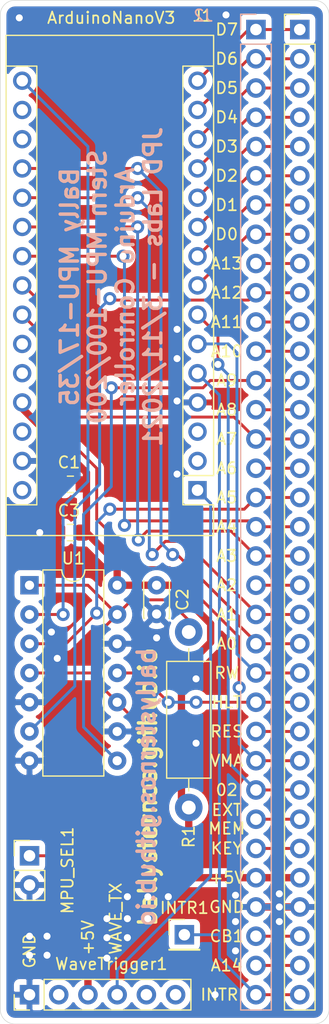
<source format=kicad_pcb>
(kicad_pcb (version 20171130) (host pcbnew "(5.1.6)-1")

  (general
    (thickness 1.6)
    (drawings 48)
    (tracks 241)
    (zones 0)
    (modules 11)
    (nets 49)
  )

  (page A4)
  (layers
    (0 F.Cu signal)
    (31 B.Cu signal)
    (32 B.Adhes user)
    (33 F.Adhes user)
    (34 B.Paste user)
    (35 F.Paste user)
    (36 B.SilkS user)
    (37 F.SilkS user)
    (38 B.Mask user)
    (39 F.Mask user)
    (40 Dwgs.User user)
    (41 Cmts.User user)
    (42 Eco1.User user)
    (43 Eco2.User user)
    (44 Edge.Cuts user)
    (45 Margin user)
    (46 B.CrtYd user)
    (47 F.CrtYd user)
    (48 B.Fab user hide)
    (49 F.Fab user hide)
  )

  (setup
    (last_trace_width 0.254)
    (trace_clearance 0.254)
    (zone_clearance 0.508)
    (zone_45_only no)
    (trace_min 0.2)
    (via_size 1.143)
    (via_drill 0.6096)
    (via_min_size 0.4)
    (via_min_drill 0.3)
    (uvia_size 0.3)
    (uvia_drill 0.1)
    (uvias_allowed no)
    (uvia_min_size 0.2)
    (uvia_min_drill 0.1)
    (edge_width 0.05)
    (segment_width 0.2)
    (pcb_text_width 0.3)
    (pcb_text_size 1.5 1.5)
    (mod_edge_width 0.12)
    (mod_text_size 1 1)
    (mod_text_width 0.15)
    (pad_size 1.524 1.524)
    (pad_drill 0.762)
    (pad_to_mask_clearance 0.05)
    (aux_axis_origin 0 0)
    (visible_elements 7FFFFFFF)
    (pcbplotparams
      (layerselection 0x010fc_ffffffff)
      (usegerberextensions false)
      (usegerberattributes true)
      (usegerberadvancedattributes true)
      (creategerberjobfile true)
      (excludeedgelayer true)
      (linewidth 0.100000)
      (plotframeref false)
      (viasonmask false)
      (mode 1)
      (useauxorigin false)
      (hpglpennumber 1)
      (hpglpenspeed 20)
      (hpglpendiameter 15.000000)
      (psnegative false)
      (psa4output false)
      (plotreference true)
      (plotvalue true)
      (plotinvisibletext false)
      (padsonsilk false)
      (subtractmaskfromsilk false)
      (outputformat 1)
      (mirror false)
      (drillshape 0)
      (scaleselection 1)
      (outputdirectory ""))
  )

  (net 0 "")
  (net 1 /MPU_CTRL)
  (net 2 /D7)
  (net 3 /D6)
  (net 4 GND)
  (net 5 /D5)
  (net 6 /D4)
  (net 7 +5V)
  (net 8 /D3)
  (net 9 /D2)
  (net 10 /D1)
  (net 11 /VMA)
  (net 12 /D0)
  (net 13 /A7)
  (net 14 /A4)
  (net 15 /R_W)
  (net 16 /A3)
  (net 17 /INTR)
  (net 18 /A1)
  (net 19 /A0)
  (net 20 /A14)
  (net 21 /CB1)
  (net 22 /KEY)
  (net 23 /EXT_MEM)
  (net 24 /02)
  (net 25 /~RES)
  (net 26 /~HLT)
  (net 27 /A2)
  (net 28 /A5)
  (net 29 /A6)
  (net 30 /A8)
  (net 31 /A9)
  (net 32 /A10)
  (net 33 /A11)
  (net 34 /A12)
  (net 35 /A13)
  (net 36 /MPU_SEL)
  (net 37 /WAVE_TX)
  (net 38 "Net-(ArduinoNanoV3-Pad30)")
  (net 39 "Net-(ArduinoNanoV3-Pad28)")
  (net 40 "Net-(ArduinoNanoV3-Pad26)")
  (net 41 "Net-(ArduinoNanoV3-Pad25)")
  (net 42 "Net-(ArduinoNanoV3-Pad3)")
  (net 43 "Net-(ArduinoNanoV3-Pad18)")
  (net 44 "Net-(ArduinoNanoV3-Pad2)")
  (net 45 "Net-(ArduinoNanoV3-Pad17)")
  (net 46 "Net-(WaveTrigger1-Pad6)")
  (net 47 "Net-(WaveTrigger1-Pad5)")
  (net 48 "Net-(WaveTrigger1-Pad2)")

  (net_class Default "This is the default net class."
    (clearance 0.254)
    (trace_width 0.254)
    (via_dia 1.143)
    (via_drill 0.6096)
    (uvia_dia 0.3)
    (uvia_drill 0.1)
    (add_net /02)
    (add_net /A0)
    (add_net /A1)
    (add_net /A10)
    (add_net /A11)
    (add_net /A12)
    (add_net /A13)
    (add_net /A14)
    (add_net /A2)
    (add_net /A3)
    (add_net /A4)
    (add_net /A5)
    (add_net /A6)
    (add_net /A7)
    (add_net /A8)
    (add_net /A9)
    (add_net /CB1)
    (add_net /D0)
    (add_net /D1)
    (add_net /D2)
    (add_net /D3)
    (add_net /D4)
    (add_net /D5)
    (add_net /D6)
    (add_net /D7)
    (add_net /EXT_MEM)
    (add_net /INTR)
    (add_net /KEY)
    (add_net /MPU_CTRL)
    (add_net /MPU_SEL)
    (add_net /R_W)
    (add_net /VMA)
    (add_net /WAVE_TX)
    (add_net /~HLT)
    (add_net /~RES)
    (add_net "Net-(ArduinoNanoV3-Pad17)")
    (add_net "Net-(ArduinoNanoV3-Pad18)")
    (add_net "Net-(ArduinoNanoV3-Pad2)")
    (add_net "Net-(ArduinoNanoV3-Pad25)")
    (add_net "Net-(ArduinoNanoV3-Pad26)")
    (add_net "Net-(ArduinoNanoV3-Pad28)")
    (add_net "Net-(ArduinoNanoV3-Pad3)")
    (add_net "Net-(ArduinoNanoV3-Pad30)")
    (add_net "Net-(WaveTrigger1-Pad2)")
    (add_net "Net-(WaveTrigger1-Pad5)")
    (add_net "Net-(WaveTrigger1-Pad6)")
  )

  (net_class Power ""
    (clearance 0.254)
    (trace_width 0.635)
    (via_dia 1.524)
    (via_drill 0.889)
    (uvia_dia 0.3)
    (uvia_drill 0.1)
    (add_net +5V)
    (add_net GND)
  )

  (module Connector_PinHeader_2.54mm:PinHeader_1x01_P2.54mm_Vertical (layer F.Cu) (tedit 59FED5CC) (tstamp 604AE9E0)
    (at 37.592 107.188)
    (descr "Through hole straight pin header, 1x01, 2.54mm pitch, single row")
    (tags "Through hole pin header THT 1x01 2.54mm single row")
    (path /6054B959)
    (fp_text reference INTR1 (at 0 -2.33) (layer F.SilkS)
      (effects (font (size 1 1) (thickness 0.15)))
    )
    (fp_text value INTR (at 0 2.33) (layer F.Fab)
      (effects (font (size 1 1) (thickness 0.15)))
    )
    (fp_line (start 1.8 -1.8) (end -1.8 -1.8) (layer F.CrtYd) (width 0.05))
    (fp_line (start 1.8 1.8) (end 1.8 -1.8) (layer F.CrtYd) (width 0.05))
    (fp_line (start -1.8 1.8) (end 1.8 1.8) (layer F.CrtYd) (width 0.05))
    (fp_line (start -1.8 -1.8) (end -1.8 1.8) (layer F.CrtYd) (width 0.05))
    (fp_line (start -1.33 -1.33) (end 0 -1.33) (layer F.SilkS) (width 0.12))
    (fp_line (start -1.33 0) (end -1.33 -1.33) (layer F.SilkS) (width 0.12))
    (fp_line (start -1.33 1.27) (end 1.33 1.27) (layer F.SilkS) (width 0.12))
    (fp_line (start 1.33 1.27) (end 1.33 1.33) (layer F.SilkS) (width 0.12))
    (fp_line (start -1.33 1.27) (end -1.33 1.33) (layer F.SilkS) (width 0.12))
    (fp_line (start -1.33 1.33) (end 1.33 1.33) (layer F.SilkS) (width 0.12))
    (fp_line (start -1.27 -0.635) (end -0.635 -1.27) (layer F.Fab) (width 0.1))
    (fp_line (start -1.27 1.27) (end -1.27 -0.635) (layer F.Fab) (width 0.1))
    (fp_line (start 1.27 1.27) (end -1.27 1.27) (layer F.Fab) (width 0.1))
    (fp_line (start 1.27 -1.27) (end 1.27 1.27) (layer F.Fab) (width 0.1))
    (fp_line (start -0.635 -1.27) (end 1.27 -1.27) (layer F.Fab) (width 0.1))
    (fp_text user %R (at 0 0 90) (layer F.Fab)
      (effects (font (size 1 1) (thickness 0.15)))
    )
    (pad 1 thru_hole rect (at 0 0) (size 1.7 1.7) (drill 1) (layers *.Cu *.Mask)
      (net 17 /INTR))
    (model ${KISYS3DMOD}/Connector_PinHeader_2.54mm.3dshapes/PinHeader_1x01_P2.54mm_Vertical.wrl
      (at (xyz 0 0 0))
      (scale (xyz 1 1 1))
      (rotate (xyz 0 0 0))
    )
  )

  (module Capacitor_SMD:C_0805_2012Metric_Pad1.15x1.40mm_HandSolder (layer F.Cu) (tedit 5B36C52B) (tstamp 604AA8D1)
    (at 27.686 72.263 180)
    (descr "Capacitor SMD 0805 (2012 Metric), square (rectangular) end terminal, IPC_7351 nominal with elongated pad for handsoldering. (Body size source: https://docs.google.com/spreadsheets/d/1BsfQQcO9C6DZCsRaXUlFlo91Tg2WpOkGARC1WS5S8t0/edit?usp=sharing), generated with kicad-footprint-generator")
    (tags "capacitor handsolder")
    (path /604B0664)
    (attr smd)
    (fp_text reference C3 (at 0.127 1.905) (layer F.SilkS)
      (effects (font (size 1 1) (thickness 0.15)))
    )
    (fp_text value "10 uF" (at 0 1.65) (layer F.Fab)
      (effects (font (size 1 1) (thickness 0.15)))
    )
    (fp_line (start 1.85 0.95) (end -1.85 0.95) (layer F.CrtYd) (width 0.05))
    (fp_line (start 1.85 -0.95) (end 1.85 0.95) (layer F.CrtYd) (width 0.05))
    (fp_line (start -1.85 -0.95) (end 1.85 -0.95) (layer F.CrtYd) (width 0.05))
    (fp_line (start -1.85 0.95) (end -1.85 -0.95) (layer F.CrtYd) (width 0.05))
    (fp_line (start -0.261252 0.71) (end 0.261252 0.71) (layer F.SilkS) (width 0.12))
    (fp_line (start -0.261252 -0.71) (end 0.261252 -0.71) (layer F.SilkS) (width 0.12))
    (fp_line (start 1 0.6) (end -1 0.6) (layer F.Fab) (width 0.1))
    (fp_line (start 1 -0.6) (end 1 0.6) (layer F.Fab) (width 0.1))
    (fp_line (start -1 -0.6) (end 1 -0.6) (layer F.Fab) (width 0.1))
    (fp_line (start -1 0.6) (end -1 -0.6) (layer F.Fab) (width 0.1))
    (fp_text user %R (at 0 0) (layer F.Fab)
      (effects (font (size 0.5 0.5) (thickness 0.08)))
    )
    (pad 2 smd roundrect (at 1.025 0 180) (size 1.15 1.4) (layers F.Cu F.Paste F.Mask) (roundrect_rratio 0.217391)
      (net 4 GND))
    (pad 1 smd roundrect (at -1.025 0 180) (size 1.15 1.4) (layers F.Cu F.Paste F.Mask) (roundrect_rratio 0.217391)
      (net 7 +5V))
    (model ${KISYS3DMOD}/Capacitor_SMD.3dshapes/C_0805_2012Metric.wrl
      (at (xyz 0 0 0))
      (scale (xyz 1 1 1))
      (rotate (xyz 0 0 0))
    )
  )

  (module Capacitor_THT:C_Disc_D3.0mm_W2.0mm_P2.50mm (layer F.Cu) (tedit 5AE50EF0) (tstamp 604AB4AD)
    (at 35.179 76.835 270)
    (descr "C, Disc series, Radial, pin pitch=2.50mm, , diameter*width=3*2mm^2, Capacitor")
    (tags "C Disc series Radial pin pitch 2.50mm  diameter 3mm width 2mm Capacitor")
    (path /604ACE7A)
    (fp_text reference C2 (at 1.25 -2.25 90) (layer F.SilkS)
      (effects (font (size 1 1) (thickness 0.15)))
    )
    (fp_text value "0.1 uF" (at 1.25 2.25 90) (layer F.Fab)
      (effects (font (size 1 1) (thickness 0.15)))
    )
    (fp_line (start 3.55 -1.25) (end -1.05 -1.25) (layer F.CrtYd) (width 0.05))
    (fp_line (start 3.55 1.25) (end 3.55 -1.25) (layer F.CrtYd) (width 0.05))
    (fp_line (start -1.05 1.25) (end 3.55 1.25) (layer F.CrtYd) (width 0.05))
    (fp_line (start -1.05 -1.25) (end -1.05 1.25) (layer F.CrtYd) (width 0.05))
    (fp_line (start 2.87 1.055) (end 2.87 1.12) (layer F.SilkS) (width 0.12))
    (fp_line (start 2.87 -1.12) (end 2.87 -1.055) (layer F.SilkS) (width 0.12))
    (fp_line (start -0.37 1.055) (end -0.37 1.12) (layer F.SilkS) (width 0.12))
    (fp_line (start -0.37 -1.12) (end -0.37 -1.055) (layer F.SilkS) (width 0.12))
    (fp_line (start -0.37 1.12) (end 2.87 1.12) (layer F.SilkS) (width 0.12))
    (fp_line (start -0.37 -1.12) (end 2.87 -1.12) (layer F.SilkS) (width 0.12))
    (fp_line (start 2.75 -1) (end -0.25 -1) (layer F.Fab) (width 0.1))
    (fp_line (start 2.75 1) (end 2.75 -1) (layer F.Fab) (width 0.1))
    (fp_line (start -0.25 1) (end 2.75 1) (layer F.Fab) (width 0.1))
    (fp_line (start -0.25 -1) (end -0.25 1) (layer F.Fab) (width 0.1))
    (fp_text user %R (at 1.25 0 90) (layer F.Fab)
      (effects (font (size 0.6 0.6) (thickness 0.09)))
    )
    (pad 2 thru_hole circle (at 2.5 0 270) (size 1.6 1.6) (drill 0.8) (layers *.Cu *.Mask)
      (net 4 GND))
    (pad 1 thru_hole circle (at 0 0 270) (size 1.6 1.6) (drill 0.8) (layers *.Cu *.Mask)
      (net 7 +5V))
    (model ${KISYS3DMOD}/Capacitor_THT.3dshapes/C_Disc_D3.0mm_W2.0mm_P2.50mm.wrl
      (at (xyz 0 0 0))
      (scale (xyz 1 1 1))
      (rotate (xyz 0 0 0))
    )
  )

  (module Capacitor_SMD:C_0805_2012Metric_Pad1.15x1.40mm_HandSolder (layer F.Cu) (tedit 5B36C52B) (tstamp 604AA8AB)
    (at 27.686 68.072 180)
    (descr "Capacitor SMD 0805 (2012 Metric), square (rectangular) end terminal, IPC_7351 nominal with elongated pad for handsoldering. (Body size source: https://docs.google.com/spreadsheets/d/1BsfQQcO9C6DZCsRaXUlFlo91Tg2WpOkGARC1WS5S8t0/edit?usp=sharing), generated with kicad-footprint-generator")
    (tags "capacitor handsolder")
    (path /604C1869)
    (attr smd)
    (fp_text reference C1 (at 0.127 1.905) (layer F.SilkS)
      (effects (font (size 1 1) (thickness 0.15)))
    )
    (fp_text value "0.1 uF" (at 0 1.65) (layer F.Fab)
      (effects (font (size 1 1) (thickness 0.15)))
    )
    (fp_line (start 1.85 0.95) (end -1.85 0.95) (layer F.CrtYd) (width 0.05))
    (fp_line (start 1.85 -0.95) (end 1.85 0.95) (layer F.CrtYd) (width 0.05))
    (fp_line (start -1.85 -0.95) (end 1.85 -0.95) (layer F.CrtYd) (width 0.05))
    (fp_line (start -1.85 0.95) (end -1.85 -0.95) (layer F.CrtYd) (width 0.05))
    (fp_line (start -0.261252 0.71) (end 0.261252 0.71) (layer F.SilkS) (width 0.12))
    (fp_line (start -0.261252 -0.71) (end 0.261252 -0.71) (layer F.SilkS) (width 0.12))
    (fp_line (start 1 0.6) (end -1 0.6) (layer F.Fab) (width 0.1))
    (fp_line (start 1 -0.6) (end 1 0.6) (layer F.Fab) (width 0.1))
    (fp_line (start -1 -0.6) (end 1 -0.6) (layer F.Fab) (width 0.1))
    (fp_line (start -1 0.6) (end -1 -0.6) (layer F.Fab) (width 0.1))
    (fp_text user %R (at 0 0) (layer F.Fab)
      (effects (font (size 0.5 0.5) (thickness 0.08)))
    )
    (pad 2 smd roundrect (at 1.025 0 180) (size 1.15 1.4) (layers F.Cu F.Paste F.Mask) (roundrect_rratio 0.217391)
      (net 4 GND))
    (pad 1 smd roundrect (at -1.025 0 180) (size 1.15 1.4) (layers F.Cu F.Paste F.Mask) (roundrect_rratio 0.217391)
      (net 7 +5V))
    (model ${KISYS3DMOD}/Capacitor_SMD.3dshapes/C_0805_2012Metric.wrl
      (at (xyz 0 0 0))
      (scale (xyz 1 1 1))
      (rotate (xyz 0 0 0))
    )
  )

  (module Connector_PinHeader_2.54mm:PinHeader_1x06_P2.54mm_Vertical (layer F.Cu) (tedit 59FED5CC) (tstamp 60480360)
    (at 24.13 112.395 90)
    (descr "Through hole straight pin header, 1x06, 2.54mm pitch, single row")
    (tags "Through hole pin header THT 1x06 2.54mm single row")
    (path /60558EFD)
    (fp_text reference WaveTrigger1 (at 2.667 7.112) (layer F.SilkS)
      (effects (font (size 1 1) (thickness 0.15)))
    )
    (fp_text value Conn_01x06_Male (at 0 15.03 90) (layer F.Fab)
      (effects (font (size 1 1) (thickness 0.15)))
    )
    (fp_line (start 1.8 -1.8) (end -1.8 -1.8) (layer F.CrtYd) (width 0.05))
    (fp_line (start 1.8 14.5) (end 1.8 -1.8) (layer F.CrtYd) (width 0.05))
    (fp_line (start -1.8 14.5) (end 1.8 14.5) (layer F.CrtYd) (width 0.05))
    (fp_line (start -1.8 -1.8) (end -1.8 14.5) (layer F.CrtYd) (width 0.05))
    (fp_line (start -1.33 -1.33) (end 0 -1.33) (layer F.SilkS) (width 0.12))
    (fp_line (start -1.33 0) (end -1.33 -1.33) (layer F.SilkS) (width 0.12))
    (fp_line (start -1.33 1.27) (end 1.33 1.27) (layer F.SilkS) (width 0.12))
    (fp_line (start 1.33 1.27) (end 1.33 14.03) (layer F.SilkS) (width 0.12))
    (fp_line (start -1.33 1.27) (end -1.33 14.03) (layer F.SilkS) (width 0.12))
    (fp_line (start -1.33 14.03) (end 1.33 14.03) (layer F.SilkS) (width 0.12))
    (fp_line (start -1.27 -0.635) (end -0.635 -1.27) (layer F.Fab) (width 0.1))
    (fp_line (start -1.27 13.97) (end -1.27 -0.635) (layer F.Fab) (width 0.1))
    (fp_line (start 1.27 13.97) (end -1.27 13.97) (layer F.Fab) (width 0.1))
    (fp_line (start 1.27 -1.27) (end 1.27 13.97) (layer F.Fab) (width 0.1))
    (fp_line (start -0.635 -1.27) (end 1.27 -1.27) (layer F.Fab) (width 0.1))
    (fp_text user %R (at 0 6.35) (layer F.Fab)
      (effects (font (size 1 1) (thickness 0.15)))
    )
    (pad 6 thru_hole oval (at 0 12.7 90) (size 1.7 1.7) (drill 1) (layers *.Cu *.Mask)
      (net 46 "Net-(WaveTrigger1-Pad6)"))
    (pad 5 thru_hole oval (at 0 10.16 90) (size 1.7 1.7) (drill 1) (layers *.Cu *.Mask)
      (net 47 "Net-(WaveTrigger1-Pad5)"))
    (pad 4 thru_hole oval (at 0 7.62 90) (size 1.7 1.7) (drill 1) (layers *.Cu *.Mask)
      (net 37 /WAVE_TX))
    (pad 3 thru_hole oval (at 0 5.08 90) (size 1.7 1.7) (drill 1) (layers *.Cu *.Mask)
      (net 7 +5V))
    (pad 2 thru_hole oval (at 0 2.54 90) (size 1.7 1.7) (drill 1) (layers *.Cu *.Mask)
      (net 48 "Net-(WaveTrigger1-Pad2)"))
    (pad 1 thru_hole rect (at 0 0 90) (size 1.7 1.7) (drill 1) (layers *.Cu *.Mask)
      (net 4 GND))
    (model ${KISYS3DMOD}/Connector_PinHeader_2.54mm.3dshapes/PinHeader_1x06_P2.54mm_Vertical.wrl
      (at (xyz 0 0 0))
      (scale (xyz 1 1 1))
      (rotate (xyz 0 0 0))
    )
  )

  (module Package_DIP:DIP-14_W7.62mm (layer F.Cu) (tedit 5A02E8C5) (tstamp 6048054A)
    (at 24.13 76.835)
    (descr "14-lead though-hole mounted DIP package, row spacing 7.62 mm (300 mils)")
    (tags "THT DIP DIL PDIP 2.54mm 7.62mm 300mil")
    (path /604D9B86)
    (fp_text reference U1 (at 3.81 -2.33) (layer F.SilkS)
      (effects (font (size 1 1) (thickness 0.15)))
    )
    (fp_text value 74125 (at 3.81 17.57) (layer F.Fab)
      (effects (font (size 1 1) (thickness 0.15)))
    )
    (fp_line (start 8.7 -1.55) (end -1.1 -1.55) (layer F.CrtYd) (width 0.05))
    (fp_line (start 8.7 16.8) (end 8.7 -1.55) (layer F.CrtYd) (width 0.05))
    (fp_line (start -1.1 16.8) (end 8.7 16.8) (layer F.CrtYd) (width 0.05))
    (fp_line (start -1.1 -1.55) (end -1.1 16.8) (layer F.CrtYd) (width 0.05))
    (fp_line (start 6.46 -1.33) (end 4.81 -1.33) (layer F.SilkS) (width 0.12))
    (fp_line (start 6.46 16.57) (end 6.46 -1.33) (layer F.SilkS) (width 0.12))
    (fp_line (start 1.16 16.57) (end 6.46 16.57) (layer F.SilkS) (width 0.12))
    (fp_line (start 1.16 -1.33) (end 1.16 16.57) (layer F.SilkS) (width 0.12))
    (fp_line (start 2.81 -1.33) (end 1.16 -1.33) (layer F.SilkS) (width 0.12))
    (fp_line (start 0.635 -0.27) (end 1.635 -1.27) (layer F.Fab) (width 0.1))
    (fp_line (start 0.635 16.51) (end 0.635 -0.27) (layer F.Fab) (width 0.1))
    (fp_line (start 6.985 16.51) (end 0.635 16.51) (layer F.Fab) (width 0.1))
    (fp_line (start 6.985 -1.27) (end 6.985 16.51) (layer F.Fab) (width 0.1))
    (fp_line (start 1.635 -1.27) (end 6.985 -1.27) (layer F.Fab) (width 0.1))
    (fp_text user %R (at 3.81 7.62) (layer F.Fab)
      (effects (font (size 1 1) (thickness 0.15)))
    )
    (fp_arc (start 3.81 -1.33) (end 2.81 -1.33) (angle -180) (layer F.SilkS) (width 0.12))
    (pad 14 thru_hole oval (at 7.62 0) (size 1.6 1.6) (drill 0.8) (layers *.Cu *.Mask)
      (net 7 +5V))
    (pad 7 thru_hole oval (at 0 15.24) (size 1.6 1.6) (drill 0.8) (layers *.Cu *.Mask)
      (net 4 GND))
    (pad 13 thru_hole oval (at 7.62 2.54) (size 1.6 1.6) (drill 0.8) (layers *.Cu *.Mask)
      (net 36 /MPU_SEL))
    (pad 6 thru_hole oval (at 0 12.7) (size 1.6 1.6) (drill 0.8) (layers *.Cu *.Mask)
      (net 34 /A12))
    (pad 12 thru_hole oval (at 7.62 5.08) (size 1.6 1.6) (drill 0.8) (layers *.Cu *.Mask)
      (net 4 GND))
    (pad 5 thru_hole oval (at 0 10.16) (size 1.6 1.6) (drill 0.8) (layers *.Cu *.Mask)
      (net 4 GND))
    (pad 11 thru_hole oval (at 7.62 7.62) (size 1.6 1.6) (drill 0.8) (layers *.Cu *.Mask)
      (net 26 /~HLT))
    (pad 4 thru_hole oval (at 0 7.62) (size 1.6 1.6) (drill 0.8) (layers *.Cu *.Mask)
      (net 36 /MPU_SEL))
    (pad 10 thru_hole oval (at 7.62 10.16) (size 1.6 1.6) (drill 0.8) (layers *.Cu *.Mask)
      (net 36 /MPU_SEL))
    (pad 3 thru_hole oval (at 0 5.08) (size 1.6 1.6) (drill 0.8) (layers *.Cu *.Mask)
      (net 28 /A5))
    (pad 9 thru_hole oval (at 7.62 12.7) (size 1.6 1.6) (drill 0.8) (layers *.Cu *.Mask)
      (net 4 GND))
    (pad 2 thru_hole oval (at 0 2.54) (size 1.6 1.6) (drill 0.8) (layers *.Cu *.Mask)
      (net 1 /MPU_CTRL))
    (pad 8 thru_hole oval (at 7.62 15.24) (size 1.6 1.6) (drill 0.8) (layers *.Cu *.Mask)
      (net 31 /A9))
    (pad 1 thru_hole rect (at 0 0) (size 1.6 1.6) (drill 0.8) (layers *.Cu *.Mask)
      (net 36 /MPU_SEL))
    (model ${KISYS3DMOD}/Package_DIP.3dshapes/DIP-14_W7.62mm.wrl
      (at (xyz 0 0 0))
      (scale (xyz 1 1 1))
      (rotate (xyz 0 0 0))
    )
  )

  (module Resistor_THT:R_Axial_DIN0411_L9.9mm_D3.6mm_P15.24mm_Horizontal (layer F.Cu) (tedit 5AE5139B) (tstamp 60480B79)
    (at 37.973 96.139 90)
    (descr "Resistor, Axial_DIN0411 series, Axial, Horizontal, pin pitch=15.24mm, 1W, length*diameter=9.9*3.6mm^2")
    (tags "Resistor Axial_DIN0411 series Axial Horizontal pin pitch 15.24mm 1W length 9.9mm diameter 3.6mm")
    (path /60537C41)
    (fp_text reference R1 (at -2.54 0 90) (layer F.SilkS)
      (effects (font (size 1 1) (thickness 0.15)))
    )
    (fp_text value 10K (at 7.62 2.92 90) (layer F.Fab)
      (effects (font (size 1 1) (thickness 0.15)))
    )
    (fp_line (start 16.69 -2.05) (end -1.45 -2.05) (layer F.CrtYd) (width 0.05))
    (fp_line (start 16.69 2.05) (end 16.69 -2.05) (layer F.CrtYd) (width 0.05))
    (fp_line (start -1.45 2.05) (end 16.69 2.05) (layer F.CrtYd) (width 0.05))
    (fp_line (start -1.45 -2.05) (end -1.45 2.05) (layer F.CrtYd) (width 0.05))
    (fp_line (start 13.8 0) (end 12.69 0) (layer F.SilkS) (width 0.12))
    (fp_line (start 1.44 0) (end 2.55 0) (layer F.SilkS) (width 0.12))
    (fp_line (start 12.69 -1.92) (end 2.55 -1.92) (layer F.SilkS) (width 0.12))
    (fp_line (start 12.69 1.92) (end 12.69 -1.92) (layer F.SilkS) (width 0.12))
    (fp_line (start 2.55 1.92) (end 12.69 1.92) (layer F.SilkS) (width 0.12))
    (fp_line (start 2.55 -1.92) (end 2.55 1.92) (layer F.SilkS) (width 0.12))
    (fp_line (start 15.24 0) (end 12.57 0) (layer F.Fab) (width 0.1))
    (fp_line (start 0 0) (end 2.67 0) (layer F.Fab) (width 0.1))
    (fp_line (start 12.57 -1.8) (end 2.67 -1.8) (layer F.Fab) (width 0.1))
    (fp_line (start 12.57 1.8) (end 12.57 -1.8) (layer F.Fab) (width 0.1))
    (fp_line (start 2.67 1.8) (end 12.57 1.8) (layer F.Fab) (width 0.1))
    (fp_line (start 2.67 -1.8) (end 2.67 1.8) (layer F.Fab) (width 0.1))
    (fp_text user %R (at 7.62 0 90) (layer F.Fab)
      (effects (font (size 1 1) (thickness 0.15)))
    )
    (pad 2 thru_hole oval (at 15.24 0 90) (size 2.4 2.4) (drill 1.2) (layers *.Cu *.Mask)
      (net 36 /MPU_SEL))
    (pad 1 thru_hole circle (at 0 0 90) (size 2.4 2.4) (drill 1.2) (layers *.Cu *.Mask)
      (net 7 +5V))
    (model ${KISYS3DMOD}/Resistor_THT.3dshapes/R_Axial_DIN0411_L9.9mm_D3.6mm_P15.24mm_Horizontal.wrl
      (at (xyz 0 0 0))
      (scale (xyz 1 1 1))
      (rotate (xyz 0 0 0))
    )
  )

  (module Connector_PinHeader_2.54mm:PinHeader_1x02_P2.54mm_Vertical (layer F.Cu) (tedit 59FED5CC) (tstamp 604804A6)
    (at 24.13 100.33)
    (descr "Through hole straight pin header, 1x02, 2.54mm pitch, single row")
    (tags "Through hole pin header THT 1x02 2.54mm single row")
    (path /60538B38)
    (fp_text reference MPU_SEL1 (at 3.302 1.27 270) (layer F.SilkS)
      (effects (font (size 1 1) (thickness 0.15)))
    )
    (fp_text value Conn_01x02_Male (at 0 4.87) (layer F.Fab)
      (effects (font (size 1 1) (thickness 0.15)))
    )
    (fp_line (start 1.8 -1.8) (end -1.8 -1.8) (layer F.CrtYd) (width 0.05))
    (fp_line (start 1.8 4.35) (end 1.8 -1.8) (layer F.CrtYd) (width 0.05))
    (fp_line (start -1.8 4.35) (end 1.8 4.35) (layer F.CrtYd) (width 0.05))
    (fp_line (start -1.8 -1.8) (end -1.8 4.35) (layer F.CrtYd) (width 0.05))
    (fp_line (start -1.33 -1.33) (end 0 -1.33) (layer F.SilkS) (width 0.12))
    (fp_line (start -1.33 0) (end -1.33 -1.33) (layer F.SilkS) (width 0.12))
    (fp_line (start -1.33 1.27) (end 1.33 1.27) (layer F.SilkS) (width 0.12))
    (fp_line (start 1.33 1.27) (end 1.33 3.87) (layer F.SilkS) (width 0.12))
    (fp_line (start -1.33 1.27) (end -1.33 3.87) (layer F.SilkS) (width 0.12))
    (fp_line (start -1.33 3.87) (end 1.33 3.87) (layer F.SilkS) (width 0.12))
    (fp_line (start -1.27 -0.635) (end -0.635 -1.27) (layer F.Fab) (width 0.1))
    (fp_line (start -1.27 3.81) (end -1.27 -0.635) (layer F.Fab) (width 0.1))
    (fp_line (start 1.27 3.81) (end -1.27 3.81) (layer F.Fab) (width 0.1))
    (fp_line (start 1.27 -1.27) (end 1.27 3.81) (layer F.Fab) (width 0.1))
    (fp_line (start -0.635 -1.27) (end 1.27 -1.27) (layer F.Fab) (width 0.1))
    (fp_text user %R (at 0 1.27 90) (layer F.Fab)
      (effects (font (size 1 1) (thickness 0.15)))
    )
    (pad 2 thru_hole oval (at 0 2.54) (size 1.7 1.7) (drill 1) (layers *.Cu *.Mask)
      (net 4 GND))
    (pad 1 thru_hole rect (at 0 0) (size 1.7 1.7) (drill 1) (layers *.Cu *.Mask)
      (net 36 /MPU_SEL))
    (model ${KISYS3DMOD}/Connector_PinHeader_2.54mm.3dshapes/PinHeader_1x02_P2.54mm_Vertical.wrl
      (at (xyz 0 0 0))
      (scale (xyz 1 1 1))
      (rotate (xyz 0 0 0))
    )
  )

  (module Connector_PinSocket_2.54mm:PinSocket_1x34_P2.54mm_Vertical (layer B.Cu) (tedit 5A19A426) (tstamp 6047ECEC)
    (at 43.815 28.575 180)
    (descr "Through hole straight socket strip, 1x34, 2.54mm pitch, single row (from Kicad 4.0.7), script generated")
    (tags "Through hole socket strip THT 1x34 2.54mm single row")
    (path /60477AC5)
    (fp_text reference J2 (at 4.572 1.2065) (layer B.SilkS)
      (effects (font (size 1 1) (thickness 0.15)) (justify mirror))
    )
    (fp_text value Conn_01x34_Female (at -0.635 -87.63) (layer B.Fab)
      (effects (font (size 1 1) (thickness 0.15)) (justify mirror))
    )
    (fp_line (start -1.8 -85.6) (end -1.8 1.8) (layer B.CrtYd) (width 0.05))
    (fp_line (start 1.75 -85.6) (end -1.8 -85.6) (layer B.CrtYd) (width 0.05))
    (fp_line (start 1.75 1.8) (end 1.75 -85.6) (layer B.CrtYd) (width 0.05))
    (fp_line (start -1.8 1.8) (end 1.75 1.8) (layer B.CrtYd) (width 0.05))
    (fp_line (start 0 1.33) (end 1.33 1.33) (layer B.SilkS) (width 0.12))
    (fp_line (start 1.33 1.33) (end 1.33 0) (layer B.SilkS) (width 0.12))
    (fp_line (start 1.33 -1.27) (end 1.33 -85.15) (layer B.SilkS) (width 0.12))
    (fp_line (start -1.33 -85.15) (end 1.33 -85.15) (layer B.SilkS) (width 0.12))
    (fp_line (start -1.33 -1.27) (end -1.33 -85.15) (layer B.SilkS) (width 0.12))
    (fp_line (start -1.33 -1.27) (end 1.33 -1.27) (layer B.SilkS) (width 0.12))
    (fp_line (start -1.27 -85.09) (end -1.27 1.27) (layer B.Fab) (width 0.1))
    (fp_line (start 1.27 -85.09) (end -1.27 -85.09) (layer B.Fab) (width 0.1))
    (fp_line (start 1.27 0.635) (end 1.27 -85.09) (layer B.Fab) (width 0.1))
    (fp_line (start 0.635 1.27) (end 1.27 0.635) (layer B.Fab) (width 0.1))
    (fp_line (start -1.27 1.27) (end 0.635 1.27) (layer B.Fab) (width 0.1))
    (fp_text user %R (at 0 -41.91 270) (layer B.Fab)
      (effects (font (size 1 1) (thickness 0.15)) (justify mirror))
    )
    (pad 34 thru_hole oval (at 0 -83.82 180) (size 1.7 1.7) (drill 1) (layers *.Cu *.Mask)
      (net 17 /INTR))
    (pad 33 thru_hole oval (at 0 -81.28 180) (size 1.7 1.7) (drill 1) (layers *.Cu *.Mask)
      (net 20 /A14))
    (pad 32 thru_hole oval (at 0 -78.74 180) (size 1.7 1.7) (drill 1) (layers *.Cu *.Mask)
      (net 21 /CB1))
    (pad 31 thru_hole oval (at 0 -76.2 180) (size 1.7 1.7) (drill 1) (layers *.Cu *.Mask)
      (net 4 GND))
    (pad 30 thru_hole oval (at 0 -73.66 180) (size 1.7 1.7) (drill 1) (layers *.Cu *.Mask)
      (net 7 +5V))
    (pad 29 thru_hole oval (at 0 -71.12 180) (size 1.7 1.7) (drill 1) (layers *.Cu *.Mask)
      (net 22 /KEY))
    (pad 28 thru_hole oval (at 0 -68.58 180) (size 1.7 1.7) (drill 1) (layers *.Cu *.Mask)
      (net 23 /EXT_MEM))
    (pad 27 thru_hole oval (at 0 -66.04 180) (size 1.7 1.7) (drill 1) (layers *.Cu *.Mask)
      (net 24 /02))
    (pad 26 thru_hole oval (at 0 -63.5 180) (size 1.7 1.7) (drill 1) (layers *.Cu *.Mask)
      (net 11 /VMA))
    (pad 25 thru_hole oval (at 0 -60.96 180) (size 1.7 1.7) (drill 1) (layers *.Cu *.Mask)
      (net 25 /~RES))
    (pad 24 thru_hole oval (at 0 -58.42 180) (size 1.7 1.7) (drill 1) (layers *.Cu *.Mask)
      (net 26 /~HLT))
    (pad 23 thru_hole oval (at 0 -55.88 180) (size 1.7 1.7) (drill 1) (layers *.Cu *.Mask)
      (net 15 /R_W))
    (pad 22 thru_hole oval (at 0 -53.34 180) (size 1.7 1.7) (drill 1) (layers *.Cu *.Mask)
      (net 19 /A0))
    (pad 21 thru_hole oval (at 0 -50.8 180) (size 1.7 1.7) (drill 1) (layers *.Cu *.Mask)
      (net 18 /A1))
    (pad 20 thru_hole oval (at 0 -48.26 180) (size 1.7 1.7) (drill 1) (layers *.Cu *.Mask)
      (net 27 /A2))
    (pad 19 thru_hole oval (at 0 -45.72 180) (size 1.7 1.7) (drill 1) (layers *.Cu *.Mask)
      (net 16 /A3))
    (pad 18 thru_hole oval (at 0 -43.18 180) (size 1.7 1.7) (drill 1) (layers *.Cu *.Mask)
      (net 14 /A4))
    (pad 17 thru_hole oval (at 0 -40.64 180) (size 1.7 1.7) (drill 1) (layers *.Cu *.Mask)
      (net 28 /A5))
    (pad 16 thru_hole oval (at 0 -38.1 180) (size 1.7 1.7) (drill 1) (layers *.Cu *.Mask)
      (net 29 /A6))
    (pad 15 thru_hole oval (at 0 -35.56 180) (size 1.7 1.7) (drill 1) (layers *.Cu *.Mask)
      (net 13 /A7))
    (pad 14 thru_hole oval (at 0 -33.02 180) (size 1.7 1.7) (drill 1) (layers *.Cu *.Mask)
      (net 30 /A8))
    (pad 13 thru_hole oval (at 0 -30.48 180) (size 1.7 1.7) (drill 1) (layers *.Cu *.Mask)
      (net 31 /A9))
    (pad 12 thru_hole oval (at 0 -27.94 180) (size 1.7 1.7) (drill 1) (layers *.Cu *.Mask)
      (net 32 /A10))
    (pad 11 thru_hole oval (at 0 -25.4 180) (size 1.7 1.7) (drill 1) (layers *.Cu *.Mask)
      (net 33 /A11))
    (pad 10 thru_hole oval (at 0 -22.86 180) (size 1.7 1.7) (drill 1) (layers *.Cu *.Mask)
      (net 34 /A12))
    (pad 9 thru_hole oval (at 0 -20.32 180) (size 1.7 1.7) (drill 1) (layers *.Cu *.Mask)
      (net 35 /A13))
    (pad 8 thru_hole oval (at 0 -17.78 180) (size 1.7 1.7) (drill 1) (layers *.Cu *.Mask)
      (net 12 /D0))
    (pad 7 thru_hole oval (at 0 -15.24 180) (size 1.7 1.7) (drill 1) (layers *.Cu *.Mask)
      (net 10 /D1))
    (pad 6 thru_hole oval (at 0 -12.7 180) (size 1.7 1.7) (drill 1) (layers *.Cu *.Mask)
      (net 9 /D2))
    (pad 5 thru_hole oval (at 0 -10.16 180) (size 1.7 1.7) (drill 1) (layers *.Cu *.Mask)
      (net 8 /D3))
    (pad 4 thru_hole oval (at 0 -7.62 180) (size 1.7 1.7) (drill 1) (layers *.Cu *.Mask)
      (net 6 /D4))
    (pad 3 thru_hole oval (at 0 -5.08 180) (size 1.7 1.7) (drill 1) (layers *.Cu *.Mask)
      (net 5 /D5))
    (pad 2 thru_hole oval (at 0 -2.54 180) (size 1.7 1.7) (drill 1) (layers *.Cu *.Mask)
      (net 3 /D6))
    (pad 1 thru_hole rect (at 0 0 180) (size 1.7 1.7) (drill 1) (layers *.Cu *.Mask)
      (net 2 /D7))
    (model ${KISYS3DMOD}/Connector_PinSocket_2.54mm.3dshapes/PinSocket_1x34_P2.54mm_Vertical.wrl
      (at (xyz 0 0 0))
      (scale (xyz 1 1 1))
      (rotate (xyz 0 0 0))
    )
  )

  (module Connector_PinHeader_2.54mm:PinHeader_1x34_P2.54mm_Vertical (layer F.Cu) (tedit 59FED5CC) (tstamp 604ABBEF)
    (at 47.625 28.575)
    (descr "Through hole straight pin header, 1x34, 2.54mm pitch, single row")
    (tags "Through hole pin header THT 1x34 2.54mm single row")
    (path /60479215)
    (fp_text reference J1 (at -8.4455 -1.2065) (layer F.SilkS)
      (effects (font (size 1 1) (thickness 0.15)))
    )
    (fp_text value Conn_01x34_Male (at -1.905 87.63) (layer F.Fab)
      (effects (font (size 1 1) (thickness 0.15)))
    )
    (fp_line (start 1.8 -1.8) (end -1.8 -1.8) (layer F.CrtYd) (width 0.05))
    (fp_line (start 1.8 85.6) (end 1.8 -1.8) (layer F.CrtYd) (width 0.05))
    (fp_line (start -1.8 85.6) (end 1.8 85.6) (layer F.CrtYd) (width 0.05))
    (fp_line (start -1.8 -1.8) (end -1.8 85.6) (layer F.CrtYd) (width 0.05))
    (fp_line (start -1.33 -1.33) (end 0 -1.33) (layer F.SilkS) (width 0.12))
    (fp_line (start -1.33 0) (end -1.33 -1.33) (layer F.SilkS) (width 0.12))
    (fp_line (start -1.33 1.27) (end 1.33 1.27) (layer F.SilkS) (width 0.12))
    (fp_line (start 1.33 1.27) (end 1.33 85.15) (layer F.SilkS) (width 0.12))
    (fp_line (start -1.33 1.27) (end -1.33 85.15) (layer F.SilkS) (width 0.12))
    (fp_line (start -1.33 85.15) (end 1.33 85.15) (layer F.SilkS) (width 0.12))
    (fp_line (start -1.27 -0.635) (end -0.635 -1.27) (layer F.Fab) (width 0.1))
    (fp_line (start -1.27 85.09) (end -1.27 -0.635) (layer F.Fab) (width 0.1))
    (fp_line (start 1.27 85.09) (end -1.27 85.09) (layer F.Fab) (width 0.1))
    (fp_line (start 1.27 -1.27) (end 1.27 85.09) (layer F.Fab) (width 0.1))
    (fp_line (start -0.635 -1.27) (end 1.27 -1.27) (layer F.Fab) (width 0.1))
    (fp_text user %R (at 0 41.91 90) (layer F.Fab)
      (effects (font (size 1 1) (thickness 0.15)))
    )
    (pad 34 thru_hole oval (at 0 83.82) (size 1.7 1.7) (drill 1) (layers *.Cu *.Mask)
      (net 17 /INTR))
    (pad 33 thru_hole oval (at 0 81.28) (size 1.7 1.7) (drill 1) (layers *.Cu *.Mask)
      (net 20 /A14))
    (pad 32 thru_hole oval (at 0 78.74) (size 1.7 1.7) (drill 1) (layers *.Cu *.Mask)
      (net 21 /CB1))
    (pad 31 thru_hole oval (at 0 76.2) (size 1.7 1.7) (drill 1) (layers *.Cu *.Mask)
      (net 4 GND))
    (pad 30 thru_hole oval (at 0 73.66) (size 1.7 1.7) (drill 1) (layers *.Cu *.Mask)
      (net 7 +5V))
    (pad 29 thru_hole oval (at 0 71.12) (size 1.7 1.7) (drill 1) (layers *.Cu *.Mask)
      (net 22 /KEY))
    (pad 28 thru_hole oval (at 0 68.58) (size 1.7 1.7) (drill 1) (layers *.Cu *.Mask)
      (net 23 /EXT_MEM))
    (pad 27 thru_hole oval (at 0 66.04) (size 1.7 1.7) (drill 1) (layers *.Cu *.Mask)
      (net 24 /02))
    (pad 26 thru_hole oval (at 0 63.5) (size 1.7 1.7) (drill 1) (layers *.Cu *.Mask)
      (net 11 /VMA))
    (pad 25 thru_hole oval (at 0 60.96) (size 1.7 1.7) (drill 1) (layers *.Cu *.Mask)
      (net 25 /~RES))
    (pad 24 thru_hole oval (at 0 58.42) (size 1.7 1.7) (drill 1) (layers *.Cu *.Mask)
      (net 26 /~HLT))
    (pad 23 thru_hole oval (at 0 55.88) (size 1.7 1.7) (drill 1) (layers *.Cu *.Mask)
      (net 15 /R_W))
    (pad 22 thru_hole oval (at 0 53.34) (size 1.7 1.7) (drill 1) (layers *.Cu *.Mask)
      (net 19 /A0))
    (pad 21 thru_hole oval (at 0 50.8) (size 1.7 1.7) (drill 1) (layers *.Cu *.Mask)
      (net 18 /A1))
    (pad 20 thru_hole oval (at 0 48.26) (size 1.7 1.7) (drill 1) (layers *.Cu *.Mask)
      (net 27 /A2))
    (pad 19 thru_hole oval (at 0 45.72) (size 1.7 1.7) (drill 1) (layers *.Cu *.Mask)
      (net 16 /A3))
    (pad 18 thru_hole oval (at 0 43.18) (size 1.7 1.7) (drill 1) (layers *.Cu *.Mask)
      (net 14 /A4))
    (pad 17 thru_hole oval (at 0 40.64) (size 1.7 1.7) (drill 1) (layers *.Cu *.Mask)
      (net 28 /A5))
    (pad 16 thru_hole oval (at 0 38.1) (size 1.7 1.7) (drill 1) (layers *.Cu *.Mask)
      (net 29 /A6))
    (pad 15 thru_hole oval (at 0 35.56) (size 1.7 1.7) (drill 1) (layers *.Cu *.Mask)
      (net 13 /A7))
    (pad 14 thru_hole oval (at 0 33.02) (size 1.7 1.7) (drill 1) (layers *.Cu *.Mask)
      (net 30 /A8))
    (pad 13 thru_hole oval (at 0 30.48) (size 1.7 1.7) (drill 1) (layers *.Cu *.Mask)
      (net 31 /A9))
    (pad 12 thru_hole oval (at 0 27.94) (size 1.7 1.7) (drill 1) (layers *.Cu *.Mask)
      (net 32 /A10))
    (pad 11 thru_hole oval (at 0 25.4) (size 1.7 1.7) (drill 1) (layers *.Cu *.Mask)
      (net 33 /A11))
    (pad 10 thru_hole oval (at 0 22.86) (size 1.7 1.7) (drill 1) (layers *.Cu *.Mask)
      (net 34 /A12))
    (pad 9 thru_hole oval (at 0 20.32) (size 1.7 1.7) (drill 1) (layers *.Cu *.Mask)
      (net 35 /A13))
    (pad 8 thru_hole oval (at 0 17.78) (size 1.7 1.7) (drill 1) (layers *.Cu *.Mask)
      (net 12 /D0))
    (pad 7 thru_hole oval (at 0 15.24) (size 1.7 1.7) (drill 1) (layers *.Cu *.Mask)
      (net 10 /D1))
    (pad 6 thru_hole oval (at 0 12.7) (size 1.7 1.7) (drill 1) (layers *.Cu *.Mask)
      (net 9 /D2))
    (pad 5 thru_hole oval (at 0 10.16) (size 1.7 1.7) (drill 1) (layers *.Cu *.Mask)
      (net 8 /D3))
    (pad 4 thru_hole oval (at 0 7.62) (size 1.7 1.7) (drill 1) (layers *.Cu *.Mask)
      (net 6 /D4))
    (pad 3 thru_hole oval (at 0 5.08) (size 1.7 1.7) (drill 1) (layers *.Cu *.Mask)
      (net 5 /D5))
    (pad 2 thru_hole oval (at 0 2.54) (size 1.7 1.7) (drill 1) (layers *.Cu *.Mask)
      (net 3 /D6))
    (pad 1 thru_hole rect (at 0 0) (size 1.7 1.7) (drill 1) (layers *.Cu *.Mask)
      (net 2 /D7))
    (model ${KISYS3DMOD}/Connector_PinHeader_2.54mm.3dshapes/PinHeader_1x34_P2.54mm_Vertical.wrl
      (at (xyz 0 0 0))
      (scale (xyz 1 1 1))
      (rotate (xyz 0 0 0))
    )
  )

  (module Module:Arduino_Nano (layer F.Cu) (tedit 58ACAF70) (tstamp 6047EC80)
    (at 38.735 68.58 180)
    (descr "Arduino Nano, http://www.mouser.com/pdfdocs/Gravitech_Arduino_Nano3_0.pdf")
    (tags "Arduino Nano")
    (path /604CFA1E)
    (fp_text reference ArduinoNanoV3 (at 7.493 41.021) (layer F.SilkS)
      (effects (font (size 1 1) (thickness 0.15)))
    )
    (fp_text value Arduino_Nano_v3.x (at 8.89 19.05 90) (layer F.Fab)
      (effects (font (size 1 1) (thickness 0.15)))
    )
    (fp_line (start 16.75 42.16) (end -1.53 42.16) (layer F.CrtYd) (width 0.05))
    (fp_line (start 16.75 42.16) (end 16.75 -4.06) (layer F.CrtYd) (width 0.05))
    (fp_line (start -1.53 -4.06) (end -1.53 42.16) (layer F.CrtYd) (width 0.05))
    (fp_line (start -1.53 -4.06) (end 16.75 -4.06) (layer F.CrtYd) (width 0.05))
    (fp_line (start 16.51 -3.81) (end 16.51 39.37) (layer F.Fab) (width 0.1))
    (fp_line (start 0 -3.81) (end 16.51 -3.81) (layer F.Fab) (width 0.1))
    (fp_line (start -1.27 -2.54) (end 0 -3.81) (layer F.Fab) (width 0.1))
    (fp_line (start -1.27 39.37) (end -1.27 -2.54) (layer F.Fab) (width 0.1))
    (fp_line (start 16.51 39.37) (end -1.27 39.37) (layer F.Fab) (width 0.1))
    (fp_line (start 16.64 -3.94) (end -1.4 -3.94) (layer F.SilkS) (width 0.12))
    (fp_line (start 16.64 39.5) (end 16.64 -3.94) (layer F.SilkS) (width 0.12))
    (fp_line (start -1.4 39.5) (end 16.64 39.5) (layer F.SilkS) (width 0.12))
    (fp_line (start 3.81 41.91) (end 3.81 31.75) (layer F.Fab) (width 0.1))
    (fp_line (start 11.43 41.91) (end 3.81 41.91) (layer F.Fab) (width 0.1))
    (fp_line (start 11.43 31.75) (end 11.43 41.91) (layer F.Fab) (width 0.1))
    (fp_line (start 3.81 31.75) (end 11.43 31.75) (layer F.Fab) (width 0.1))
    (fp_line (start 1.27 36.83) (end -1.4 36.83) (layer F.SilkS) (width 0.12))
    (fp_line (start 1.27 1.27) (end 1.27 36.83) (layer F.SilkS) (width 0.12))
    (fp_line (start 1.27 1.27) (end -1.4 1.27) (layer F.SilkS) (width 0.12))
    (fp_line (start 13.97 36.83) (end 16.64 36.83) (layer F.SilkS) (width 0.12))
    (fp_line (start 13.97 -1.27) (end 13.97 36.83) (layer F.SilkS) (width 0.12))
    (fp_line (start 13.97 -1.27) (end 16.64 -1.27) (layer F.SilkS) (width 0.12))
    (fp_line (start -1.4 -3.94) (end -1.4 -1.27) (layer F.SilkS) (width 0.12))
    (fp_line (start -1.4 1.27) (end -1.4 39.5) (layer F.SilkS) (width 0.12))
    (fp_line (start 1.27 -1.27) (end -1.4 -1.27) (layer F.SilkS) (width 0.12))
    (fp_line (start 1.27 1.27) (end 1.27 -1.27) (layer F.SilkS) (width 0.12))
    (fp_text user %R (at 6.35 19.05 90) (layer F.Fab)
      (effects (font (size 1 1) (thickness 0.15)))
    )
    (pad 16 thru_hole oval (at 15.24 35.56 180) (size 1.6 1.6) (drill 1) (layers *.Cu *.Mask)
      (net 1 /MPU_CTRL))
    (pad 15 thru_hole oval (at 0 35.56 180) (size 1.6 1.6) (drill 1) (layers *.Cu *.Mask)
      (net 2 /D7))
    (pad 30 thru_hole oval (at 15.24 0 180) (size 1.6 1.6) (drill 1) (layers *.Cu *.Mask)
      (net 38 "Net-(ArduinoNanoV3-Pad30)"))
    (pad 14 thru_hole oval (at 0 33.02 180) (size 1.6 1.6) (drill 1) (layers *.Cu *.Mask)
      (net 3 /D6))
    (pad 29 thru_hole oval (at 15.24 2.54 180) (size 1.6 1.6) (drill 1) (layers *.Cu *.Mask)
      (net 4 GND))
    (pad 13 thru_hole oval (at 0 30.48 180) (size 1.6 1.6) (drill 1) (layers *.Cu *.Mask)
      (net 5 /D5))
    (pad 28 thru_hole oval (at 15.24 5.08 180) (size 1.6 1.6) (drill 1) (layers *.Cu *.Mask)
      (net 39 "Net-(ArduinoNanoV3-Pad28)"))
    (pad 12 thru_hole oval (at 0 27.94 180) (size 1.6 1.6) (drill 1) (layers *.Cu *.Mask)
      (net 6 /D4))
    (pad 27 thru_hole oval (at 15.24 7.62 180) (size 1.6 1.6) (drill 1) (layers *.Cu *.Mask)
      (net 7 +5V))
    (pad 11 thru_hole oval (at 0 25.4 180) (size 1.6 1.6) (drill 1) (layers *.Cu *.Mask)
      (net 8 /D3))
    (pad 26 thru_hole oval (at 15.24 10.16 180) (size 1.6 1.6) (drill 1) (layers *.Cu *.Mask)
      (net 40 "Net-(ArduinoNanoV3-Pad26)"))
    (pad 10 thru_hole oval (at 0 22.86 180) (size 1.6 1.6) (drill 1) (layers *.Cu *.Mask)
      (net 9 /D2))
    (pad 25 thru_hole oval (at 15.24 12.7 180) (size 1.6 1.6) (drill 1) (layers *.Cu *.Mask)
      (net 41 "Net-(ArduinoNanoV3-Pad25)"))
    (pad 9 thru_hole oval (at 0 20.32 180) (size 1.6 1.6) (drill 1) (layers *.Cu *.Mask)
      (net 10 /D1))
    (pad 24 thru_hole oval (at 15.24 15.24 180) (size 1.6 1.6) (drill 1) (layers *.Cu *.Mask)
      (net 11 /VMA))
    (pad 8 thru_hole oval (at 0 17.78 180) (size 1.6 1.6) (drill 1) (layers *.Cu *.Mask)
      (net 12 /D0))
    (pad 23 thru_hole oval (at 15.24 17.78 180) (size 1.6 1.6) (drill 1) (layers *.Cu *.Mask)
      (net 13 /A7))
    (pad 7 thru_hole oval (at 0 15.24 180) (size 1.6 1.6) (drill 1) (layers *.Cu *.Mask)
      (net 24 /02))
    (pad 22 thru_hole oval (at 15.24 20.32 180) (size 1.6 1.6) (drill 1) (layers *.Cu *.Mask)
      (net 14 /A4))
    (pad 6 thru_hole oval (at 0 12.7 180) (size 1.6 1.6) (drill 1) (layers *.Cu *.Mask)
      (net 15 /R_W))
    (pad 21 thru_hole oval (at 15.24 22.86 180) (size 1.6 1.6) (drill 1) (layers *.Cu *.Mask)
      (net 16 /A3))
    (pad 5 thru_hole oval (at 0 10.16 180) (size 1.6 1.6) (drill 1) (layers *.Cu *.Mask)
      (net 17 /INTR))
    (pad 20 thru_hole oval (at 15.24 25.4 180) (size 1.6 1.6) (drill 1) (layers *.Cu *.Mask)
      (net 18 /A1))
    (pad 4 thru_hole oval (at 0 7.62 180) (size 1.6 1.6) (drill 1) (layers *.Cu *.Mask)
      (net 4 GND))
    (pad 19 thru_hole oval (at 15.24 27.94 180) (size 1.6 1.6) (drill 1) (layers *.Cu *.Mask)
      (net 19 /A0))
    (pad 3 thru_hole oval (at 0 5.08 180) (size 1.6 1.6) (drill 1) (layers *.Cu *.Mask)
      (net 42 "Net-(ArduinoNanoV3-Pad3)"))
    (pad 18 thru_hole oval (at 15.24 30.48 180) (size 1.6 1.6) (drill 1) (layers *.Cu *.Mask)
      (net 43 "Net-(ArduinoNanoV3-Pad18)"))
    (pad 2 thru_hole oval (at 0 2.54 180) (size 1.6 1.6) (drill 1) (layers *.Cu *.Mask)
      (net 44 "Net-(ArduinoNanoV3-Pad2)"))
    (pad 17 thru_hole oval (at 15.24 33.02 180) (size 1.6 1.6) (drill 1) (layers *.Cu *.Mask)
      (net 45 "Net-(ArduinoNanoV3-Pad17)"))
    (pad 1 thru_hole rect (at 0 0 180) (size 1.6 1.6) (drill 1) (layers *.Cu *.Mask)
      (net 37 /WAVE_TX))
    (model ${KISYS3DMOD}/Module.3dshapes/Arduino_Nano_WithMountingHoles.wrl
      (at (xyz 0 0 0))
      (scale (xyz 1 1 1))
      (rotate (xyz 0 0 0))
    )
  )

  (gr_text "Bally MPU-17/35\nStern MPU-100/200\nArduino Controller\nJPD Labs - 3/11/2021\n" (at 31.242 50.927 90) (layer B.SilkS) (tstamp 604ADFEB)
    (effects (font (size 1.5 1.5) (thickness 0.3)) (justify mirror))
  )
  (gr_text ballysternos.github.io (at 34.29 94.361 90) (layer B.SilkS) (tstamp 604ADFE2)
    (effects (font (size 1.5 1.5) (thickness 0.3)) (justify mirror))
  )
  (gr_text ballysternos.github.io (at 34.417 94.361 90) (layer F.SilkS)
    (effects (font (size 1.5 1.5) (thickness 0.3)))
  )
  (gr_text INTR (at 40.64 112.395) (layer F.SilkS)
    (effects (font (size 1 1) (thickness 0.15)))
  )
  (gr_text A14 (at 41.275 109.855) (layer F.SilkS)
    (effects (font (size 1 1) (thickness 0.15)))
  )
  (gr_text CB1 (at 41.275 107.315) (layer F.SilkS)
    (effects (font (size 1 1) (thickness 0.15)))
  )
  (gr_text GND (at 41.275 104.775) (layer F.SilkS)
    (effects (font (size 1 1) (thickness 0.15)))
  )
  (gr_text +5V (at 41.275 102.235) (layer F.SilkS)
    (effects (font (size 1 1) (thickness 0.15)))
  )
  (gr_text KEY (at 41.275 99.695) (layer F.SilkS)
    (effects (font (size 1 1) (thickness 0.15)))
  )
  (gr_text "EXT\nMEM" (at 41.275 97.155) (layer F.SilkS)
    (effects (font (size 1 1) (thickness 0.15)))
  )
  (gr_text 02 (at 41.275 94.615) (layer F.SilkS)
    (effects (font (size 1 1) (thickness 0.15)))
  )
  (gr_text RES (at 41.275 89.535) (layer F.SilkS)
    (effects (font (size 1 1) (thickness 0.15)))
  )
  (gr_text HLT (at 41.275 86.995) (layer F.SilkS)
    (effects (font (size 1 1) (thickness 0.15)))
  )
  (gr_text VMA (at 41.275 92.075) (layer F.SilkS) (tstamp 604AD8D2)
    (effects (font (size 1 1) (thickness 0.15)))
  )
  (gr_text RW (at 41.275 84.455) (layer F.SilkS)
    (effects (font (size 1 1) (thickness 0.15)))
  )
  (gr_text A0 (at 41.275 81.915) (layer F.SilkS)
    (effects (font (size 1 1) (thickness 0.15)))
  )
  (gr_text A1 (at 41.275 79.375) (layer F.SilkS)
    (effects (font (size 1 1) (thickness 0.15)))
  )
  (gr_text A2 (at 41.275 76.835) (layer F.SilkS)
    (effects (font (size 1 1) (thickness 0.15)))
  )
  (gr_text A3 (at 41.275 74.295) (layer F.SilkS)
    (effects (font (size 1 1) (thickness 0.15)))
  )
  (gr_text A4 (at 41.275 71.755) (layer F.SilkS)
    (effects (font (size 1 1) (thickness 0.15)))
  )
  (gr_text A5 (at 41.275 69.215) (layer F.SilkS)
    (effects (font (size 1 1) (thickness 0.15)))
  )
  (gr_text A6 (at 41.275 66.675) (layer F.SilkS)
    (effects (font (size 1 1) (thickness 0.15)))
  )
  (gr_text A7 (at 41.275 64.135) (layer F.SilkS)
    (effects (font (size 1 1) (thickness 0.15)))
  )
  (gr_text A8 (at 41.275 61.595) (layer F.SilkS)
    (effects (font (size 1 1) (thickness 0.15)))
  )
  (gr_text A9 (at 41.275 59.055) (layer F.SilkS)
    (effects (font (size 1 1) (thickness 0.15)))
  )
  (gr_text A10 (at 41.275 56.515) (layer F.SilkS)
    (effects (font (size 1 1) (thickness 0.15)))
  )
  (gr_text A11 (at 41.275 53.975) (layer F.SilkS)
    (effects (font (size 1 1) (thickness 0.15)))
  )
  (gr_text A12 (at 41.275 51.435) (layer F.SilkS)
    (effects (font (size 1 1) (thickness 0.15)))
  )
  (gr_text A13 (at 41.275 48.895) (layer F.SilkS)
    (effects (font (size 1 1) (thickness 0.15)))
  )
  (gr_text D0 (at 41.275 46.355) (layer F.SilkS)
    (effects (font (size 1 1) (thickness 0.15)))
  )
  (gr_text D1 (at 41.275 43.815) (layer F.SilkS)
    (effects (font (size 1 1) (thickness 0.15)))
  )
  (gr_text D2 (at 41.275 41.275) (layer F.SilkS)
    (effects (font (size 1 1) (thickness 0.15)))
  )
  (gr_text D3 (at 41.275 38.735) (layer F.SilkS)
    (effects (font (size 1 1) (thickness 0.15)))
  )
  (gr_text D4 (at 41.275 36.195) (layer F.SilkS)
    (effects (font (size 1 1) (thickness 0.15)))
  )
  (gr_text D5 (at 41.275 33.655) (layer F.SilkS)
    (effects (font (size 1 1) (thickness 0.15)))
  )
  (gr_text D6 (at 41.275 31.115) (layer F.SilkS)
    (effects (font (size 1 1) (thickness 0.15)))
  )
  (gr_text D7 (at 41.275 28.575) (layer F.SilkS)
    (effects (font (size 1 1) (thickness 0.15)))
  )
  (gr_text WAVE_TX (at 31.623 105.791 90) (layer F.SilkS)
    (effects (font (size 1 1) (thickness 0.15)))
  )
  (gr_text +5V (at 29.21 107.442 90) (layer F.SilkS)
    (effects (font (size 1 1) (thickness 0.15)))
  )
  (gr_text GND (at 24.13 108.585 90) (layer F.SilkS) (tstamp 604AEBFC)
    (effects (font (size 1 1) (thickness 0.15)))
  )
  (gr_arc (start 22.86 27.305) (end 22.86 26.035) (angle -90) (layer Edge.Cuts) (width 0.05) (tstamp 60480A50))
  (gr_arc (start 48.895 113.665) (end 48.895 114.935) (angle -90) (layer Edge.Cuts) (width 0.05) (tstamp 60480A47))
  (gr_arc (start 48.895 27.305) (end 50.165 27.305) (angle -90) (layer Edge.Cuts) (width 0.05) (tstamp 60480A47))
  (gr_arc (start 22.86 113.665) (end 21.59 113.665) (angle -90) (layer Edge.Cuts) (width 0.05))
  (gr_line (start 21.59 113.665) (end 21.59 27.305) (layer Edge.Cuts) (width 0.05) (tstamp 6047F4B1))
  (gr_line (start 48.895 114.935) (end 22.86 114.935) (layer Edge.Cuts) (width 0.05))
  (gr_line (start 50.165 27.305) (end 50.165 113.665) (layer Edge.Cuts) (width 0.05))
  (gr_line (start 22.86 26.035) (end 48.895 26.035) (layer Edge.Cuts) (width 0.05))

  (via (at 30.861 109.22) (size 1.143) (drill 0.6096) (layers F.Cu B.Cu) (net 4))
  (via (at 32.639 105.791) (size 1.143) (drill 0.6096) (layers F.Cu B.Cu) (net 4))
  (via (at 27.051 79.375) (size 1.143) (drill 0.6096) (layers F.Cu B.Cu) (net 1))
  (segment (start 24.13 79.375) (end 27.051 79.375) (width 0.254) (layer F.Cu) (net 1))
  (segment (start 27.051 69.977) (end 27.051 79.375) (width 0.254) (layer B.Cu) (net 1))
  (segment (start 29.21 67.818) (end 27.051 69.977) (width 0.254) (layer B.Cu) (net 1))
  (segment (start 23.495 33.02) (end 29.21 38.735) (width 0.254) (layer B.Cu) (net 1))
  (segment (start 29.21 38.735) (end 29.21 67.818) (width 0.254) (layer B.Cu) (net 1))
  (segment (start 43.815 28.575) (end 47.625 28.575) (width 0.254) (layer F.Cu) (net 2))
  (segment (start 43.18 28.575) (end 43.815 28.575) (width 0.254) (layer F.Cu) (net 2))
  (segment (start 38.735 33.02) (end 43.18 28.575) (width 0.254) (layer F.Cu) (net 2))
  (segment (start 43.815 31.115) (end 47.625 31.115) (width 0.254) (layer F.Cu) (net 3))
  (segment (start 43.18 31.115) (end 43.815 31.115) (width 0.254) (layer F.Cu) (net 3))
  (segment (start 38.735 35.56) (end 43.18 31.115) (width 0.254) (layer F.Cu) (net 3))
  (segment (start 43.815 104.775) (end 45.847 104.775) (width 0.635) (layer F.Cu) (net 4))
  (via (at 36.957 57.15) (size 1.143) (drill 0.6096) (layers F.Cu B.Cu) (net 4))
  (via (at 25.019 72.263) (size 1.143) (drill 0.6096) (layers F.Cu B.Cu) (net 4))
  (via (at 35.179 81.407) (size 1.143) (drill 0.6096) (layers F.Cu B.Cu) (net 4))
  (via (at 36.957 54.61) (size 1.143) (drill 0.6096) (layers F.Cu B.Cu) (net 4))
  (via (at 23.241 27.559) (size 1.143) (drill 0.6096) (layers F.Cu B.Cu) (net 4))
  (via (at 40.259 112.395) (size 1.143) (drill 0.6096) (layers F.Cu B.Cu) (net 4))
  (via (at 24.13 107.315) (size 1.143) (drill 0.6096) (layers F.Cu B.Cu) (net 4))
  (segment (start 45.847 104.775) (end 47.625 104.775) (width 0.635) (layer F.Cu) (net 4) (tstamp 604AB8C2))
  (via (at 45.847 104.775) (size 1.143) (drill 0.6096) (layers F.Cu B.Cu) (net 4))
  (via (at 41.2115 27.305) (size 1.143) (drill 0.6096) (layers F.Cu B.Cu) (net 4))
  (via (at 26.543 83.185) (size 1.143) (drill 0.6096) (layers F.Cu B.Cu) (net 4))
  (via (at 26.035 80.899) (size 1.143) (drill 0.6096) (layers F.Cu B.Cu) (net 4))
  (via (at 36.957 60.833) (size 1.143) (drill 0.6096) (layers F.Cu B.Cu) (net 4))
  (via (at 36.957 67.183) (size 1.143) (drill 0.6096) (layers F.Cu B.Cu) (net 4))
  (via (at 38.608 90.551) (size 1.143) (drill 0.6096) (layers F.Cu B.Cu) (net 4))
  (via (at 38.608 84.963) (size 1.143) (drill 0.6096) (layers F.Cu B.Cu) (net 4))
  (via (at 42.037 103.759) (size 1.143) (drill 0.6096) (layers F.Cu B.Cu) (net 4))
  (via (at 42.037 106.045) (size 1.143) (drill 0.6096) (layers F.Cu B.Cu) (net 4))
  (via (at 42.037 108.585) (size 1.143) (drill 0.6096) (layers F.Cu B.Cu) (net 4))
  (via (at 45.847 106.045) (size 1.143) (drill 0.6096) (layers F.Cu B.Cu) (net 4))
  (via (at 45.847 103.632) (size 1.143) (drill 0.6096) (layers F.Cu B.Cu) (net 4))
  (via (at 30.861 107.442) (size 1.143) (drill 0.6096) (layers F.Cu B.Cu) (net 4))
  (via (at 30.861 105.791) (size 1.143) (drill 0.6096) (layers F.Cu B.Cu) (net 4))
  (via (at 32.639 103.886) (size 1.143) (drill 0.6096) (layers F.Cu B.Cu) (net 4))
  (via (at 34.417 103.886) (size 1.143) (drill 0.6096) (layers F.Cu B.Cu) (net 4))
  (via (at 36.195 103.886) (size 1.143) (drill 0.6096) (layers F.Cu B.Cu) (net 4))
  (via (at 34.417 105.791) (size 1.143) (drill 0.6096) (layers F.Cu B.Cu) (net 4))
  (via (at 32.639 107.442) (size 1.143) (drill 0.6096) (layers F.Cu B.Cu) (net 4))
  (via (at 25.654 107.315) (size 1.143) (drill 0.6096) (layers F.Cu B.Cu) (net 4))
  (via (at 24.13 108.966) (size 1.143) (drill 0.6096) (layers F.Cu B.Cu) (net 4))
  (via (at 25.654 108.966) (size 1.143) (drill 0.6096) (layers F.Cu B.Cu) (net 4))
  (segment (start 43.815 33.655) (end 47.625 33.655) (width 0.254) (layer F.Cu) (net 5))
  (segment (start 43.18 33.655) (end 43.815 33.655) (width 0.254) (layer F.Cu) (net 5))
  (segment (start 38.735 38.1) (end 43.18 33.655) (width 0.254) (layer F.Cu) (net 5))
  (segment (start 43.815 36.195) (end 47.625 36.195) (width 0.254) (layer F.Cu) (net 6))
  (segment (start 43.18 36.195) (end 43.815 36.195) (width 0.254) (layer F.Cu) (net 6))
  (segment (start 38.735 40.64) (end 43.18 36.195) (width 0.254) (layer F.Cu) (net 6))
  (segment (start 43.815 102.235) (end 47.625 102.235) (width 0.635) (layer F.Cu) (net 7))
  (segment (start 29.21 104.775) (end 29.21 112.395) (width 0.635) (layer F.Cu) (net 7))
  (segment (start 31.75 102.235) (end 29.21 104.775) (width 0.635) (layer F.Cu) (net 7))
  (segment (start 37.465 102.235) (end 31.75 102.235) (width 0.635) (layer F.Cu) (net 7))
  (segment (start 29.083 67.058178) (end 23.495 61.470178) (width 0.635) (layer F.Cu) (net 7))
  (segment (start 23.495 61.470178) (end 23.495 60.96) (width 0.635) (layer F.Cu) (net 7))
  (segment (start 43.815 102.235) (end 37.846 102.235) (width 0.635) (layer F.Cu) (net 7))
  (segment (start 37.846 102.235) (end 37.465 102.235) (width 0.635) (layer F.Cu) (net 7))
  (segment (start 28.711 68.072) (end 29.083 68.072) (width 0.635) (layer F.Cu) (net 7))
  (segment (start 29.083 68.072) (end 29.083 67.058178) (width 0.635) (layer F.Cu) (net 7))
  (segment (start 28.711 72.263) (end 28.956 72.263) (width 0.635) (layer F.Cu) (net 7))
  (segment (start 28.956 72.263) (end 29.083 72.136) (width 0.635) (layer F.Cu) (net 7))
  (segment (start 29.083 72.136) (end 29.083 68.072) (width 0.635) (layer F.Cu) (net 7))
  (segment (start 31.75 76.835) (end 35.179 76.835) (width 0.635) (layer F.Cu) (net 7))
  (segment (start 37.973 102.108) (end 37.846 102.235) (width 0.635) (layer F.Cu) (net 7))
  (segment (start 37.973 96.139) (end 37.973 102.108) (width 0.635) (layer F.Cu) (net 7))
  (segment (start 31.75 76.835) (end 31.75 74.93) (width 0.635) (layer F.Cu) (net 7))
  (segment (start 29.083 72.263) (end 29.083 72.136) (width 0.635) (layer F.Cu) (net 7))
  (segment (start 31.75 74.93) (end 29.083 72.263) (width 0.635) (layer F.Cu) (net 7))
  (segment (start 37.338 95.504) (end 37.973 96.139) (width 0.635) (layer F.Cu) (net 7))
  (segment (start 36.530822 76.835) (end 39.878 80.182178) (width 0.635) (layer F.Cu) (net 7))
  (segment (start 35.179 76.835) (end 36.530822 76.835) (width 0.635) (layer F.Cu) (net 7))
  (segment (start 39.878 80.182178) (end 39.878 81.788) (width 0.635) (layer F.Cu) (net 7))
  (segment (start 37.338 84.328) (end 37.338 95.504) (width 0.635) (layer F.Cu) (net 7))
  (segment (start 39.878 81.788) (end 37.338 84.328) (width 0.635) (layer F.Cu) (net 7))
  (segment (start 43.815 38.735) (end 47.625 38.735) (width 0.254) (layer F.Cu) (net 8))
  (segment (start 43.18 38.735) (end 43.815 38.735) (width 0.254) (layer F.Cu) (net 8))
  (segment (start 38.735 43.18) (end 43.18 38.735) (width 0.254) (layer F.Cu) (net 8))
  (segment (start 43.815 41.275) (end 47.625 41.275) (width 0.254) (layer F.Cu) (net 9))
  (segment (start 43.18 41.275) (end 43.815 41.275) (width 0.254) (layer F.Cu) (net 9))
  (segment (start 38.735 45.72) (end 43.18 41.275) (width 0.254) (layer F.Cu) (net 9))
  (segment (start 43.815 43.815) (end 47.625 43.815) (width 0.254) (layer F.Cu) (net 10))
  (segment (start 43.18 43.815) (end 43.815 43.815) (width 0.254) (layer F.Cu) (net 10))
  (segment (start 38.735 48.26) (end 43.18 43.815) (width 0.254) (layer F.Cu) (net 10))
  (segment (start 43.815 92.075) (end 47.625 92.075) (width 0.254) (layer F.Cu) (net 11))
  (segment (start 42.35451 90.61451) (end 42.35451 85.725) (width 0.254) (layer B.Cu) (net 11))
  (segment (start 23.495 53.34) (end 24.892 54.737) (width 0.254) (layer F.Cu) (net 11))
  (segment (start 24.892 61.595) (end 29.972 66.675) (width 0.254) (layer F.Cu) (net 11))
  (segment (start 34.163 75.311) (end 36.322 75.311) (width 0.254) (layer F.Cu) (net 11))
  (segment (start 42.35451 81.34351) (end 42.35451 85.725) (width 0.254) (layer F.Cu) (net 11))
  (segment (start 29.972 71.12) (end 34.163 75.311) (width 0.254) (layer F.Cu) (net 11))
  (segment (start 24.892 54.737) (end 24.892 61.595) (width 0.254) (layer F.Cu) (net 11))
  (segment (start 43.815 92.075) (end 42.35451 90.61451) (width 0.254) (layer B.Cu) (net 11))
  (via (at 42.35451 85.725) (size 1.143) (drill 0.6096) (layers F.Cu B.Cu) (net 11))
  (segment (start 29.972 66.675) (end 29.972 71.12) (width 0.254) (layer F.Cu) (net 11))
  (segment (start 36.322 75.311) (end 42.35451 81.34351) (width 0.254) (layer F.Cu) (net 11))
  (segment (start 43.815 46.355) (end 47.625 46.355) (width 0.254) (layer F.Cu) (net 12))
  (segment (start 43.18 46.355) (end 43.815 46.355) (width 0.254) (layer F.Cu) (net 12))
  (segment (start 38.735 50.8) (end 43.18 46.355) (width 0.254) (layer F.Cu) (net 12))
  (segment (start 43.815 64.135) (end 47.625 64.135) (width 0.254) (layer F.Cu) (net 13))
  (segment (start 23.622 50.8) (end 23.495 50.8) (width 0.254) (layer F.Cu) (net 13))
  (segment (start 41.91 62.23) (end 27.559 62.23) (width 0.254) (layer F.Cu) (net 13))
  (segment (start 43.815 64.135) (end 41.91 62.23) (width 0.254) (layer F.Cu) (net 13))
  (segment (start 25.527 52.705) (end 23.622 50.8) (width 0.254) (layer F.Cu) (net 13))
  (segment (start 27.559 62.23) (end 25.527 60.198) (width 0.254) (layer F.Cu) (net 13))
  (segment (start 25.527 60.198) (end 25.527 52.705) (width 0.254) (layer F.Cu) (net 13))
  (segment (start 43.815 71.755) (end 47.625 71.755) (width 0.254) (layer F.Cu) (net 14))
  (segment (start 23.964704 48.26) (end 23.495 48.26) (width 0.254) (layer B.Cu) (net 14))
  (segment (start 30.861 48.26) (end 32.258008 48.26) (width 0.254) (layer F.Cu) (net 14))
  (segment (start 23.495 48.26) (end 30.861 48.26) (width 0.254) (layer F.Cu) (net 14))
  (via (at 32.258008 48.26) (size 1.143) (drill 0.6096) (layers F.Cu B.Cu) (net 14))
  (segment (start 32.258 48.26) (end 32.258008 48.26) (width 0.254) (layer B.Cu) (net 14))
  (via (at 32.385 71.628) (size 1.143) (drill 0.6096) (layers F.Cu B.Cu) (net 14))
  (segment (start 32.385 48.386992) (end 32.385 71.628) (width 0.254) (layer B.Cu) (net 14))
  (segment (start 32.258008 48.26) (end 32.385 48.386992) (width 0.254) (layer B.Cu) (net 14))
  (segment (start 32.385 71.247) (end 32.385 71.628) (width 0.254) (layer F.Cu) (net 14))
  (segment (start 43.815 71.755) (end 43.307 71.247) (width 0.254) (layer F.Cu) (net 14))
  (segment (start 43.307 71.247) (end 32.385 71.247) (width 0.254) (layer F.Cu) (net 14))
  (segment (start 43.815 84.455) (end 47.625 84.455) (width 0.254) (layer F.Cu) (net 15))
  (segment (start 42.164 56.642) (end 41.402 55.88) (width 0.254) (layer B.Cu) (net 15))
  (segment (start 43.815 84.455) (end 42.164 82.804) (width 0.254) (layer B.Cu) (net 15))
  (segment (start 41.402 55.88) (end 38.735 55.88) (width 0.254) (layer B.Cu) (net 15))
  (segment (start 42.164 82.804) (end 42.164 56.642) (width 0.254) (layer B.Cu) (net 15))
  (segment (start 43.815 74.295) (end 47.625 74.295) (width 0.254) (layer F.Cu) (net 16))
  (segment (start 23.495 45.72) (end 33.528 45.72) (width 0.254) (layer F.Cu) (net 16))
  (via (at 33.528 45.72) (size 1.143) (drill 0.6096) (layers F.Cu B.Cu) (net 16))
  (via (at 33.59149 72.897996) (size 1.143) (drill 0.6096) (layers F.Cu B.Cu) (net 16))
  (segment (start 33.528 72.834506) (end 33.59149 72.897996) (width 0.254) (layer B.Cu) (net 16))
  (segment (start 33.528 45.72) (end 33.528 72.834506) (width 0.254) (layer B.Cu) (net 16))
  (segment (start 34.353486 72.136) (end 33.59149 72.897996) (width 0.254) (layer F.Cu) (net 16))
  (segment (start 43.815 74.295) (end 41.656 72.136) (width 0.254) (layer F.Cu) (net 16))
  (segment (start 41.656 72.136) (end 34.353486 72.136) (width 0.254) (layer F.Cu) (net 16))
  (segment (start 43.815 112.395) (end 47.625 112.395) (width 0.254) (layer F.Cu) (net 17))
  (segment (start 40.64 60.325) (end 38.735 58.42) (width 0.254) (layer B.Cu) (net 17))
  (segment (start 43.815 112.395) (end 40.64 109.22) (width 0.254) (layer B.Cu) (net 17))
  (segment (start 37.592 107.188) (end 40.513 107.188) (width 0.254) (layer B.Cu) (net 17))
  (segment (start 40.513 107.188) (end 40.64 107.061) (width 0.254) (layer B.Cu) (net 17))
  (segment (start 40.64 109.22) (end 40.64 107.061) (width 0.254) (layer B.Cu) (net 17))
  (segment (start 40.64 107.061) (end 40.64 60.325) (width 0.254) (layer B.Cu) (net 17))
  (segment (start 43.815 79.375) (end 47.625 79.375) (width 0.254) (layer F.Cu) (net 18))
  (via (at 34.798 74.168) (size 1.143) (drill 0.6096) (layers F.Cu B.Cu) (net 18))
  (segment (start 23.495 43.18) (end 33.528 43.18) (width 0.254) (layer F.Cu) (net 18))
  (via (at 33.528 43.18) (size 1.143) (drill 0.6096) (layers F.Cu B.Cu) (net 18))
  (segment (start 34.544 44.196) (end 33.528 43.18) (width 0.254) (layer B.Cu) (net 18))
  (segment (start 34.798 74.168) (end 34.544 73.914) (width 0.254) (layer B.Cu) (net 18))
  (segment (start 34.544 73.914) (end 34.544 44.196) (width 0.254) (layer B.Cu) (net 18))
  (segment (start 37.592 73.025) (end 35.941 73.025) (width 0.254) (layer F.Cu) (net 18))
  (segment (start 35.941 73.025) (end 34.798 74.168) (width 0.254) (layer F.Cu) (net 18))
  (segment (start 43.815 79.375) (end 43.815 79.248) (width 0.254) (layer F.Cu) (net 18))
  (segment (start 43.815 79.248) (end 37.592 73.025) (width 0.254) (layer F.Cu) (net 18))
  (segment (start 43.815 81.915) (end 47.625 81.915) (width 0.254) (layer F.Cu) (net 19))
  (segment (start 24.62637 40.64) (end 33.527996 40.64) (width 0.254) (layer F.Cu) (net 19))
  (segment (start 23.495 40.64) (end 24.62637 40.64) (width 0.254) (layer F.Cu) (net 19))
  (via (at 33.527996 40.64) (size 1.143) (drill 0.6096) (layers F.Cu B.Cu) (net 19))
  (via (at 36.575996 74.168) (size 1.143) (drill 0.6096) (layers F.Cu B.Cu) (net 19))
  (segment (start 35.56 73.152004) (end 36.575996 74.168) (width 0.254) (layer B.Cu) (net 19))
  (segment (start 33.527996 40.64) (end 35.56 42.672004) (width 0.254) (layer B.Cu) (net 19))
  (segment (start 35.56 42.672004) (end 35.56 73.152004) (width 0.254) (layer B.Cu) (net 19))
  (segment (start 42.291 79.502) (end 36.957 74.168) (width 0.254) (layer F.Cu) (net 19))
  (segment (start 42.291 80.264) (end 42.291 79.502) (width 0.254) (layer F.Cu) (net 19))
  (segment (start 43.815 81.915) (end 43.815 81.788) (width 0.254) (layer F.Cu) (net 19))
  (segment (start 36.957 74.168) (end 36.575996 74.168) (width 0.254) (layer F.Cu) (net 19))
  (segment (start 43.815 81.788) (end 42.291 80.264) (width 0.254) (layer F.Cu) (net 19))
  (segment (start 43.815 109.855) (end 47.625 109.855) (width 0.254) (layer F.Cu) (net 20))
  (segment (start 43.815 107.315) (end 47.625 107.315) (width 0.254) (layer F.Cu) (net 21))
  (segment (start 43.815 99.695) (end 47.625 99.695) (width 0.254) (layer F.Cu) (net 22))
  (segment (start 43.815 97.155) (end 47.625 97.155) (width 0.254) (layer F.Cu) (net 23))
  (segment (start 43.815 94.615) (end 47.625 94.615) (width 0.254) (layer F.Cu) (net 24))
  (segment (start 40.513 55.118) (end 40.513 57.658) (width 0.254) (layer F.Cu) (net 24))
  (via (at 40.513 57.658) (size 1.143) (drill 0.6096) (layers F.Cu B.Cu) (net 24))
  (segment (start 38.735 53.34) (end 40.513 55.118) (width 0.254) (layer F.Cu) (net 24))
  (segment (start 41.402 92.202) (end 41.402 58.547) (width 0.254) (layer B.Cu) (net 24))
  (segment (start 43.815 94.615) (end 41.402 92.202) (width 0.254) (layer B.Cu) (net 24))
  (segment (start 41.402 58.547) (end 40.513 57.658) (width 0.254) (layer B.Cu) (net 24))
  (segment (start 43.815 89.535) (end 47.625 89.535) (width 0.254) (layer F.Cu) (net 25))
  (segment (start 43.815 86.995) (end 47.625 86.995) (width 0.254) (layer F.Cu) (net 26))
  (via (at 36.195 86.995) (size 1.143) (drill 0.6096) (layers F.Cu B.Cu) (net 26))
  (segment (start 33.655 84.455) (end 36.195 86.995) (width 0.254) (layer F.Cu) (net 26))
  (segment (start 31.75 84.455) (end 33.655 84.455) (width 0.254) (layer F.Cu) (net 26))
  (via (at 38.608 86.995004) (size 1.143) (drill 0.6096) (layers F.Cu B.Cu) (net 26))
  (segment (start 43.815 86.995) (end 38.608004 86.995) (width 0.254) (layer F.Cu) (net 26))
  (segment (start 36.195 86.995) (end 38.607996 86.995) (width 0.254) (layer B.Cu) (net 26))
  (segment (start 38.607996 86.995) (end 38.608 86.995004) (width 0.254) (layer B.Cu) (net 26))
  (segment (start 38.608004 86.995) (end 38.608 86.995004) (width 0.254) (layer F.Cu) (net 26))
  (segment (start 43.815 76.835) (end 47.625 76.835) (width 0.254) (layer F.Cu) (net 27))
  (segment (start 43.815 69.215) (end 47.625 69.215) (width 0.254) (layer F.Cu) (net 28))
  (via (at 29.972 79.248012) (size 1.143) (drill 0.6096) (layers F.Cu B.Cu) (net 28))
  (segment (start 24.13 81.915) (end 27.305012 81.915) (width 0.254) (layer F.Cu) (net 28))
  (segment (start 27.305012 81.915) (end 29.972 79.248012) (width 0.254) (layer F.Cu) (net 28))
  (segment (start 29.972 71.374) (end 31.115 70.231) (width 0.254) (layer B.Cu) (net 28))
  (segment (start 29.972 79.248012) (end 29.972 71.374) (width 0.254) (layer B.Cu) (net 28))
  (segment (start 42.799 70.231) (end 31.115 70.231) (width 0.254) (layer F.Cu) (net 28))
  (via (at 31.115 70.231) (size 1.143) (drill 0.6096) (layers F.Cu B.Cu) (net 28))
  (segment (start 43.815 69.215) (end 42.799 70.231) (width 0.254) (layer F.Cu) (net 28))
  (segment (start 43.815 66.675) (end 47.625 66.675) (width 0.254) (layer F.Cu) (net 29))
  (segment (start 43.815 61.595) (end 47.625 61.595) (width 0.254) (layer F.Cu) (net 30))
  (segment (start 43.815 59.055) (end 47.625 59.055) (width 0.254) (layer F.Cu) (net 31))
  (segment (start 39.847882 59.055) (end 39.212882 59.69) (width 0.254) (layer F.Cu) (net 31))
  (segment (start 39.212882 59.69) (end 31.242 59.69) (width 0.254) (layer F.Cu) (net 31))
  (segment (start 43.815 59.055) (end 39.847882 59.055) (width 0.254) (layer F.Cu) (net 31))
  (via (at 31.242 59.69) (size 1.143) (drill 0.6096) (layers F.Cu B.Cu) (net 31))
  (segment (start 31.242 68.2625) (end 31.242 59.69) (width 0.254) (layer B.Cu) (net 31))
  (segment (start 28.829 70.6755) (end 31.242 68.2625) (width 0.254) (layer B.Cu) (net 31))
  (segment (start 31.75 92.075) (end 28.829 89.154) (width 0.254) (layer B.Cu) (net 31))
  (segment (start 28.829 89.154) (end 28.829 70.6755) (width 0.254) (layer B.Cu) (net 31))
  (segment (start 43.815 56.515) (end 47.625 56.515) (width 0.254) (layer F.Cu) (net 32))
  (segment (start 43.815 53.975) (end 47.625 53.975) (width 0.254) (layer F.Cu) (net 33))
  (segment (start 43.815 51.435) (end 47.625 51.435) (width 0.254) (layer F.Cu) (net 34))
  (via (at 31.115 51.94301) (size 1.143) (drill 0.6096) (layers F.Cu B.Cu) (net 34))
  (segment (start 43.815 51.435) (end 43.179998 52.070002) (width 0.254) (layer F.Cu) (net 34))
  (segment (start 31.241992 52.070002) (end 31.115 51.94301) (width 0.254) (layer F.Cu) (net 34))
  (segment (start 43.179998 52.070002) (end 31.241992 52.070002) (width 0.254) (layer F.Cu) (net 34))
  (segment (start 28.067 85.598) (end 24.13 89.535) (width 0.254) (layer B.Cu) (net 34))
  (segment (start 28.067 70.231) (end 28.067 85.598) (width 0.254) (layer B.Cu) (net 34))
  (segment (start 30.226 68.072) (end 28.067 70.231) (width 0.254) (layer B.Cu) (net 34))
  (segment (start 31.115 51.94301) (end 30.226 52.83201) (width 0.254) (layer B.Cu) (net 34))
  (segment (start 30.226 52.83201) (end 30.226 68.072) (width 0.254) (layer B.Cu) (net 34))
  (segment (start 43.815 48.895) (end 47.625 48.895) (width 0.254) (layer F.Cu) (net 35))
  (segment (start 29.21 76.835) (end 31.75 79.375) (width 0.254) (layer F.Cu) (net 36))
  (segment (start 24.13 76.835) (end 29.21 76.835) (width 0.254) (layer F.Cu) (net 36))
  (segment (start 30.226 85.471) (end 31.75 86.995) (width 0.254) (layer F.Cu) (net 36))
  (segment (start 31.75 79.375) (end 30.226 80.899) (width 0.254) (layer F.Cu) (net 36))
  (segment (start 24.13 84.455) (end 30.226 84.455) (width 0.254) (layer F.Cu) (net 36))
  (segment (start 30.226 80.899) (end 30.226 84.455) (width 0.254) (layer F.Cu) (net 36))
  (segment (start 30.226 84.455) (end 30.226 85.471) (width 0.254) (layer F.Cu) (net 36))
  (segment (start 37.680999 80.606999) (end 37.973 80.899) (width 0.254) (layer F.Cu) (net 36))
  (segment (start 37.973 79.883) (end 37.973 80.899) (width 0.254) (layer F.Cu) (net 36))
  (segment (start 36.195 78.105) (end 37.973 79.883) (width 0.254) (layer F.Cu) (net 36))
  (segment (start 31.75 79.375) (end 33.02 78.105) (width 0.254) (layer F.Cu) (net 36))
  (segment (start 33.02 78.105) (end 36.195 78.105) (width 0.254) (layer F.Cu) (net 36))
  (segment (start 33.274 88.519) (end 31.75 86.995) (width 0.254) (layer F.Cu) (net 36))
  (segment (start 33.274 92.71) (end 33.274 88.519) (width 0.254) (layer F.Cu) (net 36))
  (segment (start 24.13 100.33) (end 25.654 100.33) (width 0.254) (layer F.Cu) (net 36))
  (segment (start 25.654 100.33) (end 33.274 92.71) (width 0.254) (layer F.Cu) (net 36))
  (segment (start 31.75 110.236) (end 31.75 110.49) (width 0.254) (layer B.Cu) (net 37))
  (segment (start 39.878 102.108) (end 31.75 110.236) (width 0.254) (layer B.Cu) (net 37))
  (segment (start 38.735 68.58) (end 39.878 69.723) (width 0.254) (layer B.Cu) (net 37))
  (segment (start 31.75 110.49) (end 31.75 112.395) (width 0.254) (layer B.Cu) (net 37))
  (segment (start 39.878 69.723) (end 39.878 102.108) (width 0.254) (layer B.Cu) (net 37))

  (zone (net 4) (net_name GND) (layer F.Cu) (tstamp 604B76E9) (hatch edge 0.508)
    (connect_pads (clearance 0.508))
    (min_thickness 0.254)
    (fill yes (arc_segments 32) (thermal_gap 0.508) (thermal_bridge_width 0.508))
    (polygon
      (pts
        (xy 50.165 114.935) (xy 21.59 114.935) (xy 21.59 26.035) (xy 50.165 26.035)
      )
    )
    (filled_polygon
      (pts
        (xy 49.012869 26.709722) (xy 49.126246 26.743953) (xy 49.230819 26.799555) (xy 49.322596 26.874407) (xy 49.398091 26.965664)
        (xy 49.454419 27.069844) (xy 49.48944 27.182976) (xy 49.505 27.331022) (xy 49.505001 113.632711) (xy 49.490278 113.782869)
        (xy 49.456047 113.896246) (xy 49.400446 114.000817) (xy 49.325594 114.092595) (xy 49.234335 114.168091) (xy 49.13016 114.224419)
        (xy 49.017024 114.25944) (xy 48.868979 114.275) (xy 22.892279 114.275) (xy 22.742131 114.260278) (xy 22.628754 114.226047)
        (xy 22.524183 114.170446) (xy 22.432405 114.095594) (xy 22.356909 114.004335) (xy 22.300581 113.90016) (xy 22.26556 113.787024)
        (xy 22.25 113.638979) (xy 22.25 113.245) (xy 22.641928 113.245) (xy 22.654188 113.369482) (xy 22.690498 113.48918)
        (xy 22.749463 113.599494) (xy 22.828815 113.696185) (xy 22.925506 113.775537) (xy 23.03582 113.834502) (xy 23.155518 113.870812)
        (xy 23.28 113.883072) (xy 23.84425 113.88) (xy 24.003 113.72125) (xy 24.003 112.522) (xy 22.80375 112.522)
        (xy 22.645 112.68075) (xy 22.641928 113.245) (xy 22.25 113.245) (xy 22.25 111.545) (xy 22.641928 111.545)
        (xy 22.645 112.10925) (xy 22.80375 112.268) (xy 24.003 112.268) (xy 24.003 111.06875) (xy 23.84425 110.91)
        (xy 23.28 110.906928) (xy 23.155518 110.919188) (xy 23.03582 110.955498) (xy 22.925506 111.014463) (xy 22.828815 111.093815)
        (xy 22.749463 111.190506) (xy 22.690498 111.30082) (xy 22.654188 111.420518) (xy 22.641928 111.545) (xy 22.25 111.545)
        (xy 22.25 103.22689) (xy 22.688524 103.22689) (xy 22.733175 103.374099) (xy 22.858359 103.63692) (xy 23.032412 103.870269)
        (xy 23.248645 104.065178) (xy 23.498748 104.214157) (xy 23.773109 104.311481) (xy 24.003 104.190814) (xy 24.003 102.997)
        (xy 24.257 102.997) (xy 24.257 104.190814) (xy 24.486891 104.311481) (xy 24.761252 104.214157) (xy 25.011355 104.065178)
        (xy 25.227588 103.870269) (xy 25.401641 103.63692) (xy 25.526825 103.374099) (xy 25.571476 103.22689) (xy 25.450155 102.997)
        (xy 24.257 102.997) (xy 24.003 102.997) (xy 22.809845 102.997) (xy 22.688524 103.22689) (xy 22.25 103.22689)
        (xy 22.25 92.424039) (xy 22.738096 92.424039) (xy 22.778754 92.558087) (xy 22.898963 92.81242) (xy 23.066481 93.038414)
        (xy 23.274869 93.227385) (xy 23.516119 93.37207) (xy 23.78096 93.466909) (xy 24.003 93.345624) (xy 24.003 92.202)
        (xy 24.257 92.202) (xy 24.257 93.345624) (xy 24.47904 93.466909) (xy 24.743881 93.37207) (xy 24.985131 93.227385)
        (xy 25.193519 93.038414) (xy 25.361037 92.81242) (xy 25.481246 92.558087) (xy 25.521904 92.424039) (xy 25.399915 92.202)
        (xy 24.257 92.202) (xy 24.003 92.202) (xy 22.860085 92.202) (xy 22.738096 92.424039) (xy 22.25 92.424039)
        (xy 22.25 89.393665) (xy 22.695 89.393665) (xy 22.695 89.676335) (xy 22.750147 89.953574) (xy 22.85832 90.214727)
        (xy 23.015363 90.449759) (xy 23.215241 90.649637) (xy 23.450273 90.80668) (xy 23.460865 90.811067) (xy 23.274869 90.922615)
        (xy 23.066481 91.111586) (xy 22.898963 91.33758) (xy 22.778754 91.591913) (xy 22.738096 91.725961) (xy 22.860085 91.948)
        (xy 24.003 91.948) (xy 24.003 91.928) (xy 24.257 91.928) (xy 24.257 91.948) (xy 25.399915 91.948)
        (xy 25.521904 91.725961) (xy 25.481246 91.591913) (xy 25.361037 91.33758) (xy 25.193519 91.111586) (xy 24.985131 90.922615)
        (xy 24.799135 90.811067) (xy 24.809727 90.80668) (xy 25.044759 90.649637) (xy 25.244637 90.449759) (xy 25.40168 90.214727)
        (xy 25.509853 89.953574) (xy 25.565 89.676335) (xy 25.565 89.393665) (xy 25.509853 89.116426) (xy 25.40168 88.855273)
        (xy 25.244637 88.620241) (xy 25.044759 88.420363) (xy 24.809727 88.26332) (xy 24.799135 88.258933) (xy 24.985131 88.147385)
        (xy 25.193519 87.958414) (xy 25.361037 87.73242) (xy 25.481246 87.478087) (xy 25.521904 87.344039) (xy 25.399915 87.122)
        (xy 24.257 87.122) (xy 24.257 87.142) (xy 24.003 87.142) (xy 24.003 87.122) (xy 22.860085 87.122)
        (xy 22.738096 87.344039) (xy 22.778754 87.478087) (xy 22.898963 87.73242) (xy 23.066481 87.958414) (xy 23.274869 88.147385)
        (xy 23.460865 88.258933) (xy 23.450273 88.26332) (xy 23.215241 88.420363) (xy 23.015363 88.620241) (xy 22.85832 88.855273)
        (xy 22.750147 89.116426) (xy 22.695 89.393665) (xy 22.25 89.393665) (xy 22.25 72.963) (xy 25.447928 72.963)
        (xy 25.460188 73.087482) (xy 25.496498 73.20718) (xy 25.555463 73.317494) (xy 25.634815 73.414185) (xy 25.731506 73.493537)
        (xy 25.84182 73.552502) (xy 25.961518 73.588812) (xy 26.086 73.601072) (xy 26.37525 73.598) (xy 26.534 73.43925)
        (xy 26.534 72.39) (xy 25.60975 72.39) (xy 25.451 72.54875) (xy 25.447928 72.963) (xy 22.25 72.963)
        (xy 22.25 71.563) (xy 25.447928 71.563) (xy 25.451 71.97725) (xy 25.60975 72.136) (xy 26.534 72.136)
        (xy 26.534 71.08675) (xy 26.37525 70.928) (xy 26.086 70.924928) (xy 25.961518 70.937188) (xy 25.84182 70.973498)
        (xy 25.731506 71.032463) (xy 25.634815 71.111815) (xy 25.555463 71.208506) (xy 25.496498 71.31882) (xy 25.460188 71.438518)
        (xy 25.447928 71.563) (xy 22.25 71.563) (xy 22.25 69.299657) (xy 22.380363 69.494759) (xy 22.580241 69.694637)
        (xy 22.815273 69.85168) (xy 23.076426 69.959853) (xy 23.353665 70.015) (xy 23.636335 70.015) (xy 23.913574 69.959853)
        (xy 24.174727 69.85168) (xy 24.409759 69.694637) (xy 24.609637 69.494759) (xy 24.76668 69.259727) (xy 24.874853 68.998574)
        (xy 24.919921 68.772) (xy 25.447928 68.772) (xy 25.460188 68.896482) (xy 25.496498 69.01618) (xy 25.555463 69.126494)
        (xy 25.634815 69.223185) (xy 25.731506 69.302537) (xy 25.84182 69.361502) (xy 25.961518 69.397812) (xy 26.086 69.410072)
        (xy 26.37525 69.407) (xy 26.534 69.24825) (xy 26.534 68.199) (xy 25.60975 68.199) (xy 25.451 68.35775)
        (xy 25.447928 68.772) (xy 24.919921 68.772) (xy 24.93 68.721335) (xy 24.93 68.438665) (xy 24.874853 68.161426)
        (xy 24.76668 67.900273) (xy 24.609637 67.665241) (xy 24.409759 67.465363) (xy 24.270032 67.372) (xy 25.447928 67.372)
        (xy 25.451 67.78625) (xy 25.60975 67.945) (xy 26.534 67.945) (xy 26.534 66.89575) (xy 26.37525 66.737)
        (xy 26.086 66.733928) (xy 25.961518 66.746188) (xy 25.84182 66.782498) (xy 25.731506 66.841463) (xy 25.634815 66.920815)
        (xy 25.555463 67.017506) (xy 25.496498 67.12782) (xy 25.460188 67.247518) (xy 25.447928 67.372) (xy 24.270032 67.372)
        (xy 24.174727 67.30832) (xy 24.164135 67.303933) (xy 24.350131 67.192385) (xy 24.558519 67.003414) (xy 24.726037 66.77742)
        (xy 24.846246 66.523087) (xy 24.886904 66.389039) (xy 24.764915 66.167) (xy 23.622 66.167) (xy 23.622 66.187)
        (xy 23.368 66.187) (xy 23.368 66.167) (xy 23.348 66.167) (xy 23.348 65.913) (xy 23.368 65.913)
        (xy 23.368 65.893) (xy 23.622 65.893) (xy 23.622 65.913) (xy 24.764915 65.913) (xy 24.886904 65.690961)
        (xy 24.846246 65.556913) (xy 24.726037 65.30258) (xy 24.558519 65.076586) (xy 24.350131 64.887615) (xy 24.164135 64.776067)
        (xy 24.174727 64.77168) (xy 24.409759 64.614637) (xy 24.609637 64.414759) (xy 24.76668 64.179727) (xy 24.793284 64.1155)
        (xy 27.451618 66.773834) (xy 27.360482 66.746188) (xy 27.236 66.733928) (xy 26.94675 66.737) (xy 26.788 66.89575)
        (xy 26.788 67.945) (xy 26.808 67.945) (xy 26.808 68.199) (xy 26.788 68.199) (xy 26.788 69.24825)
        (xy 26.94675 69.407) (xy 27.236 69.410072) (xy 27.360482 69.397812) (xy 27.48018 69.361502) (xy 27.590494 69.302537)
        (xy 27.687185 69.223185) (xy 27.752658 69.143406) (xy 27.758038 69.149962) (xy 27.892613 69.260405) (xy 28.046149 69.342472)
        (xy 28.130501 69.36806) (xy 28.1305 70.96694) (xy 28.046149 70.992528) (xy 27.892613 71.074595) (xy 27.758038 71.185038)
        (xy 27.752658 71.191594) (xy 27.687185 71.111815) (xy 27.590494 71.032463) (xy 27.48018 70.973498) (xy 27.360482 70.937188)
        (xy 27.236 70.924928) (xy 26.94675 70.928) (xy 26.788 71.08675) (xy 26.788 72.136) (xy 26.808 72.136)
        (xy 26.808 72.39) (xy 26.788 72.39) (xy 26.788 73.43925) (xy 26.94675 73.598) (xy 27.236 73.601072)
        (xy 27.360482 73.588812) (xy 27.48018 73.552502) (xy 27.590494 73.493537) (xy 27.687185 73.414185) (xy 27.752658 73.334406)
        (xy 27.758038 73.340962) (xy 27.892613 73.451405) (xy 28.046149 73.533472) (xy 28.212745 73.584008) (xy 28.385999 73.601072)
        (xy 29.036001 73.601072) (xy 29.070624 73.597662) (xy 30.797501 75.324539) (xy 30.797501 75.758103) (xy 30.635363 75.920241)
        (xy 30.47832 76.155273) (xy 30.370147 76.416426) (xy 30.315 76.693665) (xy 30.315 76.86237) (xy 29.775284 76.322654)
        (xy 29.751422 76.293578) (xy 29.635392 76.198355) (xy 29.503015 76.127598) (xy 29.359378 76.084026) (xy 29.247426 76.073)
        (xy 29.247423 76.073) (xy 29.21 76.069314) (xy 29.172577 76.073) (xy 25.568072 76.073) (xy 25.568072 76.035)
        (xy 25.555812 75.910518) (xy 25.519502 75.79082) (xy 25.460537 75.680506) (xy 25.381185 75.583815) (xy 25.284494 75.504463)
        (xy 25.17418 75.445498) (xy 25.054482 75.409188) (xy 24.93 75.396928) (xy 23.33 75.396928) (xy 23.205518 75.409188)
        (xy 23.08582 75.445498) (xy 22.975506 75.504463) (xy 22.878815 75.583815) (xy 22.799463 75.680506) (xy 22.740498 75.79082)
        (xy 22.704188 75.910518) (xy 22.691928 76.035) (xy 22.691928 77.635) (xy 22.704188 77.759482) (xy 22.740498 77.87918)
        (xy 22.799463 77.989494) (xy 22.878815 78.086185) (xy 22.975506 78.165537) (xy 23.08582 78.224502) (xy 23.205518 78.260812)
        (xy 23.213961 78.261643) (xy 23.015363 78.460241) (xy 22.85832 78.695273) (xy 22.750147 78.956426) (xy 22.695 79.233665)
        (xy 22.695 79.516335) (xy 22.750147 79.793574) (xy 22.85832 80.054727) (xy 23.015363 80.289759) (xy 23.215241 80.489637)
        (xy 23.447759 80.645) (xy 23.215241 80.800363) (xy 23.015363 81.000241) (xy 22.85832 81.235273) (xy 22.750147 81.496426)
        (xy 22.695 81.773665) (xy 22.695 82.056335) (xy 22.750147 82.333574) (xy 22.85832 82.594727) (xy 23.015363 82.829759)
        (xy 23.215241 83.029637) (xy 23.447759 83.185) (xy 23.215241 83.340363) (xy 23.015363 83.540241) (xy 22.85832 83.775273)
        (xy 22.750147 84.036426) (xy 22.695 84.313665) (xy 22.695 84.596335) (xy 22.750147 84.873574) (xy 22.85832 85.134727)
        (xy 23.015363 85.369759) (xy 23.215241 85.569637) (xy 23.450273 85.72668) (xy 23.460865 85.731067) (xy 23.274869 85.842615)
        (xy 23.066481 86.031586) (xy 22.898963 86.25758) (xy 22.778754 86.511913) (xy 22.738096 86.645961) (xy 22.860085 86.868)
        (xy 24.003 86.868) (xy 24.003 86.848) (xy 24.257 86.848) (xy 24.257 86.868) (xy 25.399915 86.868)
        (xy 25.521904 86.645961) (xy 25.481246 86.511913) (xy 25.361037 86.25758) (xy 25.193519 86.031586) (xy 24.985131 85.842615)
        (xy 24.799135 85.731067) (xy 24.809727 85.72668) (xy 25.044759 85.569637) (xy 25.244637 85.369759) (xy 25.346707 85.217)
        (xy 29.464001 85.217) (xy 29.464001 85.433567) (xy 29.460314 85.471) (xy 29.475027 85.620378) (xy 29.518599 85.764015)
        (xy 29.589355 85.896392) (xy 29.660721 85.983351) (xy 29.684579 86.012422) (xy 29.713649 86.036279) (xy 30.350843 86.673473)
        (xy 30.315 86.853665) (xy 30.315 87.136335) (xy 30.370147 87.413574) (xy 30.47832 87.674727) (xy 30.635363 87.909759)
        (xy 30.835241 88.109637) (xy 31.070273 88.26668) (xy 31.080865 88.271067) (xy 30.894869 88.382615) (xy 30.686481 88.571586)
        (xy 30.518963 88.79758) (xy 30.398754 89.051913) (xy 30.358096 89.185961) (xy 30.480085 89.408) (xy 31.623 89.408)
        (xy 31.623 89.388) (xy 31.877 89.388) (xy 31.877 89.408) (xy 31.897 89.408) (xy 31.897 89.662)
        (xy 31.877 89.662) (xy 31.877 89.682) (xy 31.623 89.682) (xy 31.623 89.662) (xy 30.480085 89.662)
        (xy 30.358096 89.884039) (xy 30.398754 90.018087) (xy 30.518963 90.27242) (xy 30.686481 90.498414) (xy 30.894869 90.687385)
        (xy 31.080865 90.798933) (xy 31.070273 90.80332) (xy 30.835241 90.960363) (xy 30.635363 91.160241) (xy 30.47832 91.395273)
        (xy 30.370147 91.656426) (xy 30.315 91.933665) (xy 30.315 92.216335) (xy 30.370147 92.493574) (xy 30.47832 92.754727)
        (xy 30.635363 92.989759) (xy 30.835241 93.189637) (xy 31.070273 93.34668) (xy 31.331426 93.454853) (xy 31.431592 93.474777)
        (xy 25.59302 99.31335) (xy 25.569502 99.23582) (xy 25.510537 99.125506) (xy 25.431185 99.028815) (xy 25.334494 98.949463)
        (xy 25.22418 98.890498) (xy 25.104482 98.854188) (xy 24.98 98.841928) (xy 23.28 98.841928) (xy 23.155518 98.854188)
        (xy 23.03582 98.890498) (xy 22.925506 98.949463) (xy 22.828815 99.028815) (xy 22.749463 99.125506) (xy 22.690498 99.23582)
        (xy 22.654188 99.355518) (xy 22.641928 99.48) (xy 22.641928 101.18) (xy 22.654188 101.304482) (xy 22.690498 101.42418)
        (xy 22.749463 101.534494) (xy 22.828815 101.631185) (xy 22.925506 101.710537) (xy 23.03582 101.769502) (xy 23.116466 101.793966)
        (xy 23.032412 101.869731) (xy 22.858359 102.10308) (xy 22.733175 102.365901) (xy 22.688524 102.51311) (xy 22.809845 102.743)
        (xy 24.003 102.743) (xy 24.003 102.723) (xy 24.257 102.723) (xy 24.257 102.743) (xy 25.450155 102.743)
        (xy 25.571476 102.51311) (xy 25.526825 102.365901) (xy 25.401641 102.10308) (xy 25.227588 101.869731) (xy 25.143534 101.793966)
        (xy 25.22418 101.769502) (xy 25.334494 101.710537) (xy 25.431185 101.631185) (xy 25.510537 101.534494) (xy 25.569502 101.42418)
        (xy 25.605812 101.304482) (xy 25.618072 101.18) (xy 25.618072 101.092147) (xy 25.654 101.095686) (xy 25.691423 101.092)
        (xy 25.691426 101.092) (xy 25.803378 101.080974) (xy 25.947015 101.037402) (xy 26.079392 100.966645) (xy 26.195422 100.871422)
        (xy 26.219284 100.842346) (xy 33.786353 93.275278) (xy 33.815422 93.251422) (xy 33.910645 93.135392) (xy 33.981402 93.003015)
        (xy 34.024974 92.859378) (xy 34.036 92.747426) (xy 34.036 92.747424) (xy 34.039686 92.710001) (xy 34.036 92.672578)
        (xy 34.036 88.556422) (xy 34.039686 88.518999) (xy 34.035845 88.48) (xy 34.024974 88.369622) (xy 33.981402 88.225985)
        (xy 33.910645 88.093608) (xy 33.815422 87.977578) (xy 33.786352 87.953721) (xy 33.149157 87.316527) (xy 33.185 87.136335)
        (xy 33.185 86.853665) (xy 33.129853 86.576426) (xy 33.02168 86.315273) (xy 32.864637 86.080241) (xy 32.664759 85.880363)
        (xy 32.432241 85.725) (xy 32.664759 85.569637) (xy 32.864637 85.369759) (xy 32.966707 85.217) (xy 33.33937 85.217)
        (xy 34.990166 86.867796) (xy 34.9885 86.87617) (xy 34.9885 87.11383) (xy 35.034865 87.346923) (xy 35.125813 87.566492)
        (xy 35.25785 87.764099) (xy 35.425901 87.93215) (xy 35.623508 88.064187) (xy 35.843077 88.155135) (xy 36.07617 88.2015)
        (xy 36.31383 88.2015) (xy 36.3855 88.187244) (xy 36.385501 95.211947) (xy 36.346844 95.269801) (xy 36.208518 95.60375)
        (xy 36.138 95.958268) (xy 36.138 96.319732) (xy 36.208518 96.67425) (xy 36.346844 97.008199) (xy 36.547662 97.308744)
        (xy 36.803256 97.564338) (xy 37.0205 97.709496) (xy 37.020501 101.2825) (xy 31.796784 101.2825) (xy 31.749999 101.277892)
        (xy 31.563277 101.296283) (xy 31.383731 101.350748) (xy 31.218259 101.439194) (xy 31.073222 101.558222) (xy 31.043393 101.594569)
        (xy 28.569569 104.068393) (xy 28.533222 104.098222) (xy 28.414194 104.243259) (xy 28.325748 104.408732) (xy 28.271283 104.588277)
        (xy 28.271283 104.588278) (xy 28.252892 104.775) (xy 28.2575 104.821785) (xy 28.257501 111.247392) (xy 28.056525 111.448368)
        (xy 27.94 111.62276) (xy 27.823475 111.448368) (xy 27.616632 111.241525) (xy 27.373411 111.07901) (xy 27.103158 110.967068)
        (xy 26.81626 110.91) (xy 26.52374 110.91) (xy 26.236842 110.967068) (xy 25.966589 111.07901) (xy 25.723368 111.241525)
        (xy 25.591513 111.37338) (xy 25.569502 111.30082) (xy 25.510537 111.190506) (xy 25.431185 111.093815) (xy 25.334494 111.014463)
        (xy 25.22418 110.955498) (xy 25.104482 110.919188) (xy 24.98 110.906928) (xy 24.41575 110.91) (xy 24.257 111.06875)
        (xy 24.257 112.268) (xy 24.277 112.268) (xy 24.277 112.522) (xy 24.257 112.522) (xy 24.257 113.72125)
        (xy 24.41575 113.88) (xy 24.98 113.883072) (xy 25.104482 113.870812) (xy 25.22418 113.834502) (xy 25.334494 113.775537)
        (xy 25.431185 113.696185) (xy 25.510537 113.599494) (xy 25.569502 113.48918) (xy 25.591513 113.41662) (xy 25.723368 113.548475)
        (xy 25.966589 113.71099) (xy 26.236842 113.822932) (xy 26.52374 113.88) (xy 26.81626 113.88) (xy 27.103158 113.822932)
        (xy 27.373411 113.71099) (xy 27.616632 113.548475) (xy 27.823475 113.341632) (xy 27.94 113.16724) (xy 28.056525 113.341632)
        (xy 28.263368 113.548475) (xy 28.506589 113.71099) (xy 28.776842 113.822932) (xy 29.06374 113.88) (xy 29.35626 113.88)
        (xy 29.643158 113.822932) (xy 29.913411 113.71099) (xy 30.156632 113.548475) (xy 30.363475 113.341632) (xy 30.48 113.16724)
        (xy 30.596525 113.341632) (xy 30.803368 113.548475) (xy 31.046589 113.71099) (xy 31.316842 113.822932) (xy 31.60374 113.88)
        (xy 31.89626 113.88) (xy 32.183158 113.822932) (xy 32.453411 113.71099) (xy 32.696632 113.548475) (xy 32.903475 113.341632)
        (xy 33.02 113.16724) (xy 33.136525 113.341632) (xy 33.343368 113.548475) (xy 33.586589 113.71099) (xy 33.856842 113.822932)
        (xy 34.14374 113.88) (xy 34.43626 113.88) (xy 34.723158 113.822932) (xy 34.993411 113.71099) (xy 35.236632 113.548475)
        (xy 35.443475 113.341632) (xy 35.56 113.16724) (xy 35.676525 113.341632) (xy 35.883368 113.548475) (xy 36.126589 113.71099)
        (xy 36.396842 113.822932) (xy 36.68374 113.88) (xy 36.97626 113.88) (xy 37.263158 113.822932) (xy 37.533411 113.71099)
        (xy 37.776632 113.548475) (xy 37.983475 113.341632) (xy 38.14599 113.098411) (xy 38.257932 112.828158) (xy 38.315 112.54126)
        (xy 38.315 112.24874) (xy 38.257932 111.961842) (xy 38.14599 111.691589) (xy 37.983475 111.448368) (xy 37.776632 111.241525)
        (xy 37.533411 111.07901) (xy 37.263158 110.967068) (xy 36.97626 110.91) (xy 36.68374 110.91) (xy 36.396842 110.967068)
        (xy 36.126589 111.07901) (xy 35.883368 111.241525) (xy 35.676525 111.448368) (xy 35.56 111.62276) (xy 35.443475 111.448368)
        (xy 35.236632 111.241525) (xy 34.993411 111.07901) (xy 34.723158 110.967068) (xy 34.43626 110.91) (xy 34.14374 110.91)
        (xy 33.856842 110.967068) (xy 33.586589 111.07901) (xy 33.343368 111.241525) (xy 33.136525 111.448368) (xy 33.02 111.62276)
        (xy 32.903475 111.448368) (xy 32.696632 111.241525) (xy 32.453411 111.07901) (xy 32.183158 110.967068) (xy 31.89626 110.91)
        (xy 31.60374 110.91) (xy 31.316842 110.967068) (xy 31.046589 111.07901) (xy 30.803368 111.241525) (xy 30.596525 111.448368)
        (xy 30.48 111.62276) (xy 30.363475 111.448368) (xy 30.1625 111.247393) (xy 30.1625 106.338) (xy 36.103928 106.338)
        (xy 36.103928 108.038) (xy 36.116188 108.162482) (xy 36.152498 108.28218) (xy 36.211463 108.392494) (xy 36.290815 108.489185)
        (xy 36.387506 108.568537) (xy 36.49782 108.627502) (xy 36.617518 108.663812) (xy 36.742 108.676072) (xy 38.442 108.676072)
        (xy 38.566482 108.663812) (xy 38.68618 108.627502) (xy 38.796494 108.568537) (xy 38.893185 108.489185) (xy 38.972537 108.392494)
        (xy 39.031502 108.28218) (xy 39.067812 108.162482) (xy 39.080072 108.038) (xy 39.080072 107.16874) (xy 42.33 107.16874)
        (xy 42.33 107.46126) (xy 42.387068 107.748158) (xy 42.49901 108.018411) (xy 42.661525 108.261632) (xy 42.868368 108.468475)
        (xy 43.04276 108.585) (xy 42.868368 108.701525) (xy 42.661525 108.908368) (xy 42.49901 109.151589) (xy 42.387068 109.421842)
        (xy 42.33 109.70874) (xy 42.33 110.00126) (xy 42.387068 110.288158) (xy 42.49901 110.558411) (xy 42.661525 110.801632)
        (xy 42.868368 111.008475) (xy 43.04276 111.125) (xy 42.868368 111.241525) (xy 42.661525 111.448368) (xy 42.49901 111.691589)
        (xy 42.387068 111.961842) (xy 42.33 112.24874) (xy 42.33 112.54126) (xy 42.387068 112.828158) (xy 42.49901 113.098411)
        (xy 42.661525 113.341632) (xy 42.868368 113.548475) (xy 43.111589 113.71099) (xy 43.381842 113.822932) (xy 43.66874 113.88)
        (xy 43.96126 113.88) (xy 44.248158 113.822932) (xy 44.518411 113.71099) (xy 44.761632 113.548475) (xy 44.968475 113.341632)
        (xy 45.091842 113.157) (xy 46.348158 113.157) (xy 46.471525 113.341632) (xy 46.678368 113.548475) (xy 46.921589 113.71099)
        (xy 47.191842 113.822932) (xy 47.47874 113.88) (xy 47.77126 113.88) (xy 48.058158 113.822932) (xy 48.328411 113.71099)
        (xy 48.571632 113.548475) (xy 48.778475 113.341632) (xy 48.94099 113.098411) (xy 49.052932 112.828158) (xy 49.11 112.54126)
        (xy 49.11 112.24874) (xy 49.052932 111.961842) (xy 48.94099 111.691589) (xy 48.778475 111.448368) (xy 48.571632 111.241525)
        (xy 48.39724 111.125) (xy 48.571632 111.008475) (xy 48.778475 110.801632) (xy 48.94099 110.558411) (xy 49.052932 110.288158)
        (xy 49.11 110.00126) (xy 49.11 109.70874) (xy 49.052932 109.421842) (xy 48.94099 109.151589) (xy 48.778475 108.908368)
        (xy 48.571632 108.701525) (xy 48.39724 108.585) (xy 48.571632 108.468475) (xy 48.778475 108.261632) (xy 48.94099 108.018411)
        (xy 49.052932 107.748158) (xy 49.11 107.46126) (xy 49.11 107.16874) (xy 49.052932 106.881842) (xy 48.94099 106.611589)
        (xy 48.778475 106.368368) (xy 48.571632 106.161525) (xy 48.389466 106.039805) (xy 48.506355 105.970178) (xy 48.722588 105.775269)
        (xy 48.896641 105.54192) (xy 49.021825 105.279099) (xy 49.066476 105.13189) (xy 48.945155 104.902) (xy 47.752 104.902)
        (xy 47.752 104.922) (xy 47.498 104.922) (xy 47.498 104.902) (xy 46.304845 104.902) (xy 46.183524 105.13189)
        (xy 46.228175 105.279099) (xy 46.353359 105.54192) (xy 46.527412 105.775269) (xy 46.743645 105.970178) (xy 46.860534 106.039805)
        (xy 46.678368 106.161525) (xy 46.471525 106.368368) (xy 46.348158 106.553) (xy 45.091842 106.553) (xy 44.968475 106.368368)
        (xy 44.761632 106.161525) (xy 44.579466 106.039805) (xy 44.696355 105.970178) (xy 44.912588 105.775269) (xy 45.086641 105.54192)
        (xy 45.211825 105.279099) (xy 45.256476 105.13189) (xy 45.135155 104.902) (xy 43.942 104.902) (xy 43.942 104.922)
        (xy 43.688 104.922) (xy 43.688 104.902) (xy 42.494845 104.902) (xy 42.373524 105.13189) (xy 42.418175 105.279099)
        (xy 42.543359 105.54192) (xy 42.717412 105.775269) (xy 42.933645 105.970178) (xy 43.050534 106.039805) (xy 42.868368 106.161525)
        (xy 42.661525 106.368368) (xy 42.49901 106.611589) (xy 42.387068 106.881842) (xy 42.33 107.16874) (xy 39.080072 107.16874)
        (xy 39.080072 106.338) (xy 39.067812 106.213518) (xy 39.031502 106.09382) (xy 38.972537 105.983506) (xy 38.893185 105.886815)
        (xy 38.796494 105.807463) (xy 38.68618 105.748498) (xy 38.566482 105.712188) (xy 38.442 105.699928) (xy 36.742 105.699928)
        (xy 36.617518 105.712188) (xy 36.49782 105.748498) (xy 36.387506 105.807463) (xy 36.290815 105.886815) (xy 36.211463 105.983506)
        (xy 36.152498 106.09382) (xy 36.116188 106.213518) (xy 36.103928 106.338) (xy 30.1625 106.338) (xy 30.1625 105.169538)
        (xy 32.144538 103.1875) (xy 37.799215 103.1875) (xy 37.846 103.192108) (xy 37.892785 103.1875) (xy 42.667393 103.1875)
        (xy 42.868368 103.388475) (xy 43.050534 103.510195) (xy 42.933645 103.579822) (xy 42.717412 103.774731) (xy 42.543359 104.00808)
        (xy 42.418175 104.270901) (xy 42.373524 104.41811) (xy 42.494845 104.648) (xy 43.688 104.648) (xy 43.688 104.628)
        (xy 43.942 104.628) (xy 43.942 104.648) (xy 45.135155 104.648) (xy 45.256476 104.41811) (xy 45.211825 104.270901)
        (xy 45.086641 104.00808) (xy 44.912588 103.774731) (xy 44.696355 103.579822) (xy 44.579466 103.510195) (xy 44.761632 103.388475)
        (xy 44.962607 103.1875) (xy 46.477393 103.1875) (xy 46.678368 103.388475) (xy 46.860534 103.510195) (xy 46.743645 103.579822)
        (xy 46.527412 103.774731) (xy 46.353359 104.00808) (xy 46.228175 104.270901) (xy 46.183524 104.41811) (xy 46.304845 104.648)
        (xy 47.498 104.648) (xy 47.498 104.628) (xy 47.752 104.628) (xy 47.752 104.648) (xy 48.945155 104.648)
        (xy 49.066476 104.41811) (xy 49.021825 104.270901) (xy 48.896641 104.00808) (xy 48.722588 103.774731) (xy 48.506355 103.579822)
        (xy 48.389466 103.510195) (xy 48.571632 103.388475) (xy 48.778475 103.181632) (xy 48.94099 102.938411) (xy 49.052932 102.668158)
        (xy 49.11 102.38126) (xy 49.11 102.08874) (xy 49.052932 101.801842) (xy 48.94099 101.531589) (xy 48.778475 101.288368)
        (xy 48.571632 101.081525) (xy 48.39724 100.965) (xy 48.571632 100.848475) (xy 48.778475 100.641632) (xy 48.94099 100.398411)
        (xy 49.052932 100.128158) (xy 49.11 99.84126) (xy 49.11 99.54874) (xy 49.052932 99.261842) (xy 48.94099 98.991589)
        (xy 48.778475 98.748368) (xy 48.571632 98.541525) (xy 48.39724 98.425) (xy 48.571632 98.308475) (xy 48.778475 98.101632)
        (xy 48.94099 97.858411) (xy 49.052932 97.588158) (xy 49.11 97.30126) (xy 49.11 97.00874) (xy 49.052932 96.721842)
        (xy 48.94099 96.451589) (xy 48.778475 96.208368) (xy 48.571632 96.001525) (xy 48.39724 95.885) (xy 48.571632 95.768475)
        (xy 48.778475 95.561632) (xy 48.94099 95.318411) (xy 49.052932 95.048158) (xy 49.11 94.76126) (xy 49.11 94.46874)
        (xy 49.052932 94.181842) (xy 48.94099 93.911589) (xy 48.778475 93.668368) (xy 48.571632 93.461525) (xy 48.39724 93.345)
        (xy 48.571632 93.228475) (xy 48.778475 93.021632) (xy 48.94099 92.778411) (xy 49.052932 92.508158) (xy 49.11 92.22126)
        (xy 49.11 91.92874) (xy 49.052932 91.641842) (xy 48.94099 91.371589) (xy 48.778475 91.128368) (xy 48.571632 90.921525)
        (xy 48.39724 90.805) (xy 48.571632 90.688475) (xy 48.778475 90.481632) (xy 48.94099 90.238411) (xy 49.052932 89.968158)
        (xy 49.11 89.68126) (xy 49.11 89.38874) (xy 49.052932 89.101842) (xy 48.94099 88.831589) (xy 48.778475 88.588368)
        (xy 48.571632 88.381525) (xy 48.39724 88.265) (xy 48.571632 88.148475) (xy 48.778475 87.941632) (xy 48.94099 87.698411)
        (xy 49.052932 87.428158) (xy 49.11 87.14126) (xy 49.11 86.84874) (xy 49.052932 86.561842) (xy 48.94099 86.291589)
        (xy 48.778475 86.048368) (xy 48.571632 85.841525) (xy 48.39724 85.725) (xy 48.571632 85.608475) (xy 48.778475 85.401632)
        (xy 48.94099 85.158411) (xy 49.052932 84.888158) (xy 49.11 84.60126) (xy 49.11 84.30874) (xy 49.052932 84.021842)
        (xy 48.94099 83.751589) (xy 48.778475 83.508368) (xy 48.571632 83.301525) (xy 48.39724 83.185) (xy 48.571632 83.068475)
        (xy 48.778475 82.861632) (xy 48.94099 82.618411) (xy 49.052932 82.348158) (xy 49.11 82.06126) (xy 49.11 81.76874)
        (xy 49.052932 81.481842) (xy 48.94099 81.211589) (xy 48.778475 80.968368) (xy 48.571632 80.761525) (xy 48.39724 80.645)
        (xy 48.571632 80.528475) (xy 48.778475 80.321632) (xy 48.94099 80.078411) (xy 49.052932 79.808158) (xy 49.11 79.52126)
        (xy 49.11 79.22874) (xy 49.052932 78.941842) (xy 48.94099 78.671589) (xy 48.778475 78.428368) (xy 48.571632 78.221525)
        (xy 48.39724 78.105) (xy 48.571632 77.988475) (xy 48.778475 77.781632) (xy 48.94099 77.538411) (xy 49.052932 77.268158)
        (xy 49.11 76.98126) (xy 49.11 76.68874) (xy 49.052932 76.401842) (xy 48.94099 76.131589) (xy 48.778475 75.888368)
        (xy 48.571632 75.681525) (xy 48.39724 75.565) (xy 48.571632 75.448475) (xy 48.778475 75.241632) (xy 48.94099 74.998411)
        (xy 49.052932 74.728158) (xy 49.11 74.44126) (xy 49.11 74.14874) (xy 49.052932 73.861842) (xy 48.94099 73.591589)
        (xy 48.778475 73.348368) (xy 48.571632 73.141525) (xy 48.39724 73.025) (xy 48.571632 72.908475) (xy 48.778475 72.701632)
        (xy 48.94099 72.458411) (xy 49.052932 72.188158) (xy 49.11 71.90126) (xy 49.11 71.60874) (xy 49.052932 71.321842)
        (xy 48.94099 71.051589) (xy 48.778475 70.808368) (xy 48.571632 70.601525) (xy 48.39724 70.485) (xy 48.571632 70.368475)
        (xy 48.778475 70.161632) (xy 48.94099 69.918411) (xy 49.052932 69.648158) (xy 49.11 69.36126) (xy 49.11 69.06874)
        (xy 49.052932 68.781842) (xy 48.94099 68.511589) (xy 48.778475 68.268368) (xy 48.571632 68.061525) (xy 48.39724 67.945)
        (xy 48.571632 67.828475) (xy 48.778475 67.621632) (xy 48.94099 67.378411) (xy 49.052932 67.108158) (xy 49.11 66.82126)
        (xy 49.11 66.52874) (xy 49.052932 66.241842) (xy 48.94099 65.971589) (xy 48.778475 65.728368) (xy 48.571632 65.521525)
        (xy 48.39724 65.405) (xy 48.571632 65.288475) (xy 48.778475 65.081632) (xy 48.94099 64.838411) (xy 49.052932 64.568158)
        (xy 49.11 64.28126) (xy 49.11 63.98874) (xy 49.052932 63.701842) (xy 48.94099 63.431589) (xy 48.778475 63.188368)
        (xy 48.571632 62.981525) (xy 48.39724 62.865) (xy 48.571632 62.748475) (xy 48.778475 62.541632) (xy 48.94099 62.298411)
        (xy 49.052932 62.028158) (xy 49.11 61.74126) (xy 49.11 61.44874) (xy 49.052932 61.161842) (xy 48.94099 60.891589)
        (xy 48.778475 60.648368) (xy 48.571632 60.441525) (xy 48.39724 60.325) (xy 48.571632 60.208475) (xy 48.778475 60.001632)
        (xy 48.94099 59.758411) (xy 49.052932 59.488158) (xy 49.11 59.20126) (xy 49.11 58.90874) (xy 49.052932 58.621842)
        (xy 48.94099 58.351589) (xy 48.778475 58.108368) (xy 48.571632 57.901525) (xy 48.39724 57.785) (xy 48.571632 57.668475)
        (xy 48.778475 57.461632) (xy 48.94099 57.218411) (xy 49.052932 56.948158) (xy 49.11 56.66126) (xy 49.11 56.36874)
        (xy 49.052932 56.081842) (xy 48.94099 55.811589) (xy 48.778475 55.568368) (xy 48.571632 55.361525) (xy 48.39724 55.245)
        (xy 48.571632 55.128475) (xy 48.778475 54.921632) (xy 48.94099 54.678411) (xy 49.052932 54.408158) (xy 49.11 54.12126)
        (xy 49.11 53.82874) (xy 49.052932 53.541842) (xy 48.94099 53.271589) (xy 48.778475 53.028368) (xy 48.571632 52.821525)
        (xy 48.39724 52.705) (xy 48.571632 52.588475) (xy 48.778475 52.381632) (xy 48.94099 52.138411) (xy 49.052932 51.868158)
        (xy 49.11 51.58126) (xy 49.11 51.28874) (xy 49.052932 51.001842) (xy 48.94099 50.731589) (xy 48.778475 50.488368)
        (xy 48.571632 50.281525) (xy 48.39724 50.165) (xy 48.571632 50.048475) (xy 48.778475 49.841632) (xy 48.94099 49.598411)
        (xy 49.052932 49.328158) (xy 49.11 49.04126) (xy 49.11 48.74874) (xy 49.052932 48.461842) (xy 48.94099 48.191589)
        (xy 48.778475 47.948368) (xy 48.571632 47.741525) (xy 48.39724 47.625) (xy 48.571632 47.508475) (xy 48.778475 47.301632)
        (xy 48.94099 47.058411) (xy 49.052932 46.788158) (xy 49.11 46.50126) (xy 49.11 46.20874) (xy 49.052932 45.921842)
        (xy 48.94099 45.651589) (xy 48.778475 45.408368) (xy 48.571632 45.201525) (xy 48.39724 45.085) (xy 48.571632 44.968475)
        (xy 48.778475 44.761632) (xy 48.94099 44.518411) (xy 49.052932 44.248158) (xy 49.11 43.96126) (xy 49.11 43.66874)
        (xy 49.052932 43.381842) (xy 48.94099 43.111589) (xy 48.778475 42.868368) (xy 48.571632 42.661525) (xy 48.39724 42.545)
        (xy 48.571632 42.428475) (xy 48.778475 42.221632) (xy 48.94099 41.978411) (xy 49.052932 41.708158) (xy 49.11 41.42126)
        (xy 49.11 41.12874) (xy 49.052932 40.841842) (xy 48.94099 40.571589) (xy 48.778475 40.328368) (xy 48.571632 40.121525)
        (xy 48.39724 40.005) (xy 48.571632 39.888475) (xy 48.778475 39.681632) (xy 48.94099 39.438411) (xy 49.052932 39.168158)
        (xy 49.11 38.88126) (xy 49.11 38.58874) (xy 49.052932 38.301842) (xy 48.94099 38.031589) (xy 48.778475 37.788368)
        (xy 48.571632 37.581525) (xy 48.39724 37.465) (xy 48.571632 37.348475) (xy 48.778475 37.141632) (xy 48.94099 36.898411)
        (xy 49.052932 36.628158) (xy 49.11 36.34126) (xy 49.11 36.04874) (xy 49.052932 35.761842) (xy 48.94099 35.491589)
        (xy 48.778475 35.248368) (xy 48.571632 35.041525) (xy 48.39724 34.925) (xy 48.571632 34.808475) (xy 48.778475 34.601632)
        (xy 48.94099 34.358411) (xy 49.052932 34.088158) (xy 49.11 33.80126) (xy 49.11 33.50874) (xy 49.052932 33.221842)
        (xy 48.94099 32.951589) (xy 48.778475 32.708368) (xy 48.571632 32.501525) (xy 48.39724 32.385) (xy 48.571632 32.268475)
        (xy 48.778475 32.061632) (xy 48.94099 31.818411) (xy 49.052932 31.548158) (xy 49.11 31.26126) (xy 49.11 30.96874)
        (xy 49.052932 30.681842) (xy 48.94099 30.411589) (xy 48.778475 30.168368) (xy 48.64662 30.036513) (xy 48.71918 30.014502)
        (xy 48.829494 29.955537) (xy 48.926185 29.876185) (xy 49.005537 29.779494) (xy 49.064502 29.66918) (xy 49.100812 29.549482)
        (xy 49.113072 29.425) (xy 49.113072 27.725) (xy 49.100812 27.600518) (xy 49.064502 27.48082) (xy 49.005537 27.370506)
        (xy 48.926185 27.273815) (xy 48.829494 27.194463) (xy 48.71918 27.135498) (xy 48.599482 27.099188) (xy 48.475 27.086928)
        (xy 46.775 27.086928) (xy 46.650518 27.099188) (xy 46.53082 27.135498) (xy 46.420506 27.194463) (xy 46.323815 27.273815)
        (xy 46.244463 27.370506) (xy 46.185498 27.48082) (xy 46.149188 27.600518) (xy 46.136928 27.725) (xy 46.136928 27.813)
        (xy 45.303072 27.813) (xy 45.303072 27.725) (xy 45.290812 27.600518) (xy 45.254502 27.48082) (xy 45.195537 27.370506)
        (xy 45.116185 27.273815) (xy 45.019494 27.194463) (xy 44.90918 27.135498) (xy 44.789482 27.099188) (xy 44.665 27.086928)
        (xy 42.965 27.086928) (xy 42.840518 27.099188) (xy 42.72082 27.135498) (xy 42.610506 27.194463) (xy 42.513815 27.273815)
        (xy 42.434463 27.370506) (xy 42.375498 27.48082) (xy 42.339188 27.600518) (xy 42.326928 27.725) (xy 42.326928 28.350441)
        (xy 39.056527 31.620843) (xy 38.876335 31.585) (xy 38.593665 31.585) (xy 38.316426 31.640147) (xy 38.055273 31.74832)
        (xy 37.820241 31.905363) (xy 37.620363 32.105241) (xy 37.46332 32.340273) (xy 37.355147 32.601426) (xy 37.3 32.878665)
        (xy 37.3 33.161335) (xy 37.355147 33.438574) (xy 37.46332 33.699727) (xy 37.620363 33.934759) (xy 37.820241 34.134637)
        (xy 38.052759 34.29) (xy 37.820241 34.445363) (xy 37.620363 34.645241) (xy 37.46332 34.880273) (xy 37.355147 35.141426)
        (xy 37.3 35.418665) (xy 37.3 35.701335) (xy 37.355147 35.978574) (xy 37.46332 36.239727) (xy 37.620363 36.474759)
        (xy 37.820241 36.674637) (xy 38.052759 36.83) (xy 37.820241 36.985363) (xy 37.620363 37.185241) (xy 37.46332 37.420273)
        (xy 37.355147 37.681426) (xy 37.3 37.958665) (xy 37.3 38.241335) (xy 37.355147 38.518574) (xy 37.46332 38.779727)
        (xy 37.620363 39.014759) (xy 37.820241 39.214637) (xy 38.052759 39.37) (xy 37.820241 39.525363) (xy 37.620363 39.725241)
        (xy 37.46332 39.960273) (xy 37.355147 40.221426) (xy 37.3 40.498665) (xy 37.3 40.781335) (xy 37.355147 41.058574)
        (xy 37.46332 41.319727) (xy 37.620363 41.554759) (xy 37.820241 41.754637) (xy 38.052759 41.91) (xy 37.820241 42.065363)
        (xy 37.620363 42.265241) (xy 37.46332 42.500273) (xy 37.355147 42.761426) (xy 37.3 43.038665) (xy 37.3 43.321335)
        (xy 37.355147 43.598574) (xy 37.46332 43.859727) (xy 37.620363 44.094759) (xy 37.820241 44.294637) (xy 38.052759 44.45)
        (xy 37.820241 44.605363) (xy 37.620363 44.805241) (xy 37.46332 45.040273) (xy 37.355147 45.301426) (xy 37.3 45.578665)
        (xy 37.3 45.861335) (xy 37.355147 46.138574) (xy 37.46332 46.399727) (xy 37.620363 46.634759) (xy 37.820241 46.834637)
        (xy 38.052759 46.99) (xy 37.820241 47.145363) (xy 37.620363 47.345241) (xy 37.46332 47.580273) (xy 37.355147 47.841426)
        (xy 37.3 48.118665) (xy 37.3 48.401335) (xy 37.355147 48.678574) (xy 37.46332 48.939727) (xy 37.620363 49.174759)
        (xy 37.820241 49.374637) (xy 38.052759 49.53) (xy 37.820241 49.685363) (xy 37.620363 49.885241) (xy 37.46332 50.120273)
        (xy 37.355147 50.381426) (xy 37.3 50.658665) (xy 37.3 50.941335) (xy 37.355147 51.218574) (xy 37.392189 51.308002)
        (xy 32.141747 51.308002) (xy 32.05215 51.173911) (xy 31.884099 51.00586) (xy 31.686492 50.873823) (xy 31.466923 50.782875)
        (xy 31.23383 50.73651) (xy 30.99617 50.73651) (xy 30.763077 50.782875) (xy 30.543508 50.873823) (xy 30.345901 51.00586)
        (xy 30.17785 51.173911) (xy 30.045813 51.371518) (xy 29.954865 51.591087) (xy 29.9085 51.82418) (xy 29.9085 52.06184)
        (xy 29.954865 52.294933) (xy 30.045813 52.514502) (xy 30.17785 52.712109) (xy 30.345901 52.88016) (xy 30.543508 53.012197)
        (xy 30.763077 53.103145) (xy 30.99617 53.14951) (xy 31.23383 53.14951) (xy 31.466923 53.103145) (xy 31.686492 53.012197)
        (xy 31.884099 52.88016) (xy 31.932257 52.832002) (xy 37.392188 52.832002) (xy 37.355147 52.921426) (xy 37.3 53.198665)
        (xy 37.3 53.481335) (xy 37.355147 53.758574) (xy 37.46332 54.019727) (xy 37.620363 54.254759) (xy 37.820241 54.454637)
        (xy 38.052759 54.61) (xy 37.820241 54.765363) (xy 37.620363 54.965241) (xy 37.46332 55.200273) (xy 37.355147 55.461426)
        (xy 37.3 55.738665) (xy 37.3 56.021335) (xy 37.355147 56.298574) (xy 37.46332 56.559727) (xy 37.620363 56.794759)
        (xy 37.820241 56.994637) (xy 38.052759 57.15) (xy 37.820241 57.305363) (xy 37.620363 57.505241) (xy 37.46332 57.740273)
        (xy 37.355147 58.001426) (xy 37.3 58.278665) (xy 37.3 58.561335) (xy 37.355147 58.838574) (xy 37.392188 58.928)
        (xy 32.183893 58.928) (xy 32.17915 58.920901) (xy 32.011099 58.75285) (xy 31.813492 58.620813) (xy 31.593923 58.529865)
        (xy 31.36083 58.4835) (xy 31.12317 58.4835) (xy 30.890077 58.529865) (xy 30.670508 58.620813) (xy 30.472901 58.75285)
        (xy 30.30485 58.920901) (xy 30.172813 59.118508) (xy 30.081865 59.338077) (xy 30.0355 59.57117) (xy 30.0355 59.80883)
        (xy 30.081865 60.041923) (xy 30.172813 60.261492) (xy 30.30485 60.459099) (xy 30.472901 60.62715) (xy 30.670508 60.759187)
        (xy 30.890077 60.850135) (xy 31.12317 60.8965) (xy 31.36083 60.8965) (xy 31.593923 60.850135) (xy 31.813492 60.759187)
        (xy 32.011099 60.62715) (xy 32.17915 60.459099) (xy 32.183893 60.452) (xy 37.395529 60.452) (xy 37.383754 60.476913)
        (xy 37.343096 60.610961) (xy 37.465085 60.833) (xy 38.608 60.833) (xy 38.608 60.813) (xy 38.862 60.813)
        (xy 38.862 60.833) (xy 40.004915 60.833) (xy 40.126904 60.610961) (xy 40.086246 60.476913) (xy 39.966037 60.22258)
        (xy 39.877447 60.103065) (xy 40.163512 59.817) (xy 42.538158 59.817) (xy 42.661525 60.001632) (xy 42.868368 60.208475)
        (xy 43.04276 60.325) (xy 42.868368 60.441525) (xy 42.661525 60.648368) (xy 42.49901 60.891589) (xy 42.387068 61.161842)
        (xy 42.33 61.44874) (xy 42.33 61.590473) (xy 42.203015 61.522598) (xy 42.059378 61.479026) (xy 41.947426 61.468)
        (xy 41.947423 61.468) (xy 41.91 61.464314) (xy 41.872577 61.468) (xy 40.074471 61.468) (xy 40.086246 61.443087)
        (xy 40.126904 61.309039) (xy 40.004915 61.087) (xy 38.862 61.087) (xy 38.862 61.107) (xy 38.608 61.107)
        (xy 38.608 61.087) (xy 37.465085 61.087) (xy 37.343096 61.309039) (xy 37.383754 61.443087) (xy 37.395529 61.468)
        (xy 27.874631 61.468) (xy 26.289 59.88237) (xy 26.289 52.742423) (xy 26.292686 52.705) (xy 26.288281 52.660273)
        (xy 26.277974 52.555622) (xy 26.234402 52.411985) (xy 26.201465 52.350364) (xy 26.163645 52.279607) (xy 26.092279 52.192648)
        (xy 26.068422 52.163578) (xy 26.039352 52.139721) (xy 24.915228 51.015598) (xy 24.93 50.941335) (xy 24.93 50.658665)
        (xy 24.874853 50.381426) (xy 24.76668 50.120273) (xy 24.609637 49.885241) (xy 24.409759 49.685363) (xy 24.177241 49.53)
        (xy 24.409759 49.374637) (xy 24.609637 49.174759) (xy 24.711707 49.022) (xy 31.316115 49.022) (xy 31.320858 49.029099)
        (xy 31.488909 49.19715) (xy 31.686516 49.329187) (xy 31.906085 49.420135) (xy 32.139178 49.4665) (xy 32.376838 49.4665)
        (xy 32.609931 49.420135) (xy 32.8295 49.329187) (xy 33.027107 49.19715) (xy 33.195158 49.029099) (xy 33.327195 48.831492)
        (xy 33.418143 48.611923) (xy 33.464508 48.37883) (xy 33.464508 48.14117) (xy 33.418143 47.908077) (xy 33.327195 47.688508)
        (xy 33.195158 47.490901) (xy 33.027107 47.32285) (xy 32.8295 47.190813) (xy 32.609931 47.099865) (xy 32.376838 47.0535)
        (xy 32.139178 47.0535) (xy 31.906085 47.099865) (xy 31.686516 47.190813) (xy 31.488909 47.32285) (xy 31.320858 47.490901)
        (xy 31.316115 47.498) (xy 24.711707 47.498) (xy 24.609637 47.345241) (xy 24.409759 47.145363) (xy 24.177241 46.99)
        (xy 24.409759 46.834637) (xy 24.609637 46.634759) (xy 24.711707 46.482) (xy 32.586107 46.482) (xy 32.59085 46.489099)
        (xy 32.758901 46.65715) (xy 32.956508 46.789187) (xy 33.176077 46.880135) (xy 33.40917 46.9265) (xy 33.64683 46.9265)
        (xy 33.879923 46.880135) (xy 34.099492 46.789187) (xy 34.297099 46.65715) (xy 34.46515 46.489099) (xy 34.597187 46.291492)
        (xy 34.688135 46.071923) (xy 34.7345 45.83883) (xy 34.7345 45.60117) (xy 34.688135 45.368077) (xy 34.597187 45.148508)
        (xy 34.46515 44.950901) (xy 34.297099 44.78285) (xy 34.099492 44.650813) (xy 33.879923 44.559865) (xy 33.64683 44.5135)
        (xy 33.40917 44.5135) (xy 33.176077 44.559865) (xy 32.956508 44.650813) (xy 32.758901 44.78285) (xy 32.59085 44.950901)
        (xy 32.586107 44.958) (xy 24.711707 44.958) (xy 24.609637 44.805241) (xy 24.409759 44.605363) (xy 24.177241 44.45)
        (xy 24.409759 44.294637) (xy 24.609637 44.094759) (xy 24.711707 43.942) (xy 32.586107 43.942) (xy 32.59085 43.949099)
        (xy 32.758901 44.11715) (xy 32.956508 44.249187) (xy 33.176077 44.340135) (xy 33.40917 44.3865) (xy 33.64683 44.3865)
        (xy 33.879923 44.340135) (xy 34.099492 44.249187) (xy 34.297099 44.11715) (xy 34.46515 43.949099) (xy 34.597187 43.751492)
        (xy 34.688135 43.531923) (xy 34.7345 43.29883) (xy 34.7345 43.06117) (xy 34.688135 42.828077) (xy 34.597187 42.608508)
        (xy 34.46515 42.410901) (xy 34.297099 42.24285) (xy 34.099492 42.110813) (xy 33.879923 42.019865) (xy 33.64683 41.9735)
        (xy 33.40917 41.9735) (xy 33.176077 42.019865) (xy 32.956508 42.110813) (xy 32.758901 42.24285) (xy 32.59085 42.410901)
        (xy 32.586107 42.418) (xy 24.711707 42.418) (xy 24.609637 42.265241) (xy 24.409759 42.065363) (xy 24.177241 41.91)
        (xy 24.409759 41.754637) (xy 24.609637 41.554759) (xy 24.711707 41.402) (xy 32.586103 41.402) (xy 32.590846 41.409099)
        (xy 32.758897 41.57715) (xy 32.956504 41.709187) (xy 33.176073 41.800135) (xy 33.409166 41.8465) (xy 33.646826 41.8465)
        (xy 33.879919 41.800135) (xy 34.099488 41.709187) (xy 34.297095 41.57715) (xy 34.465146 41.409099) (xy 34.597183 41.211492)
        (xy 34.688131 40.991923) (xy 34.734496 40.75883) (xy 34.734496 40.52117) (xy 34.688131 40.288077) (xy 34.597183 40.068508)
        (xy 34.465146 39.870901) (xy 34.297095 39.70285) (xy 34.099488 39.570813) (xy 33.879919 39.479865) (xy 33.646826 39.4335)
        (xy 33.409166 39.4335) (xy 33.176073 39.479865) (xy 32.956504 39.570813) (xy 32.758897 39.70285) (xy 32.590846 39.870901)
        (xy 32.586103 39.878) (xy 24.711707 39.878) (xy 24.609637 39.725241) (xy 24.409759 39.525363) (xy 24.177241 39.37)
        (xy 24.409759 39.214637) (xy 24.609637 39.014759) (xy 24.76668 38.779727) (xy 24.874853 38.518574) (xy 24.93 38.241335)
        (xy 24.93 37.958665) (xy 24.874853 37.681426) (xy 24.76668 37.420273) (xy 24.609637 37.185241) (xy 24.409759 36.985363)
        (xy 24.177241 36.83) (xy 24.409759 36.674637) (xy 24.609637 36.474759) (xy 24.76668 36.239727) (xy 24.874853 35.978574)
        (xy 24.93 35.701335) (xy 24.93 35.418665) (xy 24.874853 35.141426) (xy 24.76668 34.880273) (xy 24.609637 34.645241)
        (xy 24.409759 34.445363) (xy 24.177241 34.29) (xy 24.409759 34.134637) (xy 24.609637 33.934759) (xy 24.76668 33.699727)
        (xy 24.874853 33.438574) (xy 24.93 33.161335) (xy 24.93 32.878665) (xy 24.874853 32.601426) (xy 24.76668 32.340273)
        (xy 24.609637 32.105241) (xy 24.409759 31.905363) (xy 24.174727 31.74832) (xy 23.913574 31.640147) (xy 23.636335 31.585)
        (xy 23.353665 31.585) (xy 23.076426 31.640147) (xy 22.815273 31.74832) (xy 22.580241 31.905363) (xy 22.380363 32.105241)
        (xy 22.25 32.300343) (xy 22.25 27.337279) (xy 22.264722 27.187131) (xy 22.298953 27.073754) (xy 22.354555 26.969181)
        (xy 22.429407 26.877404) (xy 22.520664 26.801909) (xy 22.624844 26.745581) (xy 22.737976 26.71056) (xy 22.886022 26.695)
        (xy 48.862721 26.695)
      )
    )
    (filled_polygon
      (pts
        (xy 42.661525 87.941632) (xy 42.868368 88.148475) (xy 43.04276 88.265) (xy 42.868368 88.381525) (xy 42.661525 88.588368)
        (xy 42.49901 88.831589) (xy 42.387068 89.101842) (xy 42.33 89.38874) (xy 42.33 89.68126) (xy 42.387068 89.968158)
        (xy 42.49901 90.238411) (xy 42.661525 90.481632) (xy 42.868368 90.688475) (xy 43.04276 90.805) (xy 42.868368 90.921525)
        (xy 42.661525 91.128368) (xy 42.49901 91.371589) (xy 42.387068 91.641842) (xy 42.33 91.92874) (xy 42.33 92.22126)
        (xy 42.387068 92.508158) (xy 42.49901 92.778411) (xy 42.661525 93.021632) (xy 42.868368 93.228475) (xy 43.04276 93.345)
        (xy 42.868368 93.461525) (xy 42.661525 93.668368) (xy 42.49901 93.911589) (xy 42.387068 94.181842) (xy 42.33 94.46874)
        (xy 42.33 94.76126) (xy 42.387068 95.048158) (xy 42.49901 95.318411) (xy 42.661525 95.561632) (xy 42.868368 95.768475)
        (xy 43.04276 95.885) (xy 42.868368 96.001525) (xy 42.661525 96.208368) (xy 42.49901 96.451589) (xy 42.387068 96.721842)
        (xy 42.33 97.00874) (xy 42.33 97.30126) (xy 42.387068 97.588158) (xy 42.49901 97.858411) (xy 42.661525 98.101632)
        (xy 42.868368 98.308475) (xy 43.04276 98.425) (xy 42.868368 98.541525) (xy 42.661525 98.748368) (xy 42.49901 98.991589)
        (xy 42.387068 99.261842) (xy 42.33 99.54874) (xy 42.33 99.84126) (xy 42.387068 100.128158) (xy 42.49901 100.398411)
        (xy 42.661525 100.641632) (xy 42.868368 100.848475) (xy 43.04276 100.965) (xy 42.868368 101.081525) (xy 42.667393 101.2825)
        (xy 38.9255 101.2825) (xy 38.9255 97.709496) (xy 39.142744 97.564338) (xy 39.398338 97.308744) (xy 39.599156 97.008199)
        (xy 39.737482 96.67425) (xy 39.808 96.319732) (xy 39.808 95.958268) (xy 39.737482 95.60375) (xy 39.599156 95.269801)
        (xy 39.398338 94.969256) (xy 39.142744 94.713662) (xy 38.842199 94.512844) (xy 38.50825 94.374518) (xy 38.2905 94.331205)
        (xy 38.2905 88.161986) (xy 38.48917 88.201504) (xy 38.72683 88.201504) (xy 38.959923 88.155139) (xy 39.179492 88.064191)
        (xy 39.377099 87.932154) (xy 39.54515 87.764103) (xy 39.549896 87.757) (xy 42.538158 87.757)
      )
    )
    (filled_polygon
      (pts
        (xy 41.59251 81.659141) (xy 41.592511 84.783106) (xy 41.585411 84.78785) (xy 41.41736 84.955901) (xy 41.285323 85.153508)
        (xy 41.194375 85.373077) (xy 41.14801 85.60617) (xy 41.14801 85.84383) (xy 41.194375 86.076923) (xy 41.259024 86.233)
        (xy 39.549891 86.233) (xy 39.54515 86.225905) (xy 39.377099 86.057854) (xy 39.179492 85.925817) (xy 38.959923 85.834869)
        (xy 38.72683 85.788504) (xy 38.48917 85.788504) (xy 38.2905 85.828022) (xy 38.2905 84.722538) (xy 40.518431 82.494607)
        (xy 40.554778 82.464778) (xy 40.673806 82.319741) (xy 40.762252 82.154269) (xy 40.816717 81.974723) (xy 40.8305 81.834785)
        (xy 40.835108 81.788001) (xy 40.8305 81.741216) (xy 40.8305 80.897131)
      )
    )
    (filled_polygon
      (pts
        (xy 33.7527 79.123184) (xy 33.738783 79.405512) (xy 33.780213 79.68513) (xy 33.875397 79.951292) (xy 33.942329 80.076514)
        (xy 34.186298 80.148097) (xy 34.999395 79.335) (xy 34.985253 79.320858) (xy 35.164858 79.141253) (xy 35.179 79.155395)
        (xy 35.193143 79.141253) (xy 35.372748 79.320858) (xy 35.358605 79.335) (xy 36.171702 80.148097) (xy 36.315296 80.105965)
        (xy 36.208518 80.36375) (xy 36.138 80.718268) (xy 36.138 81.079732) (xy 36.208518 81.43425) (xy 36.346844 81.768199)
        (xy 36.547662 82.068744) (xy 36.803256 82.324338) (xy 37.103801 82.525156) (xy 37.43775 82.663482) (xy 37.619356 82.699606)
        (xy 36.697569 83.621393) (xy 36.661222 83.651222) (xy 36.542194 83.796259) (xy 36.453748 83.961732) (xy 36.435514 84.021842)
        (xy 36.399283 84.141278) (xy 36.380892 84.328) (xy 36.3855 84.374785) (xy 36.3855 85.802756) (xy 36.31383 85.7885)
        (xy 36.07617 85.7885) (xy 36.067796 85.790166) (xy 34.220284 83.942654) (xy 34.196422 83.913578) (xy 34.080392 83.818355)
        (xy 33.948015 83.747598) (xy 33.804378 83.704026) (xy 33.692426 83.693) (xy 33.692423 83.693) (xy 33.655 83.689314)
        (xy 33.617577 83.693) (xy 32.966707 83.693) (xy 32.864637 83.540241) (xy 32.664759 83.340363) (xy 32.429727 83.18332)
        (xy 32.419135 83.178933) (xy 32.605131 83.067385) (xy 32.813519 82.878414) (xy 32.981037 82.65242) (xy 33.101246 82.398087)
        (xy 33.141904 82.264039) (xy 33.019915 82.042) (xy 31.877 82.042) (xy 31.877 82.062) (xy 31.623 82.062)
        (xy 31.623 82.042) (xy 31.603 82.042) (xy 31.603 81.788) (xy 31.623 81.788) (xy 31.623 81.768)
        (xy 31.877 81.768) (xy 31.877 81.788) (xy 33.019915 81.788) (xy 33.141904 81.565961) (xy 33.101246 81.431913)
        (xy 32.981037 81.17758) (xy 32.813519 80.951586) (xy 32.605131 80.762615) (xy 32.419135 80.651067) (xy 32.429727 80.64668)
        (xy 32.664759 80.489637) (xy 32.826694 80.327702) (xy 34.365903 80.327702) (xy 34.437486 80.571671) (xy 34.692996 80.692571)
        (xy 34.967184 80.7613) (xy 35.249512 80.775217) (xy 35.52913 80.733787) (xy 35.795292 80.638603) (xy 35.920514 80.571671)
        (xy 35.992097 80.327702) (xy 35.179 79.514605) (xy 34.365903 80.327702) (xy 32.826694 80.327702) (xy 32.864637 80.289759)
        (xy 33.02168 80.054727) (xy 33.129853 79.793574) (xy 33.185 79.516335) (xy 33.185 79.233665) (xy 33.149157 79.053473)
        (xy 33.335631 78.867) (xy 33.816916 78.867)
      )
    )
    (filled_polygon
      (pts
        (xy 29.460314 80.899) (xy 29.464 80.936423) (xy 29.464001 83.693) (xy 25.346707 83.693) (xy 25.244637 83.540241)
        (xy 25.044759 83.340363) (xy 24.812241 83.185) (xy 25.044759 83.029637) (xy 25.244637 82.829759) (xy 25.346707 82.677)
        (xy 27.267589 82.677) (xy 27.305012 82.680686) (xy 27.342435 82.677) (xy 27.342438 82.677) (xy 27.45439 82.665974)
        (xy 27.598027 82.622402) (xy 27.730404 82.551645) (xy 27.846434 82.456422) (xy 27.870296 82.427346) (xy 29.467052 80.83059)
      )
    )
    (filled_polygon
      (pts
        (xy 29.454027 78.156657) (xy 29.400508 78.178825) (xy 29.202901 78.310862) (xy 29.03485 78.478913) (xy 28.902813 78.67652)
        (xy 28.811865 78.896089) (xy 28.7655 79.129182) (xy 28.7655 79.366842) (xy 28.767166 79.375216) (xy 26.989382 81.153)
        (xy 25.346707 81.153) (xy 25.244637 81.000241) (xy 25.044759 80.800363) (xy 24.812241 80.645) (xy 25.044759 80.489637)
        (xy 25.244637 80.289759) (xy 25.346707 80.137) (xy 26.109107 80.137) (xy 26.11385 80.144099) (xy 26.281901 80.31215)
        (xy 26.479508 80.444187) (xy 26.699077 80.535135) (xy 26.93217 80.5815) (xy 27.16983 80.5815) (xy 27.402923 80.535135)
        (xy 27.622492 80.444187) (xy 27.820099 80.31215) (xy 27.98815 80.144099) (xy 28.120187 79.946492) (xy 28.211135 79.726923)
        (xy 28.2575 79.49383) (xy 28.2575 79.25617) (xy 28.211135 79.023077) (xy 28.120187 78.803508) (xy 27.98815 78.605901)
        (xy 27.820099 78.43785) (xy 27.622492 78.305813) (xy 27.402923 78.214865) (xy 27.16983 78.1685) (xy 26.93217 78.1685)
        (xy 26.699077 78.214865) (xy 26.479508 78.305813) (xy 26.281901 78.43785) (xy 26.11385 78.605901) (xy 26.109107 78.613)
        (xy 25.346707 78.613) (xy 25.244637 78.460241) (xy 25.046039 78.261643) (xy 25.054482 78.260812) (xy 25.17418 78.224502)
        (xy 25.284494 78.165537) (xy 25.381185 78.086185) (xy 25.460537 77.989494) (xy 25.519502 77.87918) (xy 25.555812 77.759482)
        (xy 25.568072 77.635) (xy 25.568072 77.597) (xy 28.89437 77.597)
      )
    )
    (filled_polygon
      (pts
        (xy 27.409622 62.980974) (xy 27.521574 62.992) (xy 27.521577 62.992) (xy 27.559 62.995686) (xy 27.596423 62.992)
        (xy 37.392188 62.992) (xy 37.355147 63.081426) (xy 37.3 63.358665) (xy 37.3 63.641335) (xy 37.355147 63.918574)
        (xy 37.46332 64.179727) (xy 37.620363 64.414759) (xy 37.820241 64.614637) (xy 38.052759 64.77) (xy 37.820241 64.925363)
        (xy 37.620363 65.125241) (xy 37.46332 65.360273) (xy 37.355147 65.621426) (xy 37.3 65.898665) (xy 37.3 66.181335)
        (xy 37.355147 66.458574) (xy 37.46332 66.719727) (xy 37.620363 66.954759) (xy 37.818961 67.153357) (xy 37.810518 67.154188)
        (xy 37.69082 67.190498) (xy 37.580506 67.249463) (xy 37.483815 67.328815) (xy 37.404463 67.425506) (xy 37.345498 67.53582)
        (xy 37.309188 67.655518) (xy 37.296928 67.78) (xy 37.296928 69.38) (xy 37.305693 69.469) (xy 32.056893 69.469)
        (xy 32.05215 69.461901) (xy 31.884099 69.29385) (xy 31.686492 69.161813) (xy 31.466923 69.070865) (xy 31.23383 69.0245)
        (xy 30.99617 69.0245) (xy 30.763077 69.070865) (xy 30.734 69.082909) (xy 30.734 66.712423) (xy 30.737686 66.675)
        (xy 30.734 66.637574) (xy 30.722974 66.525622) (xy 30.679402 66.381985) (xy 30.608646 66.249609) (xy 30.608645 66.249607)
        (xy 30.537279 66.162648) (xy 30.513422 66.133578) (xy 30.484353 66.109722) (xy 27.332083 62.957453)
      )
    )
  )
  (zone (net 4) (net_name GND) (layer B.Cu) (tstamp 604B76E6) (hatch edge 0.508)
    (connect_pads (clearance 0.508))
    (min_thickness 0.254)
    (fill yes (arc_segments 32) (thermal_gap 0.508) (thermal_bridge_width 0.508))
    (polygon
      (pts
        (xy 50.165 114.935) (xy 21.59 114.935) (xy 21.59 26.035) (xy 50.165 26.035)
      )
    )
    (filled_polygon
      (pts
        (xy 49.012869 26.709722) (xy 49.126246 26.743953) (xy 49.230819 26.799555) (xy 49.322596 26.874407) (xy 49.398091 26.965664)
        (xy 49.454419 27.069844) (xy 49.48944 27.182976) (xy 49.505 27.331022) (xy 49.505001 113.632711) (xy 49.490278 113.782869)
        (xy 49.456047 113.896246) (xy 49.400446 114.000817) (xy 49.325594 114.092595) (xy 49.234335 114.168091) (xy 49.13016 114.224419)
        (xy 49.017024 114.25944) (xy 48.868979 114.275) (xy 22.892279 114.275) (xy 22.742131 114.260278) (xy 22.628754 114.226047)
        (xy 22.524183 114.170446) (xy 22.432405 114.095594) (xy 22.356909 114.004335) (xy 22.300581 113.90016) (xy 22.26556 113.787024)
        (xy 22.25 113.638979) (xy 22.25 113.245) (xy 22.641928 113.245) (xy 22.654188 113.369482) (xy 22.690498 113.48918)
        (xy 22.749463 113.599494) (xy 22.828815 113.696185) (xy 22.925506 113.775537) (xy 23.03582 113.834502) (xy 23.155518 113.870812)
        (xy 23.28 113.883072) (xy 23.84425 113.88) (xy 24.003 113.72125) (xy 24.003 112.522) (xy 22.80375 112.522)
        (xy 22.645 112.68075) (xy 22.641928 113.245) (xy 22.25 113.245) (xy 22.25 111.545) (xy 22.641928 111.545)
        (xy 22.645 112.10925) (xy 22.80375 112.268) (xy 24.003 112.268) (xy 24.003 111.06875) (xy 24.257 111.06875)
        (xy 24.257 112.268) (xy 24.277 112.268) (xy 24.277 112.522) (xy 24.257 112.522) (xy 24.257 113.72125)
        (xy 24.41575 113.88) (xy 24.98 113.883072) (xy 25.104482 113.870812) (xy 25.22418 113.834502) (xy 25.334494 113.775537)
        (xy 25.431185 113.696185) (xy 25.510537 113.599494) (xy 25.569502 113.48918) (xy 25.591513 113.41662) (xy 25.723368 113.548475)
        (xy 25.966589 113.71099) (xy 26.236842 113.822932) (xy 26.52374 113.88) (xy 26.81626 113.88) (xy 27.103158 113.822932)
        (xy 27.373411 113.71099) (xy 27.616632 113.548475) (xy 27.823475 113.341632) (xy 27.94 113.16724) (xy 28.056525 113.341632)
        (xy 28.263368 113.548475) (xy 28.506589 113.71099) (xy 28.776842 113.822932) (xy 29.06374 113.88) (xy 29.35626 113.88)
        (xy 29.643158 113.822932) (xy 29.913411 113.71099) (xy 30.156632 113.548475) (xy 30.363475 113.341632) (xy 30.48 113.16724)
        (xy 30.596525 113.341632) (xy 30.803368 113.548475) (xy 31.046589 113.71099) (xy 31.316842 113.822932) (xy 31.60374 113.88)
        (xy 31.89626 113.88) (xy 32.183158 113.822932) (xy 32.453411 113.71099) (xy 32.696632 113.548475) (xy 32.903475 113.341632)
        (xy 33.02 113.16724) (xy 33.136525 113.341632) (xy 33.343368 113.548475) (xy 33.586589 113.71099) (xy 33.856842 113.822932)
        (xy 34.14374 113.88) (xy 34.43626 113.88) (xy 34.723158 113.822932) (xy 34.993411 113.71099) (xy 35.236632 113.548475)
        (xy 35.443475 113.341632) (xy 35.56 113.16724) (xy 35.676525 113.341632) (xy 35.883368 113.548475) (xy 36.126589 113.71099)
        (xy 36.396842 113.822932) (xy 36.68374 113.88) (xy 36.97626 113.88) (xy 37.263158 113.822932) (xy 37.533411 113.71099)
        (xy 37.776632 113.548475) (xy 37.983475 113.341632) (xy 38.14599 113.098411) (xy 38.257932 112.828158) (xy 38.315 112.54126)
        (xy 38.315 112.24874) (xy 38.257932 111.961842) (xy 38.14599 111.691589) (xy 37.983475 111.448368) (xy 37.776632 111.241525)
        (xy 37.533411 111.07901) (xy 37.263158 110.967068) (xy 36.97626 110.91) (xy 36.68374 110.91) (xy 36.396842 110.967068)
        (xy 36.126589 111.07901) (xy 35.883368 111.241525) (xy 35.676525 111.448368) (xy 35.56 111.62276) (xy 35.443475 111.448368)
        (xy 35.236632 111.241525) (xy 34.993411 111.07901) (xy 34.723158 110.967068) (xy 34.43626 110.91) (xy 34.14374 110.91)
        (xy 33.856842 110.967068) (xy 33.586589 111.07901) (xy 33.343368 111.241525) (xy 33.136525 111.448368) (xy 33.02 111.62276)
        (xy 32.903475 111.448368) (xy 32.696632 111.241525) (xy 32.512 111.118158) (xy 32.512 110.55163) (xy 36.103928 106.959702)
        (xy 36.103928 108.038) (xy 36.116188 108.162482) (xy 36.152498 108.28218) (xy 36.211463 108.392494) (xy 36.290815 108.489185)
        (xy 36.387506 108.568537) (xy 36.49782 108.627502) (xy 36.617518 108.663812) (xy 36.742 108.676072) (xy 38.442 108.676072)
        (xy 38.566482 108.663812) (xy 38.68618 108.627502) (xy 38.796494 108.568537) (xy 38.893185 108.489185) (xy 38.972537 108.392494)
        (xy 39.031502 108.28218) (xy 39.067812 108.162482) (xy 39.080072 108.038) (xy 39.080072 107.95) (xy 39.878001 107.95)
        (xy 39.878 109.182576) (xy 39.874314 109.22) (xy 39.878 109.257423) (xy 39.878 109.257425) (xy 39.889026 109.369377)
        (xy 39.932598 109.513014) (xy 39.932599 109.513015) (xy 40.003355 109.645392) (xy 40.042983 109.693678) (xy 40.098578 109.761422)
        (xy 40.127654 109.785284) (xy 42.373321 112.030952) (xy 42.33 112.24874) (xy 42.33 112.54126) (xy 42.387068 112.828158)
        (xy 42.49901 113.098411) (xy 42.661525 113.341632) (xy 42.868368 113.548475) (xy 43.111589 113.71099) (xy 43.381842 113.822932)
        (xy 43.66874 113.88) (xy 43.96126 113.88) (xy 44.248158 113.822932) (xy 44.518411 113.71099) (xy 44.761632 113.548475)
        (xy 44.968475 113.341632) (xy 45.13099 113.098411) (xy 45.242932 112.828158) (xy 45.3 112.54126) (xy 45.3 112.24874)
        (xy 45.242932 111.961842) (xy 45.13099 111.691589) (xy 44.968475 111.448368) (xy 44.761632 111.241525) (xy 44.58724 111.125)
        (xy 44.761632 111.008475) (xy 44.968475 110.801632) (xy 45.13099 110.558411) (xy 45.242932 110.288158) (xy 45.3 110.00126)
        (xy 45.3 109.70874) (xy 45.242932 109.421842) (xy 45.13099 109.151589) (xy 44.968475 108.908368) (xy 44.761632 108.701525)
        (xy 44.58724 108.585) (xy 44.761632 108.468475) (xy 44.968475 108.261632) (xy 45.13099 108.018411) (xy 45.242932 107.748158)
        (xy 45.3 107.46126) (xy 45.3 107.16874) (xy 46.14 107.16874) (xy 46.14 107.46126) (xy 46.197068 107.748158)
        (xy 46.30901 108.018411) (xy 46.471525 108.261632) (xy 46.678368 108.468475) (xy 46.85276 108.585) (xy 46.678368 108.701525)
        (xy 46.471525 108.908368) (xy 46.30901 109.151589) (xy 46.197068 109.421842) (xy 46.14 109.70874) (xy 46.14 110.00126)
        (xy 46.197068 110.288158) (xy 46.30901 110.558411) (xy 46.471525 110.801632) (xy 46.678368 111.008475) (xy 46.85276 111.125)
        (xy 46.678368 111.241525) (xy 46.471525 111.448368) (xy 46.30901 111.691589) (xy 46.197068 111.961842) (xy 46.14 112.24874)
        (xy 46.14 112.54126) (xy 46.197068 112.828158) (xy 46.30901 113.098411) (xy 46.471525 113.341632) (xy 46.678368 113.548475)
        (xy 46.921589 113.71099) (xy 47.191842 113.822932) (xy 47.47874 113.88) (xy 47.77126 113.88) (xy 48.058158 113.822932)
        (xy 48.328411 113.71099) (xy 48.571632 113.548475) (xy 48.778475 113.341632) (xy 48.94099 113.098411) (xy 49.052932 112.828158)
        (xy 49.11 112.54126) (xy 49.11 112.24874) (xy 49.052932 111.961842) (xy 48.94099 111.691589) (xy 48.778475 111.448368)
        (xy 48.571632 111.241525) (xy 48.39724 111.125) (xy 48.571632 111.008475) (xy 48.778475 110.801632) (xy 48.94099 110.558411)
        (xy 49.052932 110.288158) (xy 49.11 110.00126) (xy 49.11 109.70874) (xy 49.052932 109.421842) (xy 48.94099 109.151589)
        (xy 48.778475 108.908368) (xy 48.571632 108.701525) (xy 48.39724 108.585) (xy 48.571632 108.468475) (xy 48.778475 108.261632)
        (xy 48.94099 108.018411) (xy 49.052932 107.748158) (xy 49.11 107.46126) (xy 49.11 107.16874) (xy 49.052932 106.881842)
        (xy 48.94099 106.611589) (xy 48.778475 106.368368) (xy 48.571632 106.161525) (xy 48.389466 106.039805) (xy 48.506355 105.970178)
        (xy 48.722588 105.775269) (xy 48.896641 105.54192) (xy 49.021825 105.279099) (xy 49.066476 105.13189) (xy 48.945155 104.902)
        (xy 47.752 104.902) (xy 47.752 104.922) (xy 47.498 104.922) (xy 47.498 104.902) (xy 46.304845 104.902)
        (xy 46.183524 105.13189) (xy 46.228175 105.279099) (xy 46.353359 105.54192) (xy 46.527412 105.775269) (xy 46.743645 105.970178)
        (xy 46.860534 106.039805) (xy 46.678368 106.161525) (xy 46.471525 106.368368) (xy 46.30901 106.611589) (xy 46.197068 106.881842)
        (xy 46.14 107.16874) (xy 45.3 107.16874) (xy 45.242932 106.881842) (xy 45.13099 106.611589) (xy 44.968475 106.368368)
        (xy 44.761632 106.161525) (xy 44.579466 106.039805) (xy 44.696355 105.970178) (xy 44.912588 105.775269) (xy 45.086641 105.54192)
        (xy 45.211825 105.279099) (xy 45.256476 105.13189) (xy 45.135155 104.902) (xy 43.942 104.902) (xy 43.942 104.922)
        (xy 43.688 104.922) (xy 43.688 104.902) (xy 42.494845 104.902) (xy 42.373524 105.13189) (xy 42.418175 105.279099)
        (xy 42.543359 105.54192) (xy 42.717412 105.775269) (xy 42.933645 105.970178) (xy 43.050534 106.039805) (xy 42.868368 106.161525)
        (xy 42.661525 106.368368) (xy 42.49901 106.611589) (xy 42.387068 106.881842) (xy 42.33 107.16874) (xy 42.33 107.46126)
        (xy 42.387068 107.748158) (xy 42.49901 108.018411) (xy 42.661525 108.261632) (xy 42.868368 108.468475) (xy 43.04276 108.585)
        (xy 42.868368 108.701525) (xy 42.661525 108.908368) (xy 42.49901 109.151589) (xy 42.387068 109.421842) (xy 42.33 109.70874)
        (xy 42.33 109.83237) (xy 41.402 108.90437) (xy 41.402 107.098424) (xy 41.405686 107.061001) (xy 41.402 107.023574)
        (xy 41.402 93.27963) (xy 42.373321 94.250952) (xy 42.33 94.46874) (xy 42.33 94.76126) (xy 42.387068 95.048158)
        (xy 42.49901 95.318411) (xy 42.661525 95.561632) (xy 42.868368 95.768475) (xy 43.04276 95.885) (xy 42.868368 96.001525)
        (xy 42.661525 96.208368) (xy 42.49901 96.451589) (xy 42.387068 96.721842) (xy 42.33 97.00874) (xy 42.33 97.30126)
        (xy 42.387068 97.588158) (xy 42.49901 97.858411) (xy 42.661525 98.101632) (xy 42.868368 98.308475) (xy 43.04276 98.425)
        (xy 42.868368 98.541525) (xy 42.661525 98.748368) (xy 42.49901 98.991589) (xy 42.387068 99.261842) (xy 42.33 99.54874)
        (xy 42.33 99.84126) (xy 42.387068 100.128158) (xy 42.49901 100.398411) (xy 42.661525 100.641632) (xy 42.868368 100.848475)
        (xy 43.04276 100.965) (xy 42.868368 101.081525) (xy 42.661525 101.288368) (xy 42.49901 101.531589) (xy 42.387068 101.801842)
        (xy 42.33 102.08874) (xy 42.33 102.38126) (xy 42.387068 102.668158) (xy 42.49901 102.938411) (xy 42.661525 103.181632)
        (xy 42.868368 103.388475) (xy 43.050534 103.510195) (xy 42.933645 103.579822) (xy 42.717412 103.774731) (xy 42.543359 104.00808)
        (xy 42.418175 104.270901) (xy 42.373524 104.41811) (xy 42.494845 104.648) (xy 43.688 104.648) (xy 43.688 104.628)
        (xy 43.942 104.628) (xy 43.942 104.648) (xy 45.135155 104.648) (xy 45.256476 104.41811) (xy 45.211825 104.270901)
        (xy 45.086641 104.00808) (xy 44.912588 103.774731) (xy 44.696355 103.579822) (xy 44.579466 103.510195) (xy 44.761632 103.388475)
        (xy 44.968475 103.181632) (xy 45.13099 102.938411) (xy 45.242932 102.668158) (xy 45.3 102.38126) (xy 45.3 102.08874)
        (xy 45.242932 101.801842) (xy 45.13099 101.531589) (xy 44.968475 101.288368) (xy 44.761632 101.081525) (xy 44.58724 100.965)
        (xy 44.761632 100.848475) (xy 44.968475 100.641632) (xy 45.13099 100.398411) (xy 45.242932 100.128158) (xy 45.3 99.84126)
        (xy 45.3 99.54874) (xy 45.242932 99.261842) (xy 45.13099 98.991589) (xy 44.968475 98.748368) (xy 44.761632 98.541525)
        (xy 44.58724 98.425) (xy 44.761632 98.308475) (xy 44.968475 98.101632) (xy 45.13099 97.858411) (xy 45.242932 97.588158)
        (xy 45.3 97.30126) (xy 45.3 97.00874) (xy 45.242932 96.721842) (xy 45.13099 96.451589) (xy 44.968475 96.208368)
        (xy 44.761632 96.001525) (xy 44.58724 95.885) (xy 44.761632 95.768475) (xy 44.968475 95.561632) (xy 45.13099 95.318411)
        (xy 45.242932 95.048158) (xy 45.3 94.76126) (xy 45.3 94.46874) (xy 45.242932 94.181842) (xy 45.13099 93.911589)
        (xy 44.968475 93.668368) (xy 44.761632 93.461525) (xy 44.58724 93.345) (xy 44.761632 93.228475) (xy 44.968475 93.021632)
        (xy 45.13099 92.778411) (xy 45.242932 92.508158) (xy 45.3 92.22126) (xy 45.3 91.92874) (xy 45.242932 91.641842)
        (xy 45.13099 91.371589) (xy 44.968475 91.128368) (xy 44.761632 90.921525) (xy 44.58724 90.805) (xy 44.761632 90.688475)
        (xy 44.968475 90.481632) (xy 45.13099 90.238411) (xy 45.242932 89.968158) (xy 45.3 89.68126) (xy 45.3 89.38874)
        (xy 45.242932 89.101842) (xy 45.13099 88.831589) (xy 44.968475 88.588368) (xy 44.761632 88.381525) (xy 44.58724 88.265)
        (xy 44.761632 88.148475) (xy 44.968475 87.941632) (xy 45.13099 87.698411) (xy 45.242932 87.428158) (xy 45.3 87.14126)
        (xy 45.3 86.84874) (xy 45.242932 86.561842) (xy 45.13099 86.291589) (xy 44.968475 86.048368) (xy 44.761632 85.841525)
        (xy 44.58724 85.725) (xy 44.761632 85.608475) (xy 44.968475 85.401632) (xy 45.13099 85.158411) (xy 45.242932 84.888158)
        (xy 45.3 84.60126) (xy 45.3 84.30874) (xy 45.242932 84.021842) (xy 45.13099 83.751589) (xy 44.968475 83.508368)
        (xy 44.761632 83.301525) (xy 44.58724 83.185) (xy 44.761632 83.068475) (xy 44.968475 82.861632) (xy 45.13099 82.618411)
        (xy 45.242932 82.348158) (xy 45.3 82.06126) (xy 45.3 81.76874) (xy 45.242932 81.481842) (xy 45.13099 81.211589)
        (xy 44.968475 80.968368) (xy 44.761632 80.761525) (xy 44.58724 80.645) (xy 44.761632 80.528475) (xy 44.968475 80.321632)
        (xy 45.13099 80.078411) (xy 45.242932 79.808158) (xy 45.3 79.52126) (xy 45.3 79.22874) (xy 45.242932 78.941842)
        (xy 45.13099 78.671589) (xy 44.968475 78.428368) (xy 44.761632 78.221525) (xy 44.58724 78.105) (xy 44.761632 77.988475)
        (xy 44.968475 77.781632) (xy 45.13099 77.538411) (xy 45.242932 77.268158) (xy 45.3 76.98126) (xy 45.3 76.68874)
        (xy 45.242932 76.401842) (xy 45.13099 76.131589) (xy 44.968475 75.888368) (xy 44.761632 75.681525) (xy 44.58724 75.565)
        (xy 44.761632 75.448475) (xy 44.968475 75.241632) (xy 45.13099 74.998411) (xy 45.242932 74.728158) (xy 45.3 74.44126)
        (xy 45.3 74.14874) (xy 45.242932 73.861842) (xy 45.13099 73.591589) (xy 44.968475 73.348368) (xy 44.761632 73.141525)
        (xy 44.58724 73.025) (xy 44.761632 72.908475) (xy 44.968475 72.701632) (xy 45.13099 72.458411) (xy 45.242932 72.188158)
        (xy 45.3 71.90126) (xy 45.3 71.60874) (xy 45.242932 71.321842) (xy 45.13099 71.051589) (xy 44.968475 70.808368)
        (xy 44.761632 70.601525) (xy 44.58724 70.485) (xy 44.761632 70.368475) (xy 44.968475 70.161632) (xy 45.13099 69.918411)
        (xy 45.242932 69.648158) (xy 45.3 69.36126) (xy 45.3 69.06874) (xy 45.242932 68.781842) (xy 45.13099 68.511589)
        (xy 44.968475 68.268368) (xy 44.761632 68.061525) (xy 44.58724 67.945) (xy 44.761632 67.828475) (xy 44.968475 67.621632)
        (xy 45.13099 67.378411) (xy 45.242932 67.108158) (xy 45.3 66.82126) (xy 45.3 66.52874) (xy 45.242932 66.241842)
        (xy 45.13099 65.971589) (xy 44.968475 65.728368) (xy 44.761632 65.521525) (xy 44.58724 65.405) (xy 44.761632 65.288475)
        (xy 44.968475 65.081632) (xy 45.13099 64.838411) (xy 45.242932 64.568158) (xy 45.3 64.28126) (xy 45.3 63.98874)
        (xy 45.242932 63.701842) (xy 45.13099 63.431589) (xy 44.968475 63.188368) (xy 44.761632 62.981525) (xy 44.58724 62.865)
        (xy 44.761632 62.748475) (xy 44.968475 62.541632) (xy 45.13099 62.298411) (xy 45.242932 62.028158) (xy 45.3 61.74126)
        (xy 45.3 61.44874) (xy 45.242932 61.161842) (xy 45.13099 60.891589) (xy 44.968475 60.648368) (xy 44.761632 60.441525)
        (xy 44.58724 60.325) (xy 44.761632 60.208475) (xy 44.968475 60.001632) (xy 45.13099 59.758411) (xy 45.242932 59.488158)
        (xy 45.3 59.20126) (xy 45.3 58.90874) (xy 45.242932 58.621842) (xy 45.13099 58.351589) (xy 44.968475 58.108368)
        (xy 44.761632 57.901525) (xy 44.58724 57.785) (xy 44.761632 57.668475) (xy 44.968475 57.461632) (xy 45.13099 57.218411)
        (xy 45.242932 56.948158) (xy 45.3 56.66126) (xy 45.3 56.36874) (xy 45.242932 56.081842) (xy 45.13099 55.811589)
        (xy 44.968475 55.568368) (xy 44.761632 55.361525) (xy 44.58724 55.245) (xy 44.761632 55.128475) (xy 44.968475 54.921632)
        (xy 45.13099 54.678411) (xy 45.242932 54.408158) (xy 45.3 54.12126) (xy 45.3 53.82874) (xy 45.242932 53.541842)
        (xy 45.13099 53.271589) (xy 44.968475 53.028368) (xy 44.761632 52.821525) (xy 44.58724 52.705) (xy 44.761632 52.588475)
        (xy 44.968475 52.381632) (xy 45.13099 52.138411) (xy 45.242932 51.868158) (xy 45.3 51.58126) (xy 45.3 51.28874)
        (xy 45.242932 51.001842) (xy 45.13099 50.731589) (xy 44.968475 50.488368) (xy 44.761632 50.281525) (xy 44.58724 50.165)
        (xy 44.761632 50.048475) (xy 44.968475 49.841632) (xy 45.13099 49.598411) (xy 45.242932 49.328158) (xy 45.3 49.04126)
        (xy 45.3 48.74874) (xy 45.242932 48.461842) (xy 45.13099 48.191589) (xy 44.968475 47.948368) (xy 44.761632 47.741525)
        (xy 44.58724 47.625) (xy 44.761632 47.508475) (xy 44.968475 47.301632) (xy 45.13099 47.058411) (xy 45.242932 46.788158)
        (xy 45.3 46.50126) (xy 45.3 46.20874) (xy 45.242932 45.921842) (xy 45.13099 45.651589) (xy 44.968475 45.408368)
        (xy 44.761632 45.201525) (xy 44.58724 45.085) (xy 44.761632 44.968475) (xy 44.968475 44.761632) (xy 45.13099 44.518411)
        (xy 45.242932 44.248158) (xy 45.3 43.96126) (xy 45.3 43.66874) (xy 45.242932 43.381842) (xy 45.13099 43.111589)
        (xy 44.968475 42.868368) (xy 44.761632 42.661525) (xy 44.58724 42.545) (xy 44.761632 42.428475) (xy 44.968475 42.221632)
        (xy 45.13099 41.978411) (xy 45.242932 41.708158) (xy 45.3 41.42126) (xy 45.3 41.12874) (xy 45.242932 40.841842)
        (xy 45.13099 40.571589) (xy 44.968475 40.328368) (xy 44.761632 40.121525) (xy 44.58724 40.005) (xy 44.761632 39.888475)
        (xy 44.968475 39.681632) (xy 45.13099 39.438411) (xy 45.242932 39.168158) (xy 45.3 38.88126) (xy 45.3 38.58874)
        (xy 45.242932 38.301842) (xy 45.13099 38.031589) (xy 44.968475 37.788368) (xy 44.761632 37.581525) (xy 44.58724 37.465)
        (xy 44.761632 37.348475) (xy 44.968475 37.141632) (xy 45.13099 36.898411) (xy 45.242932 36.628158) (xy 45.3 36.34126)
        (xy 45.3 36.04874) (xy 45.242932 35.761842) (xy 45.13099 35.491589) (xy 44.968475 35.248368) (xy 44.761632 35.041525)
        (xy 44.58724 34.925) (xy 44.761632 34.808475) (xy 44.968475 34.601632) (xy 45.13099 34.358411) (xy 45.242932 34.088158)
        (xy 45.3 33.80126) (xy 45.3 33.50874) (xy 45.242932 33.221842) (xy 45.13099 32.951589) (xy 44.968475 32.708368)
        (xy 44.761632 32.501525) (xy 44.58724 32.385) (xy 44.761632 32.268475) (xy 44.968475 32.061632) (xy 45.13099 31.818411)
        (xy 45.242932 31.548158) (xy 45.3 31.26126) (xy 45.3 30.96874) (xy 45.242932 30.681842) (xy 45.13099 30.411589)
        (xy 44.968475 30.168368) (xy 44.83662 30.036513) (xy 44.90918 30.014502) (xy 45.019494 29.955537) (xy 45.116185 29.876185)
        (xy 45.195537 29.779494) (xy 45.254502 29.66918) (xy 45.290812 29.549482) (xy 45.303072 29.425) (xy 45.303072 27.725)
        (xy 46.136928 27.725) (xy 46.136928 29.425) (xy 46.149188 29.549482) (xy 46.185498 29.66918) (xy 46.244463 29.779494)
        (xy 46.323815 29.876185) (xy 46.420506 29.955537) (xy 46.53082 30.014502) (xy 46.60338 30.036513) (xy 46.471525 30.168368)
        (xy 46.30901 30.411589) (xy 46.197068 30.681842) (xy 46.14 30.96874) (xy 46.14 31.26126) (xy 46.197068 31.548158)
        (xy 46.30901 31.818411) (xy 46.471525 32.061632) (xy 46.678368 32.268475) (xy 46.85276 32.385) (xy 46.678368 32.501525)
        (xy 46.471525 32.708368) (xy 46.30901 32.951589) (xy 46.197068 33.221842) (xy 46.14 33.50874) (xy 46.14 33.80126)
        (xy 46.197068 34.088158) (xy 46.30901 34.358411) (xy 46.471525 34.601632) (xy 46.678368 34.808475) (xy 46.85276 34.925)
        (xy 46.678368 35.041525) (xy 46.471525 35.248368) (xy 46.30901 35.491589) (xy 46.197068 35.761842) (xy 46.14 36.04874)
        (xy 46.14 36.34126) (xy 46.197068 36.628158) (xy 46.30901 36.898411) (xy 46.471525 37.141632) (xy 46.678368 37.348475)
        (xy 46.85276 37.465) (xy 46.678368 37.581525) (xy 46.471525 37.788368) (xy 46.30901 38.031589) (xy 46.197068 38.301842)
        (xy 46.14 38.58874) (xy 46.14 38.88126) (xy 46.197068 39.168158) (xy 46.30901 39.438411) (xy 46.471525 39.681632)
        (xy 46.678368 39.888475) (xy 46.85276 40.005) (xy 46.678368 40.121525) (xy 46.471525 40.328368) (xy 46.30901 40.571589)
        (xy 46.197068 40.841842) (xy 46.14 41.12874) (xy 46.14 41.42126) (xy 46.197068 41.708158) (xy 46.30901 41.978411)
        (xy 46.471525 42.221632) (xy 46.678368 42.428475) (xy 46.85276 42.545) (xy 46.678368 42.661525) (xy 46.471525 42.868368)
        (xy 46.30901 43.111589) (xy 46.197068 43.381842) (xy 46.14 43.66874) (xy 46.14 43.96126) (xy 46.197068 44.248158)
        (xy 46.30901 44.518411) (xy 46.471525 44.761632) (xy 46.678368 44.968475) (xy 46.85276 45.085) (xy 46.678368 45.201525)
        (xy 46.471525 45.408368) (xy 46.30901 45.651589) (xy 46.197068 45.921842) (xy 46.14 46.20874) (xy 46.14 46.50126)
        (xy 46.197068 46.788158) (xy 46.30901 47.058411) (xy 46.471525 47.301632) (xy 46.678368 47.508475) (xy 46.85276 47.625)
        (xy 46.678368 47.741525) (xy 46.471525 47.948368) (xy 46.30901 48.191589) (xy 46.197068 48.461842) (xy 46.14 48.74874)
        (xy 46.14 49.04126) (xy 46.197068 49.328158) (xy 46.30901 49.598411) (xy 46.471525 49.841632) (xy 46.678368 50.048475)
        (xy 46.85276 50.165) (xy 46.678368 50.281525) (xy 46.471525 50.488368) (xy 46.30901 50.731589) (xy 46.197068 51.001842)
        (xy 46.14 51.28874) (xy 46.14 51.58126) (xy 46.197068 51.868158) (xy 46.30901 52.138411) (xy 46.471525 52.381632)
        (xy 46.678368 52.588475) (xy 46.85276 52.705) (xy 46.678368 52.821525) (xy 46.471525 53.028368) (xy 46.30901 53.271589)
        (xy 46.197068 53.541842) (xy 46.14 53.82874) (xy 46.14 54.12126) (xy 46.197068 54.408158) (xy 46.30901 54.678411)
        (xy 46.471525 54.921632) (xy 46.678368 55.128475) (xy 46.85276 55.245) (xy 46.678368 55.361525) (xy 46.471525 55.568368)
        (xy 46.30901 55.811589) (xy 46.197068 56.081842) (xy 46.14 56.36874) (xy 46.14 56.66126) (xy 46.197068 56.948158)
        (xy 46.30901 57.218411) (xy 46.471525 57.461632) (xy 46.678368 57.668475) (xy 46.85276 57.785) (xy 46.678368 57.901525)
        (xy 46.471525 58.108368) (xy 46.30901 58.351589) (xy 46.197068 58.621842) (xy 46.14 58.90874) (xy 46.14 59.20126)
        (xy 46.197068 59.488158) (xy 46.30901 59.758411) (xy 46.471525 60.001632) (xy 46.678368 60.208475) (xy 46.85276 60.325)
        (xy 46.678368 60.441525) (xy 46.471525 60.648368) (xy 46.30901 60.891589) (xy 46.197068 61.161842) (xy 46.14 61.44874)
        (xy 46.14 61.74126) (xy 46.197068 62.028158) (xy 46.30901 62.298411) (xy 46.471525 62.541632) (xy 46.678368 62.748475)
        (xy 46.85276 62.865) (xy 46.678368 62.981525) (xy 46.471525 63.188368) (xy 46.30901 63.431589) (xy 46.197068 63.701842)
        (xy 46.14 63.98874) (xy 46.14 64.28126) (xy 46.197068 64.568158) (xy 46.30901 64.838411) (xy 46.471525 65.081632)
        (xy 46.678368 65.288475) (xy 46.85276 65.405) (xy 46.678368 65.521525) (xy 46.471525 65.728368) (xy 46.30901 65.971589)
        (xy 46.197068 66.241842) (xy 46.14 66.52874) (xy 46.14 66.82126) (xy 46.197068 67.108158) (xy 46.30901 67.378411)
        (xy 46.471525 67.621632) (xy 46.678368 67.828475) (xy 46.85276 67.945) (xy 46.678368 68.061525) (xy 46.471525 68.268368)
        (xy 46.30901 68.511589) (xy 46.197068 68.781842) (xy 46.14 69.06874) (xy 46.14 69.36126) (xy 46.197068 69.648158)
        (xy 46.30901 69.918411) (xy 46.471525 70.161632) (xy 46.678368 70.368475) (xy 46.85276 70.485) (xy 46.678368 70.601525)
        (xy 46.471525 70.808368) (xy 46.30901 71.051589) (xy 46.197068 71.321842) (xy 46.14 71.60874) (xy 46.14 71.90126)
        (xy 46.197068 72.188158) (xy 46.30901 72.458411) (xy 46.471525 72.701632) (xy 46.678368 72.908475) (xy 46.85276 73.025)
        (xy 46.678368 73.141525) (xy 46.471525 73.348368) (xy 46.30901 73.591589) (xy 46.197068 73.861842) (xy 46.14 74.14874)
        (xy 46.14 74.44126) (xy 46.197068 74.728158) (xy 46.30901 74.998411) (xy 46.471525 75.241632) (xy 46.678368 75.448475)
        (xy 46.85276 75.565) (xy 46.678368 75.681525) (xy 46.471525 75.888368) (xy 46.30901 76.131589) (xy 46.197068 76.401842)
        (xy 46.14 76.68874) (xy 46.14 76.98126) (xy 46.197068 77.268158) (xy 46.30901 77.538411) (xy 46.471525 77.781632)
        (xy 46.678368 77.988475) (xy 46.85276 78.105) (xy 46.678368 78.221525) (xy 46.471525 78.428368) (xy 46.30901 78.671589)
        (xy 46.197068 78.941842) (xy 46.14 79.22874) (xy 46.14 79.52126) (xy 46.197068 79.808158) (xy 46.30901 80.078411)
        (xy 46.471525 80.321632) (xy 46.678368 80.528475) (xy 46.85276 80.645) (xy 46.678368 80.761525) (xy 46.471525 80.968368)
        (xy 46.30901 81.211589) (xy 46.197068 81.481842) (xy 46.14 81.76874) (xy 46.14 82.06126) (xy 46.197068 82.348158)
        (xy 46.30901 82.618411) (xy 46.471525 82.861632) (xy 46.678368 83.068475) (xy 46.85276 83.185) (xy 46.678368 83.301525)
        (xy 46.471525 83.508368) (xy 46.30901 83.751589) (xy 46.197068 84.021842) (xy 46.14 84.30874) (xy 46.14 84.60126)
        (xy 46.197068 84.888158) (xy 46.30901 85.158411) (xy 46.471525 85.401632) (xy 46.678368 85.608475) (xy 46.85276 85.725)
        (xy 46.678368 85.841525) (xy 46.471525 86.048368) (xy 46.30901 86.291589) (xy 46.197068 86.561842) (xy 46.14 86.84874)
        (xy 46.14 87.14126) (xy 46.197068 87.428158) (xy 46.30901 87.698411) (xy 46.471525 87.941632) (xy 46.678368 88.148475)
        (xy 46.85276 88.265) (xy 46.678368 88.381525) (xy 46.471525 88.588368) (xy 46.30901 88.831589) (xy 46.197068 89.101842)
        (xy 46.14 89.38874) (xy 46.14 89.68126) (xy 46.197068 89.968158) (xy 46.30901 90.238411) (xy 46.471525 90.481632)
        (xy 46.678368 90.688475) (xy 46.85276 90.805) (xy 46.678368 90.921525) (xy 46.471525 91.128368) (xy 46.30901 91.371589)
        (xy 46.197068 91.641842) (xy 46.14 91.92874) (xy 46.14 92.22126) (xy 46.197068 92.508158) (xy 46.30901 92.778411)
        (xy 46.471525 93.021632) (xy 46.678368 93.228475) (xy 46.85276 93.345) (xy 46.678368 93.461525) (xy 46.471525 93.668368)
        (xy 46.30901 93.911589) (xy 46.197068 94.181842) (xy 46.14 94.46874) (xy 46.14 94.76126) (xy 46.197068 95.048158)
        (xy 46.30901 95.318411) (xy 46.471525 95.561632) (xy 46.678368 95.768475) (xy 46.85276 95.885) (xy 46.678368 96.001525)
        (xy 46.471525 96.208368) (xy 46.30901 96.451589) (xy 46.197068 96.721842) (xy 46.14 97.00874) (xy 46.14 97.30126)
        (xy 46.197068 97.588158) (xy 46.30901 97.858411) (xy 46.471525 98.101632) (xy 46.678368 98.308475) (xy 46.85276 98.425)
        (xy 46.678368 98.541525) (xy 46.471525 98.748368) (xy 46.30901 98.991589) (xy 46.197068 99.261842) (xy 46.14 99.54874)
        (xy 46.14 99.84126) (xy 46.197068 100.128158) (xy 46.30901 100.398411) (xy 46.471525 100.641632) (xy 46.678368 100.848475)
        (xy 46.85276 100.965) (xy 46.678368 101.081525) (xy 46.471525 101.288368) (xy 46.30901 101.531589) (xy 46.197068 101.801842)
        (xy 46.14 102.08874) (xy 46.14 102.38126) (xy 46.197068 102.668158) (xy 46.30901 102.938411) (xy 46.471525 103.181632)
        (xy 46.678368 103.388475) (xy 46.860534 103.510195) (xy 46.743645 103.579822) (xy 46.527412 103.774731) (xy 46.353359 104.00808)
        (xy 46.228175 104.270901) (xy 46.183524 104.41811) (xy 46.304845 104.648) (xy 47.498 104.648) (xy 47.498 104.628)
        (xy 47.752 104.628) (xy 47.752 104.648) (xy 48.945155 104.648) (xy 49.066476 104.41811) (xy 49.021825 104.270901)
        (xy 48.896641 104.00808) (xy 48.722588 103.774731) (xy 48.506355 103.579822) (xy 48.389466 103.510195) (xy 48.571632 103.388475)
        (xy 48.778475 103.181632) (xy 48.94099 102.938411) (xy 49.052932 102.668158) (xy 49.11 102.38126) (xy 49.11 102.08874)
        (xy 49.052932 101.801842) (xy 48.94099 101.531589) (xy 48.778475 101.288368) (xy 48.571632 101.081525) (xy 48.39724 100.965)
        (xy 48.571632 100.848475) (xy 48.778475 100.641632) (xy 48.94099 100.398411) (xy 49.052932 100.128158) (xy 49.11 99.84126)
        (xy 49.11 99.54874) (xy 49.052932 99.261842) (xy 48.94099 98.991589) (xy 48.778475 98.748368) (xy 48.571632 98.541525)
        (xy 48.39724 98.425) (xy 48.571632 98.308475) (xy 48.778475 98.101632) (xy 48.94099 97.858411) (xy 49.052932 97.588158)
        (xy 49.11 97.30126) (xy 49.11 97.00874) (xy 49.052932 96.721842) (xy 48.94099 96.451589) (xy 48.778475 96.208368)
        (xy 48.571632 96.001525) (xy 48.39724 95.885) (xy 48.571632 95.768475) (xy 48.778475 95.561632) (xy 48.94099 95.318411)
        (xy 49.052932 95.048158) (xy 49.11 94.76126) (xy 49.11 94.46874) (xy 49.052932 94.181842) (xy 48.94099 93.911589)
        (xy 48.778475 93.668368) (xy 48.571632 93.461525) (xy 48.39724 93.345) (xy 48.571632 93.228475) (xy 48.778475 93.021632)
        (xy 48.94099 92.778411) (xy 49.052932 92.508158) (xy 49.11 92.22126) (xy 49.11 91.92874) (xy 49.052932 91.641842)
        (xy 48.94099 91.371589) (xy 48.778475 91.128368) (xy 48.571632 90.921525) (xy 48.39724 90.805) (xy 48.571632 90.688475)
        (xy 48.778475 90.481632) (xy 48.94099 90.238411) (xy 49.052932 89.968158) (xy 49.11 89.68126) (xy 49.11 89.38874)
        (xy 49.052932 89.101842) (xy 48.94099 88.831589) (xy 48.778475 88.588368) (xy 48.571632 88.381525) (xy 48.39724 88.265)
        (xy 48.571632 88.148475) (xy 48.778475 87.941632) (xy 48.94099 87.698411) (xy 49.052932 87.428158) (xy 49.11 87.14126)
        (xy 49.11 86.84874) (xy 49.052932 86.561842) (xy 48.94099 86.291589) (xy 48.778475 86.048368) (xy 48.571632 85.841525)
        (xy 48.39724 85.725) (xy 48.571632 85.608475) (xy 48.778475 85.401632) (xy 48.94099 85.158411) (xy 49.052932 84.888158)
        (xy 49.11 84.60126) (xy 49.11 84.30874) (xy 49.052932 84.021842) (xy 48.94099 83.751589) (xy 48.778475 83.508368)
        (xy 48.571632 83.301525) (xy 48.39724 83.185) (xy 48.571632 83.068475) (xy 48.778475 82.861632) (xy 48.94099 82.618411)
        (xy 49.052932 82.348158) (xy 49.11 82.06126) (xy 49.11 81.76874) (xy 49.052932 81.481842) (xy 48.94099 81.211589)
        (xy 48.778475 80.968368) (xy 48.571632 80.761525) (xy 48.39724 80.645) (xy 48.571632 80.528475) (xy 48.778475 80.321632)
        (xy 48.94099 80.078411) (xy 49.052932 79.808158) (xy 49.11 79.52126) (xy 49.11 79.22874) (xy 49.052932 78.941842)
        (xy 48.94099 78.671589) (xy 48.778475 78.428368) (xy 48.571632 78.221525) (xy 48.39724 78.105) (xy 48.571632 77.988475)
        (xy 48.778475 77.781632) (xy 48.94099 77.538411) (xy 49.052932 77.268158) (xy 49.11 76.98126) (xy 49.11 76.68874)
        (xy 49.052932 76.401842) (xy 48.94099 76.131589) (xy 48.778475 75.888368) (xy 48.571632 75.681525) (xy 48.39724 75.565)
        (xy 48.571632 75.448475) (xy 48.778475 75.241632) (xy 48.94099 74.998411) (xy 49.052932 74.728158) (xy 49.11 74.44126)
        (xy 49.11 74.14874) (xy 49.052932 73.861842) (xy 48.94099 73.591589) (xy 48.778475 73.348368) (xy 48.571632 73.141525)
        (xy 48.39724 73.025) (xy 48.571632 72.908475) (xy 48.778475 72.701632) (xy 48.94099 72.458411) (xy 49.052932 72.188158)
        (xy 49.11 71.90126) (xy 49.11 71.60874) (xy 49.052932 71.321842) (xy 48.94099 71.051589) (xy 48.778475 70.808368)
        (xy 48.571632 70.601525) (xy 48.39724 70.485) (xy 48.571632 70.368475) (xy 48.778475 70.161632) (xy 48.94099 69.918411)
        (xy 49.052932 69.648158) (xy 49.11 69.36126) (xy 49.11 69.06874) (xy 49.052932 68.781842) (xy 48.94099 68.511589)
        (xy 48.778475 68.268368) (xy 48.571632 68.061525) (xy 48.39724 67.945) (xy 48.571632 67.828475) (xy 48.778475 67.621632)
        (xy 48.94099 67.378411) (xy 49.052932 67.108158) (xy 49.11 66.82126) (xy 49.11 66.52874) (xy 49.052932 66.241842)
        (xy 48.94099 65.971589) (xy 48.778475 65.728368) (xy 48.571632 65.521525) (xy 48.39724 65.405) (xy 48.571632 65.288475)
        (xy 48.778475 65.081632) (xy 48.94099 64.838411) (xy 49.052932 64.568158) (xy 49.11 64.28126) (xy 49.11 63.98874)
        (xy 49.052932 63.701842) (xy 48.94099 63.431589) (xy 48.778475 63.188368) (xy 48.571632 62.981525) (xy 48.39724 62.865)
        (xy 48.571632 62.748475) (xy 48.778475 62.541632) (xy 48.94099 62.298411) (xy 49.052932 62.028158) (xy 49.11 61.74126)
        (xy 49.11 61.44874) (xy 49.052932 61.161842) (xy 48.94099 60.891589) (xy 48.778475 60.648368) (xy 48.571632 60.441525)
        (xy 48.39724 60.325) (xy 48.571632 60.208475) (xy 48.778475 60.001632) (xy 48.94099 59.758411) (xy 49.052932 59.488158)
        (xy 49.11 59.20126) (xy 49.11 58.90874) (xy 49.052932 58.621842) (xy 48.94099 58.351589) (xy 48.778475 58.108368)
        (xy 48.571632 57.901525) (xy 48.39724 57.785) (xy 48.571632 57.668475) (xy 48.778475 57.461632) (xy 48.94099 57.218411)
        (xy 49.052932 56.948158) (xy 49.11 56.66126) (xy 49.11 56.36874) (xy 49.052932 56.081842) (xy 48.94099 55.811589)
        (xy 48.778475 55.568368) (xy 48.571632 55.361525) (xy 48.39724 55.245) (xy 48.571632 55.128475) (xy 48.778475 54.921632)
        (xy 48.94099 54.678411) (xy 49.052932 54.408158) (xy 49.11 54.12126) (xy 49.11 53.82874) (xy 49.052932 53.541842)
        (xy 48.94099 53.271589) (xy 48.778475 53.028368) (xy 48.571632 52.821525) (xy 48.39724 52.705) (xy 48.571632 52.588475)
        (xy 48.778475 52.381632) (xy 48.94099 52.138411) (xy 49.052932 51.868158) (xy 49.11 51.58126) (xy 49.11 51.28874)
        (xy 49.052932 51.001842) (xy 48.94099 50.731589) (xy 48.778475 50.488368) (xy 48.571632 50.281525) (xy 48.39724 50.165)
        (xy 48.571632 50.048475) (xy 48.778475 49.841632) (xy 48.94099 49.598411) (xy 49.052932 49.328158) (xy 49.11 49.04126)
        (xy 49.11 48.74874) (xy 49.052932 48.461842) (xy 48.94099 48.191589) (xy 48.778475 47.948368) (xy 48.571632 47.741525)
        (xy 48.39724 47.625) (xy 48.571632 47.508475) (xy 48.778475 47.301632) (xy 48.94099 47.058411) (xy 49.052932 46.788158)
        (xy 49.11 46.50126) (xy 49.11 46.20874) (xy 49.052932 45.921842) (xy 48.94099 45.651589) (xy 48.778475 45.408368)
        (xy 48.571632 45.201525) (xy 48.39724 45.085) (xy 48.571632 44.968475) (xy 48.778475 44.761632) (xy 48.94099 44.518411)
        (xy 49.052932 44.248158) (xy 49.11 43.96126) (xy 49.11 43.66874) (xy 49.052932 43.381842) (xy 48.94099 43.111589)
        (xy 48.778475 42.868368) (xy 48.571632 42.661525) (xy 48.39724 42.545) (xy 48.571632 42.428475) (xy 48.778475 42.221632)
        (xy 48.94099 41.978411) (xy 49.052932 41.708158) (xy 49.11 41.42126) (xy 49.11 41.12874) (xy 49.052932 40.841842)
        (xy 48.94099 40.571589) (xy 48.778475 40.328368) (xy 48.571632 40.121525) (xy 48.39724 40.005) (xy 48.571632 39.888475)
        (xy 48.778475 39.681632) (xy 48.94099 39.438411) (xy 49.052932 39.168158) (xy 49.11 38.88126) (xy 49.11 38.58874)
        (xy 49.052932 38.301842) (xy 48.94099 38.031589) (xy 48.778475 37.788368) (xy 48.571632 37.581525) (xy 48.39724 37.465)
        (xy 48.571632 37.348475) (xy 48.778475 37.141632) (xy 48.94099 36.898411) (xy 49.052932 36.628158) (xy 49.11 36.34126)
        (xy 49.11 36.04874) (xy 49.052932 35.761842) (xy 48.94099 35.491589) (xy 48.778475 35.248368) (xy 48.571632 35.041525)
        (xy 48.39724 34.925) (xy 48.571632 34.808475) (xy 48.778475 34.601632) (xy 48.94099 34.358411) (xy 49.052932 34.088158)
        (xy 49.11 33.80126) (xy 49.11 33.50874) (xy 49.052932 33.221842) (xy 48.94099 32.951589) (xy 48.778475 32.708368)
        (xy 48.571632 32.501525) (xy 48.39724 32.385) (xy 48.571632 32.268475) (xy 48.778475 32.061632) (xy 48.94099 31.818411)
        (xy 49.052932 31.548158) (xy 49.11 31.26126) (xy 49.11 30.96874) (xy 49.052932 30.681842) (xy 48.94099 30.411589)
        (xy 48.778475 30.168368) (xy 48.64662 30.036513) (xy 48.71918 30.014502) (xy 48.829494 29.955537) (xy 48.926185 29.876185)
        (xy 49.005537 29.779494) (xy 49.064502 29.66918) (xy 49.100812 29.549482) (xy 49.113072 29.425) (xy 49.113072 27.725)
        (xy 49.100812 27.600518) (xy 49.064502 27.48082) (xy 49.005537 27.370506) (xy 48.926185 27.273815) (xy 48.829494 27.194463)
        (xy 48.71918 27.135498) (xy 48.599482 27.099188) (xy 48.475 27.086928) (xy 46.775 27.086928) (xy 46.650518 27.099188)
        (xy 46.53082 27.135498) (xy 46.420506 27.194463) (xy 46.323815 27.273815) (xy 46.244463 27.370506) (xy 46.185498 27.48082)
        (xy 46.149188 27.600518) (xy 46.136928 27.725) (xy 45.303072 27.725) (xy 45.290812 27.600518) (xy 45.254502 27.48082)
        (xy 45.195537 27.370506) (xy 45.116185 27.273815) (xy 45.019494 27.194463) (xy 44.90918 27.135498) (xy 44.789482 27.099188)
        (xy 44.665 27.086928) (xy 42.965 27.086928) (xy 42.840518 27.099188) (xy 42.72082 27.135498) (xy 42.610506 27.194463)
        (xy 42.513815 27.273815) (xy 42.434463 27.370506) (xy 42.375498 27.48082) (xy 42.339188 27.600518) (xy 42.326928 27.725)
        (xy 42.326928 29.425) (xy 42.339188 29.549482) (xy 42.375498 29.66918) (xy 42.434463 29.779494) (xy 42.513815 29.876185)
        (xy 42.610506 29.955537) (xy 42.72082 30.014502) (xy 42.79338 30.036513) (xy 42.661525 30.168368) (xy 42.49901 30.411589)
        (xy 42.387068 30.681842) (xy 42.33 30.96874) (xy 42.33 31.26126) (xy 42.387068 31.548158) (xy 42.49901 31.818411)
        (xy 42.661525 32.061632) (xy 42.868368 32.268475) (xy 43.04276 32.385) (xy 42.868368 32.501525) (xy 42.661525 32.708368)
        (xy 42.49901 32.951589) (xy 42.387068 33.221842) (xy 42.33 33.50874) (xy 42.33 33.80126) (xy 42.387068 34.088158)
        (xy 42.49901 34.358411) (xy 42.661525 34.601632) (xy 42.868368 34.808475) (xy 43.04276 34.925) (xy 42.868368 35.041525)
        (xy 42.661525 35.248368) (xy 42.49901 35.491589) (xy 42.387068 35.761842) (xy 42.33 36.04874) (xy 42.33 36.34126)
        (xy 42.387068 36.628158) (xy 42.49901 36.898411) (xy 42.661525 37.141632) (xy 42.868368 37.348475) (xy 43.04276 37.465)
        (xy 42.868368 37.581525) (xy 42.661525 37.788368) (xy 42.49901 38.031589) (xy 42.387068 38.301842) (xy 42.33 38.58874)
        (xy 42.33 38.88126) (xy 42.387068 39.168158) (xy 42.49901 39.438411) (xy 42.661525 39.681632) (xy 42.868368 39.888475)
        (xy 43.04276 40.005) (xy 42.868368 40.121525) (xy 42.661525 40.328368) (xy 42.49901 40.571589) (xy 42.387068 40.841842)
        (xy 42.33 41.12874) (xy 42.33 41.42126) (xy 42.387068 41.708158) (xy 42.49901 41.978411) (xy 42.661525 42.221632)
        (xy 42.868368 42.428475) (xy 43.04276 42.545) (xy 42.868368 42.661525) (xy 42.661525 42.868368) (xy 42.49901 43.111589)
        (xy 42.387068 43.381842) (xy 42.33 43.66874) (xy 42.33 43.96126) (xy 42.387068 44.248158) (xy 42.49901 44.518411)
        (xy 42.661525 44.761632) (xy 42.868368 44.968475) (xy 43.04276 45.085) (xy 42.868368 45.201525) (xy 42.661525 45.408368)
        (xy 42.49901 45.651589) (xy 42.387068 45.921842) (xy 42.33 46.20874) (xy 42.33 46.50126) (xy 42.387068 46.788158)
        (xy 42.49901 47.058411) (xy 42.661525 47.301632) (xy 42.868368 47.508475) (xy 43.04276 47.625) (xy 42.868368 47.741525)
        (xy 42.661525 47.948368) (xy 42.49901 48.191589) (xy 42.387068 48.461842) (xy 42.33 48.74874) (xy 42.33 49.04126)
        (xy 42.387068 49.328158) (xy 42.49901 49.598411) (xy 42.661525 49.841632) (xy 42.868368 50.048475) (xy 43.04276 50.165)
        (xy 42.868368 50.281525) (xy 42.661525 50.488368) (xy 42.49901 50.731589) (xy 42.387068 51.001842) (xy 42.33 51.28874)
        (xy 42.33 51.58126) (xy 42.387068 51.868158) (xy 42.49901 52.138411) (xy 42.661525 52.381632) (xy 42.868368 52.588475)
        (xy 43.04276 52.705) (xy 42.868368 52.821525) (xy 42.661525 53.028368) (xy 42.49901 53.271589) (xy 42.387068 53.541842)
        (xy 42.33 53.82874) (xy 42.33 54.12126) (xy 42.387068 54.408158) (xy 42.49901 54.678411) (xy 42.661525 54.921632)
        (xy 42.868368 55.128475) (xy 43.04276 55.245) (xy 42.868368 55.361525) (xy 42.661525 55.568368) (xy 42.49901 55.811589)
        (xy 42.473297 55.873666) (xy 41.967284 55.367653) (xy 41.943422 55.338578) (xy 41.827392 55.243355) (xy 41.695015 55.172598)
        (xy 41.551378 55.129026) (xy 41.439426 55.118) (xy 41.439423 55.118) (xy 41.402 55.114314) (xy 41.364577 55.118)
        (xy 39.951707 55.118) (xy 39.849637 54.965241) (xy 39.649759 54.765363) (xy 39.417241 54.61) (xy 39.649759 54.454637)
        (xy 39.849637 54.254759) (xy 40.00668 54.019727) (xy 40.114853 53.758574) (xy 40.17 53.481335) (xy 40.17 53.198665)
        (xy 40.114853 52.921426) (xy 40.00668 52.660273) (xy 39.849637 52.425241) (xy 39.649759 52.225363) (xy 39.417241 52.07)
        (xy 39.649759 51.914637) (xy 39.849637 51.714759) (xy 40.00668 51.479727) (xy 40.114853 51.218574) (xy 40.17 50.941335)
        (xy 40.17 50.658665) (xy 40.114853 50.381426) (xy 40.00668 50.120273) (xy 39.849637 49.885241) (xy 39.649759 49.685363)
        (xy 39.417241 49.53) (xy 39.649759 49.374637) (xy 39.849637 49.174759) (xy 40.00668 48.939727) (xy 40.114853 48.678574)
        (xy 40.17 48.401335) (xy 40.17 48.118665) (xy 40.114853 47.841426) (xy 40.00668 47.580273) (xy 39.849637 47.345241)
        (xy 39.649759 47.145363) (xy 39.417241 46.99) (xy 39.649759 46.834637) (xy 39.849637 46.634759) (xy 40.00668 46.399727)
        (xy 40.114853 46.138574) (xy 40.17 45.861335) (xy 40.17 45.578665) (xy 40.114853 45.301426) (xy 40.00668 45.040273)
        (xy 39.849637 44.805241) (xy 39.649759 44.605363) (xy 39.417241 44.45) (xy 39.649759 44.294637) (xy 39.849637 44.094759)
        (xy 40.00668 43.859727) (xy 40.114853 43.598574) (xy 40.17 43.321335) (xy 40.17 43.038665) (xy 40.114853 42.761426)
        (xy 40.00668 42.500273) (xy 39.849637 42.265241) (xy 39.649759 42.065363) (xy 39.417241 41.91) (xy 39.649759 41.754637)
        (xy 39.849637 41.554759) (xy 40.00668 41.319727) (xy 40.114853 41.058574) (xy 40.17 40.781335) (xy 40.17 40.498665)
        (xy 40.114853 40.221426) (xy 40.00668 39.960273) (xy 39.849637 39.725241) (xy 39.649759 39.525363) (xy 39.417241 39.37)
        (xy 39.649759 39.214637) (xy 39.849637 39.014759) (xy 40.00668 38.779727) (xy 40.114853 38.518574) (xy 40.17 38.241335)
        (xy 40.17 37.958665) (xy 40.114853 37.681426) (xy 40.00668 37.420273) (xy 39.849637 37.185241) (xy 39.649759 36.985363)
        (xy 39.417241 36.83) (xy 39.649759 36.674637) (xy 39.849637 36.474759) (xy 40.00668 36.239727) (xy 40.114853 35.978574)
        (xy 40.17 35.701335) (xy 40.17 35.418665) (xy 40.114853 35.141426) (xy 40.00668 34.880273) (xy 39.849637 34.645241)
        (xy 39.649759 34.445363) (xy 39.417241 34.29) (xy 39.649759 34.134637) (xy 39.849637 33.934759) (xy 40.00668 33.699727)
        (xy 40.114853 33.438574) (xy 40.17 33.161335) (xy 40.17 32.878665) (xy 40.114853 32.601426) (xy 40.00668 32.340273)
        (xy 39.849637 32.105241) (xy 39.649759 31.905363) (xy 39.414727 31.74832) (xy 39.153574 31.640147) (xy 38.876335 31.585)
        (xy 38.593665 31.585) (xy 38.316426 31.640147) (xy 38.055273 31.74832) (xy 37.820241 31.905363) (xy 37.620363 32.105241)
        (xy 37.46332 32.340273) (xy 37.355147 32.601426) (xy 37.3 32.878665) (xy 37.3 33.161335) (xy 37.355147 33.438574)
        (xy 37.46332 33.699727) (xy 37.620363 33.934759) (xy 37.820241 34.134637) (xy 38.052759 34.29) (xy 37.820241 34.445363)
        (xy 37.620363 34.645241) (xy 37.46332 34.880273) (xy 37.355147 35.141426) (xy 37.3 35.418665) (xy 37.3 35.701335)
        (xy 37.355147 35.978574) (xy 37.46332 36.239727) (xy 37.620363 36.474759) (xy 37.820241 36.674637) (xy 38.052759 36.83)
        (xy 37.820241 36.985363) (xy 37.620363 37.185241) (xy 37.46332 37.420273) (xy 37.355147 37.681426) (xy 37.3 37.958665)
        (xy 37.3 38.241335) (xy 37.355147 38.518574) (xy 37.46332 38.779727) (xy 37.620363 39.014759) (xy 37.820241 39.214637)
        (xy 38.052759 39.37) (xy 37.820241 39.525363) (xy 37.620363 39.725241) (xy 37.46332 39.960273) (xy 37.355147 40.221426)
        (xy 37.3 40.498665) (xy 37.3 40.781335) (xy 37.355147 41.058574) (xy 37.46332 41.319727) (xy 37.620363 41.554759)
        (xy 37.820241 41.754637) (xy 38.052759 41.91) (xy 37.820241 42.065363) (xy 37.620363 42.265241) (xy 37.46332 42.500273)
        (xy 37.355147 42.761426) (xy 37.3 43.038665) (xy 37.3 43.321335) (xy 37.355147 43.598574) (xy 37.46332 43.859727)
        (xy 37.620363 44.094759) (xy 37.820241 44.294637) (xy 38.052759 44.45) (xy 37.820241 44.605363) (xy 37.620363 44.805241)
        (xy 37.46332 45.040273) (xy 37.355147 45.301426) (xy 37.3 45.578665) (xy 37.3 45.861335) (xy 37.355147 46.138574)
        (xy 37.46332 46.399727) (xy 37.620363 46.634759) (xy 37.820241 46.834637) (xy 38.052759 46.99) (xy 37.820241 47.145363)
        (xy 37.620363 47.345241) (xy 37.46332 47.580273) (xy 37.355147 47.841426) (xy 37.3 48.118665) (xy 37.3 48.401335)
        (xy 37.355147 48.678574) (xy 37.46332 48.939727) (xy 37.620363 49.174759) (xy 37.820241 49.374637) (xy 38.052759 49.53)
        (xy 37.820241 49.685363) (xy 37.620363 49.885241) (xy 37.46332 50.120273) (xy 37.355147 50.381426) (xy 37.3 50.658665)
        (xy 37.3 50.941335) (xy 37.355147 51.218574) (xy 37.46332 51.479727) (xy 37.620363 51.714759) (xy 37.820241 51.914637)
        (xy 38.052759 52.07) (xy 37.820241 52.225363) (xy 37.620363 52.425241) (xy 37.46332 52.660273) (xy 37.355147 52.921426)
        (xy 37.3 53.198665) (xy 37.3 53.481335) (xy 37.355147 53.758574) (xy 37.46332 54.019727) (xy 37.620363 54.254759)
        (xy 37.820241 54.454637) (xy 38.052759 54.61) (xy 37.820241 54.765363) (xy 37.620363 54.965241) (xy 37.46332 55.200273)
        (xy 37.355147 55.461426) (xy 37.3 55.738665) (xy 37.3 56.021335) (xy 37.355147 56.298574) (xy 37.46332 56.559727)
        (xy 37.620363 56.794759) (xy 37.820241 56.994637) (xy 38.052759 57.15) (xy 37.820241 57.305363) (xy 37.620363 57.505241)
        (xy 37.46332 57.740273) (xy 37.355147 58.001426) (xy 37.3 58.278665) (xy 37.3 58.561335) (xy 37.355147 58.838574)
        (xy 37.46332 59.099727) (xy 37.620363 59.334759) (xy 37.820241 59.534637) (xy 38.055273 59.69168) (xy 38.065865 59.696067)
        (xy 37.879869 59.807615) (xy 37.671481 59.996586) (xy 37.503963 60.22258) (xy 37.383754 60.476913) (xy 37.343096 60.610961)
        (xy 37.465085 60.833) (xy 38.608 60.833) (xy 38.608 60.813) (xy 38.862 60.813) (xy 38.862 60.833)
        (xy 38.882 60.833) (xy 38.882 61.087) (xy 38.862 61.087) (xy 38.862 61.107) (xy 38.608 61.107)
        (xy 38.608 61.087) (xy 37.465085 61.087) (xy 37.343096 61.309039) (xy 37.383754 61.443087) (xy 37.503963 61.69742)
        (xy 37.671481 61.923414) (xy 37.879869 62.112385) (xy 38.065865 62.223933) (xy 38.055273 62.22832) (xy 37.820241 62.385363)
        (xy 37.620363 62.585241) (xy 37.46332 62.820273) (xy 37.355147 63.081426) (xy 37.3 63.358665) (xy 37.3 63.641335)
        (xy 37.355147 63.918574) (xy 37.46332 64.179727) (xy 37.620363 64.414759) (xy 37.820241 64.614637) (xy 38.052759 64.77)
        (xy 37.820241 64.925363) (xy 37.620363 65.125241) (xy 37.46332 65.360273) (xy 37.355147 65.621426) (xy 37.3 65.898665)
        (xy 37.3 66.181335) (xy 37.355147 66.458574) (xy 37.46332 66.719727) (xy 37.620363 66.954759) (xy 37.818961 67.153357)
        (xy 37.810518 67.154188) (xy 37.69082 67.190498) (xy 37.580506 67.249463) (xy 37.483815 67.328815) (xy 37.404463 67.425506)
        (xy 37.345498 67.53582) (xy 37.309188 67.655518) (xy 37.296928 67.78) (xy 37.296928 69.38) (xy 37.309188 69.504482)
        (xy 37.345498 69.62418) (xy 37.404463 69.734494) (xy 37.483815 69.831185) (xy 37.580506 69.910537) (xy 37.69082 69.969502)
        (xy 37.810518 70.005812) (xy 37.935 70.018072) (xy 39.095441 70.018072) (xy 39.116 70.038631) (xy 39.116 79.455792)
        (xy 38.842199 79.272844) (xy 38.50825 79.134518) (xy 38.153732 79.064) (xy 37.792268 79.064) (xy 37.43775 79.134518)
        (xy 37.103801 79.272844) (xy 36.803256 79.473662) (xy 36.563552 79.713366) (xy 36.6053 79.546816) (xy 36.619217 79.264488)
        (xy 36.577787 78.98487) (xy 36.482603 78.718708) (xy 36.415671 78.593486) (xy 36.171702 78.521903) (xy 35.358605 79.335)
        (xy 36.171702 80.148097) (xy 36.315296 80.105965) (xy 36.208518 80.36375) (xy 36.138 80.718268) (xy 36.138 81.079732)
        (xy 36.208518 81.43425) (xy 36.346844 81.768199) (xy 36.547662 82.068744) (xy 36.803256 82.324338) (xy 37.103801 82.525156)
        (xy 37.43775 82.663482) (xy 37.792268 82.734) (xy 38.153732 82.734) (xy 38.50825 82.663482) (xy 38.842199 82.525156)
        (xy 39.116 82.342208) (xy 39.116 85.899518) (xy 38.959923 85.834869) (xy 38.72683 85.788504) (xy 38.48917 85.788504)
        (xy 38.256077 85.834869) (xy 38.036508 85.925817) (xy 37.838901 86.057854) (xy 37.67085 86.225905) (xy 37.666109 86.233)
        (xy 37.136893 86.233) (xy 37.13215 86.225901) (xy 36.964099 86.05785) (xy 36.766492 85.925813) (xy 36.546923 85.834865)
        (xy 36.31383 85.7885) (xy 36.07617 85.7885) (xy 35.843077 85.834865) (xy 35.623508 85.925813) (xy 35.425901 86.05785)
        (xy 35.25785 86.225901) (xy 35.125813 86.423508) (xy 35.034865 86.643077) (xy 34.9885 86.87617) (xy 34.9885 87.11383)
        (xy 35.034865 87.346923) (xy 35.125813 87.566492) (xy 35.25785 87.764099) (xy 35.425901 87.93215) (xy 35.623508 88.064187)
        (xy 35.843077 88.155135) (xy 36.07617 88.2015) (xy 36.31383 88.2015) (xy 36.546923 88.155135) (xy 36.766492 88.064187)
        (xy 36.964099 87.93215) (xy 37.13215 87.764099) (xy 37.136893 87.757) (xy 37.666104 87.757) (xy 37.67085 87.764103)
        (xy 37.838901 87.932154) (xy 38.036508 88.064191) (xy 38.256077 88.155139) (xy 38.48917 88.201504) (xy 38.72683 88.201504)
        (xy 38.959923 88.155139) (xy 39.116001 88.09049) (xy 39.116001 94.695793) (xy 38.842199 94.512844) (xy 38.50825 94.374518)
        (xy 38.153732 94.304) (xy 37.792268 94.304) (xy 37.43775 94.374518) (xy 37.103801 94.512844) (xy 36.803256 94.713662)
        (xy 36.547662 94.969256) (xy 36.346844 95.269801) (xy 36.208518 95.60375) (xy 36.138 95.958268) (xy 36.138 96.319732)
        (xy 36.208518 96.67425) (xy 36.346844 97.008199) (xy 36.547662 97.308744) (xy 36.803256 97.564338) (xy 37.103801 97.765156)
        (xy 37.43775 97.903482) (xy 37.792268 97.974) (xy 38.153732 97.974) (xy 38.50825 97.903482) (xy 38.842199 97.765156)
        (xy 39.116001 97.582207) (xy 39.116001 101.792368) (xy 31.237654 109.670716) (xy 31.208578 109.694578) (xy 31.184175 109.724314)
        (xy 31.113355 109.810608) (xy 31.090507 109.853355) (xy 31.042598 109.942986) (xy 30.999026 110.086623) (xy 30.988 110.198574)
        (xy 30.984314 110.236) (xy 30.988 110.273423) (xy 30.988 111.118158) (xy 30.803368 111.241525) (xy 30.596525 111.448368)
        (xy 30.48 111.62276) (xy 30.363475 111.448368) (xy 30.156632 111.241525) (xy 29.913411 111.07901) (xy 29.643158 110.967068)
        (xy 29.35626 110.91) (xy 29.06374 110.91) (xy 28.776842 110.967068) (xy 28.506589 111.07901) (xy 28.263368 111.241525)
        (xy 28.056525 111.448368) (xy 27.94 111.62276) (xy 27.823475 111.448368) (xy 27.616632 111.241525) (xy 27.373411 111.07901)
        (xy 27.103158 110.967068) (xy 26.81626 110.91) (xy 26.52374 110.91) (xy 26.236842 110.967068) (xy 25.966589 111.07901)
        (xy 25.723368 111.241525) (xy 25.591513 111.37338) (xy 25.569502 111.30082) (xy 25.510537 111.190506) (xy 25.431185 111.093815)
        (xy 25.334494 111.014463) (xy 25.22418 110.955498) (xy 25.104482 110.919188) (xy 24.98 110.906928) (xy 24.41575 110.91)
        (xy 24.257 111.06875) (xy 24.003 111.06875) (xy 23.84425 110.91) (xy 23.28 110.906928) (xy 23.155518 110.919188)
        (xy 23.03582 110.955498) (xy 22.925506 111.014463) (xy 22.828815 111.093815) (xy 22.749463 111.190506) (xy 22.690498 111.30082)
        (xy 22.654188 111.420518) (xy 22.641928 111.545) (xy 22.25 111.545) (xy 22.25 103.22689) (xy 22.688524 103.22689)
        (xy 22.733175 103.374099) (xy 22.858359 103.63692) (xy 23.032412 103.870269) (xy 23.248645 104.065178) (xy 23.498748 104.214157)
        (xy 23.773109 104.311481) (xy 24.003 104.190814) (xy 24.003 102.997) (xy 24.257 102.997) (xy 24.257 104.190814)
        (xy 24.486891 104.311481) (xy 24.761252 104.214157) (xy 25.011355 104.065178) (xy 25.227588 103.870269) (xy 25.401641 103.63692)
        (xy 25.526825 103.374099) (xy 25.571476 103.22689) (xy 25.450155 102.997) (xy 24.257 102.997) (xy 24.003 102.997)
        (xy 22.809845 102.997) (xy 22.688524 103.22689) (xy 22.25 103.22689) (xy 22.25 99.48) (xy 22.641928 99.48)
        (xy 22.641928 101.18) (xy 22.654188 101.304482) (xy 22.690498 101.42418) (xy 22.749463 101.534494) (xy 22.828815 101.631185)
        (xy 22.925506 101.710537) (xy 23.03582 101.769502) (xy 23.116466 101.793966) (xy 23.032412 101.869731) (xy 22.858359 102.10308)
        (xy 22.733175 102.365901) (xy 22.688524 102.51311) (xy 22.809845 102.743) (xy 24.003 102.743) (xy 24.003 102.723)
        (xy 24.257 102.723) (xy 24.257 102.743) (xy 25.450155 102.743) (xy 25.571476 102.51311) (xy 25.526825 102.365901)
        (xy 25.401641 102.10308) (xy 25.227588 101.869731) (xy 25.143534 101.793966) (xy 25.22418 101.769502) (xy 25.334494 101.710537)
        (xy 25.431185 101.631185) (xy 25.510537 101.534494) (xy 25.569502 101.42418) (xy 25.605812 101.304482) (xy 25.618072 101.18)
        (xy 25.618072 99.48) (xy 25.605812 99.355518) (xy 25.569502 99.23582) (xy 25.510537 99.125506) (xy 25.431185 99.028815)
        (xy 25.334494 98.949463) (xy 25.22418 98.890498) (xy 25.104482 98.854188) (xy 24.98 98.841928) (xy 23.28 98.841928)
        (xy 23.155518 98.854188) (xy 23.03582 98.890498) (xy 22.925506 98.949463) (xy 22.828815 99.028815) (xy 22.749463 99.125506)
        (xy 22.690498 99.23582) (xy 22.654188 99.355518) (xy 22.641928 99.48) (xy 22.25 99.48) (xy 22.25 92.424039)
        (xy 22.738096 92.424039) (xy 22.778754 92.558087) (xy 22.898963 92.81242) (xy 23.066481 93.038414) (xy 23.274869 93.227385)
        (xy 23.516119 93.37207) (xy 23.78096 93.466909) (xy 24.003 93.345624) (xy 24.003 92.202) (xy 24.257 92.202)
        (xy 24.257 93.345624) (xy 24.47904 93.466909) (xy 24.743881 93.37207) (xy 24.985131 93.227385) (xy 25.193519 93.038414)
        (xy 25.361037 92.81242) (xy 25.481246 92.558087) (xy 25.521904 92.424039) (xy 25.399915 92.202) (xy 24.257 92.202)
        (xy 24.003 92.202) (xy 22.860085 92.202) (xy 22.738096 92.424039) (xy 22.25 92.424039) (xy 22.25 76.035)
        (xy 22.691928 76.035) (xy 22.691928 77.635) (xy 22.704188 77.759482) (xy 22.740498 77.87918) (xy 22.799463 77.989494)
        (xy 22.878815 78.086185) (xy 22.975506 78.165537) (xy 23.08582 78.224502) (xy 23.205518 78.260812) (xy 23.213961 78.261643)
        (xy 23.015363 78.460241) (xy 22.85832 78.695273) (xy 22.750147 78.956426) (xy 22.695 79.233665) (xy 22.695 79.516335)
        (xy 22.750147 79.793574) (xy 22.85832 80.054727) (xy 23.015363 80.289759) (xy 23.215241 80.489637) (xy 23.447759 80.645)
        (xy 23.215241 80.800363) (xy 23.015363 81.000241) (xy 22.85832 81.235273) (xy 22.750147 81.496426) (xy 22.695 81.773665)
        (xy 22.695 82.056335) (xy 22.750147 82.333574) (xy 22.85832 82.594727) (xy 23.015363 82.829759) (xy 23.215241 83.029637)
        (xy 23.447759 83.185) (xy 23.215241 83.340363) (xy 23.015363 83.540241) (xy 22.85832 83.775273) (xy 22.750147 84.036426)
        (xy 22.695 84.313665) (xy 22.695 84.596335) (xy 22.750147 84.873574) (xy 22.85832 85.134727) (xy 23.015363 85.369759)
        (xy 23.215241 85.569637) (xy 23.450273 85.72668) (xy 23.460865 85.731067) (xy 23.274869 85.842615) (xy 23.066481 86.031586)
        (xy 22.898963 86.25758) (xy 22.778754 86.511913) (xy 22.738096 86.645961) (xy 22.860085 86.868) (xy 24.003 86.868)
        (xy 24.003 86.848) (xy 24.257 86.848) (xy 24.257 86.868) (xy 25.399915 86.868) (xy 25.521904 86.645961)
        (xy 25.481246 86.511913) (xy 25.361037 86.25758) (xy 25.193519 86.031586) (xy 24.985131 85.842615) (xy 24.799135 85.731067)
        (xy 24.809727 85.72668) (xy 25.044759 85.569637) (xy 25.244637 85.369759) (xy 25.40168 85.134727) (xy 25.509853 84.873574)
        (xy 25.565 84.596335) (xy 25.565 84.313665) (xy 25.509853 84.036426) (xy 25.40168 83.775273) (xy 25.244637 83.540241)
        (xy 25.044759 83.340363) (xy 24.812241 83.185) (xy 25.044759 83.029637) (xy 25.244637 82.829759) (xy 25.40168 82.594727)
        (xy 25.509853 82.333574) (xy 25.565 82.056335) (xy 25.565 81.773665) (xy 25.509853 81.496426) (xy 25.40168 81.235273)
        (xy 25.244637 81.000241) (xy 25.044759 80.800363) (xy 24.812241 80.645) (xy 25.044759 80.489637) (xy 25.244637 80.289759)
        (xy 25.40168 80.054727) (xy 25.509853 79.793574) (xy 25.565 79.516335) (xy 25.565 79.233665) (xy 25.509853 78.956426)
        (xy 25.40168 78.695273) (xy 25.244637 78.460241) (xy 25.046039 78.261643) (xy 25.054482 78.260812) (xy 25.17418 78.224502)
        (xy 25.284494 78.165537) (xy 25.381185 78.086185) (xy 25.460537 77.989494) (xy 25.519502 77.87918) (xy 25.555812 77.759482)
        (xy 25.568072 77.635) (xy 25.568072 76.035) (xy 25.555812 75.910518) (xy 25.519502 75.79082) (xy 25.460537 75.680506)
        (xy 25.381185 75.583815) (xy 25.284494 75.504463) (xy 25.17418 75.445498) (xy 25.054482 75.409188) (xy 24.93 75.396928)
        (xy 23.33 75.396928) (xy 23.205518 75.409188) (xy 23.08582 75.445498) (xy 22.975506 75.504463) (xy 22.878815 75.583815)
        (xy 22.799463 75.680506) (xy 22.740498 75.79082) (xy 22.704188 75.910518) (xy 22.691928 76.035) (xy 22.25 76.035)
        (xy 22.25 69.299657) (xy 22.380363 69.494759) (xy 22.580241 69.694637) (xy 22.815273 69.85168) (xy 23.076426 69.959853)
        (xy 23.353665 70.015) (xy 23.636335 70.015) (xy 23.913574 69.959853) (xy 24.174727 69.85168) (xy 24.409759 69.694637)
        (xy 24.609637 69.494759) (xy 24.76668 69.259727) (xy 24.874853 68.998574) (xy 24.93 68.721335) (xy 24.93 68.438665)
        (xy 24.874853 68.161426) (xy 24.76668 67.900273) (xy 24.609637 67.665241) (xy 24.409759 67.465363) (xy 24.174727 67.30832)
        (xy 24.164135 67.303933) (xy 24.350131 67.192385) (xy 24.558519 67.003414) (xy 24.726037 66.77742) (xy 24.846246 66.523087)
        (xy 24.886904 66.389039) (xy 24.764915 66.167) (xy 23.622 66.167) (xy 23.622 66.187) (xy 23.368 66.187)
        (xy 23.368 66.167) (xy 23.348 66.167) (xy 23.348 65.913) (xy 23.368 65.913) (xy 23.368 65.893)
        (xy 23.622 65.893) (xy 23.622 65.913) (xy 24.764915 65.913) (xy 24.886904 65.690961) (xy 24.846246 65.556913)
        (xy 24.726037 65.30258) (xy 24.558519 65.076586) (xy 24.350131 64.887615) (xy 24.164135 64.776067) (xy 24.174727 64.77168)
        (xy 24.409759 64.614637) (xy 24.609637 64.414759) (xy 24.76668 64.179727) (xy 24.874853 63.918574) (xy 24.93 63.641335)
        (xy 24.93 63.358665) (xy 24.874853 63.081426) (xy 24.76668 62.820273) (xy 24.609637 62.585241) (xy 24.409759 62.385363)
        (xy 24.177241 62.23) (xy 24.409759 62.074637) (xy 24.609637 61.874759) (xy 24.76668 61.639727) (xy 24.874853 61.378574)
        (xy 24.93 61.101335) (xy 24.93 60.818665) (xy 24.874853 60.541426) (xy 24.76668 60.280273) (xy 24.609637 60.045241)
        (xy 24.409759 59.845363) (xy 24.177241 59.69) (xy 24.409759 59.534637) (xy 24.609637 59.334759) (xy 24.76668 59.099727)
        (xy 24.874853 58.838574) (xy 24.93 58.561335) (xy 24.93 58.278665) (xy 24.874853 58.001426) (xy 24.76668 57.740273)
        (xy 24.609637 57.505241) (xy 24.409759 57.305363) (xy 24.177241 57.15) (xy 24.409759 56.994637) (xy 24.609637 56.794759)
        (xy 24.76668 56.559727) (xy 24.874853 56.298574) (xy 24.93 56.021335) (xy 24.93 55.738665) (xy 24.874853 55.461426)
        (xy 24.76668 55.200273) (xy 24.609637 54.965241) (xy 24.409759 54.765363) (xy 24.177241 54.61) (xy 24.409759 54.454637)
        (xy 24.609637 54.254759) (xy 24.76668 54.019727) (xy 24.874853 53.758574) (xy 24.93 53.481335) (xy 24.93 53.198665)
        (xy 24.874853 52.921426) (xy 24.76668 52.660273) (xy 24.609637 52.425241) (xy 24.409759 52.225363) (xy 24.177241 52.07)
        (xy 24.409759 51.914637) (xy 24.609637 51.714759) (xy 24.76668 51.479727) (xy 24.874853 51.218574) (xy 24.93 50.941335)
        (xy 24.93 50.658665) (xy 24.874853 50.381426) (xy 24.76668 50.120273) (xy 24.609637 49.885241) (xy 24.409759 49.685363)
        (xy 24.177241 49.53) (xy 24.409759 49.374637) (xy 24.609637 49.174759) (xy 24.76668 48.939727) (xy 24.874853 48.678574)
        (xy 24.93 48.401335) (xy 24.93 48.118665) (xy 24.874853 47.841426) (xy 24.76668 47.580273) (xy 24.609637 47.345241)
        (xy 24.409759 47.145363) (xy 24.177241 46.99) (xy 24.409759 46.834637) (xy 24.609637 46.634759) (xy 24.76668 46.399727)
        (xy 24.874853 46.138574) (xy 24.93 45.861335) (xy 24.93 45.578665) (xy 24.874853 45.301426) (xy 24.76668 45.040273)
        (xy 24.609637 44.805241) (xy 24.409759 44.605363) (xy 24.177241 44.45) (xy 24.409759 44.294637) (xy 24.609637 44.094759)
        (xy 24.76668 43.859727) (xy 24.874853 43.598574) (xy 24.93 43.321335) (xy 24.93 43.038665) (xy 24.874853 42.761426)
        (xy 24.76668 42.500273) (xy 24.609637 42.265241) (xy 24.409759 42.065363) (xy 24.177241 41.91) (xy 24.409759 41.754637)
        (xy 24.609637 41.554759) (xy 24.76668 41.319727) (xy 24.874853 41.058574) (xy 24.93 40.781335) (xy 24.93 40.498665)
        (xy 24.874853 40.221426) (xy 24.76668 39.960273) (xy 24.609637 39.725241) (xy 24.409759 39.525363) (xy 24.177241 39.37)
        (xy 24.409759 39.214637) (xy 24.609637 39.014759) (xy 24.76668 38.779727) (xy 24.874853 38.518574) (xy 24.93 38.241335)
        (xy 24.93 37.958665) (xy 24.874853 37.681426) (xy 24.76668 37.420273) (xy 24.609637 37.185241) (xy 24.409759 36.985363)
        (xy 24.177241 36.83) (xy 24.409759 36.674637) (xy 24.609637 36.474759) (xy 24.76668 36.239727) (xy 24.874853 35.978574)
        (xy 24.93 35.701335) (xy 24.93 35.53263) (xy 28.448 39.05063) (xy 28.448001 67.502368) (xy 26.538654 69.411716)
        (xy 26.509578 69.435578) (xy 26.485175 69.465314) (xy 26.414355 69.551608) (xy 26.402588 69.573623) (xy 26.343598 69.683986)
        (xy 26.300026 69.827623) (xy 26.289 69.939574) (xy 26.285314 69.977) (xy 26.289 70.014423) (xy 26.289001 78.433106)
        (xy 26.281901 78.43785) (xy 26.11385 78.605901) (xy 25.981813 78.803508) (xy 25.890865 79.023077) (xy 25.8445 79.25617)
        (xy 25.8445 79.49383) (xy 25.890865 79.726923) (xy 25.981813 79.946492) (xy 26.11385 80.144099) (xy 26.281901 80.31215)
        (xy 26.479508 80.444187) (xy 26.699077 80.535135) (xy 26.93217 80.5815) (xy 27.16983 80.5815) (xy 27.305001 80.554613)
        (xy 27.305001 85.282368) (xy 25.423125 87.164245) (xy 25.399915 87.122) (xy 24.257 87.122) (xy 24.257 87.142)
        (xy 24.003 87.142) (xy 24.003 87.122) (xy 22.860085 87.122) (xy 22.738096 87.344039) (xy 22.778754 87.478087)
        (xy 22.898963 87.73242) (xy 23.066481 87.958414) (xy 23.274869 88.147385) (xy 23.460865 88.258933) (xy 23.450273 88.26332)
        (xy 23.215241 88.420363) (xy 23.015363 88.620241) (xy 22.85832 88.855273) (xy 22.750147 89.116426) (xy 22.695 89.393665)
        (xy 22.695 89.676335) (xy 22.750147 89.953574) (xy 22.85832 90.214727) (xy 23.015363 90.449759) (xy 23.215241 90.649637)
        (xy 23.450273 90.80668) (xy 23.460865 90.811067) (xy 23.274869 90.922615) (xy 23.066481 91.111586) (xy 22.898963 91.33758)
        (xy 22.778754 91.591913) (xy 22.738096 91.725961) (xy 22.860085 91.948) (xy 24.003 91.948) (xy 24.003 91.928)
        (xy 24.257 91.928) (xy 24.257 91.948) (xy 25.399915 91.948) (xy 25.521904 91.725961) (xy 25.481246 91.591913)
        (xy 25.361037 91.33758) (xy 25.193519 91.111586) (xy 24.985131 90.922615) (xy 24.799135 90.811067) (xy 24.809727 90.80668)
        (xy 25.044759 90.649637) (xy 25.244637 90.449759) (xy 25.40168 90.214727) (xy 25.509853 89.953574) (xy 25.565 89.676335)
        (xy 25.565 89.393665) (xy 25.529157 89.213473) (xy 28.067 86.675631) (xy 28.067 89.116577) (xy 28.063314 89.154)
        (xy 28.067 89.191423) (xy 28.067 89.191425) (xy 28.078026 89.303377) (xy 28.121598 89.447014) (xy 28.121599 89.447015)
        (xy 28.192355 89.579392) (xy 28.231983 89.627678) (xy 28.287578 89.695422) (xy 28.316654 89.719284) (xy 30.350843 91.753473)
        (xy 30.315 91.933665) (xy 30.315 92.216335) (xy 30.370147 92.493574) (xy 30.47832 92.754727) (xy 30.635363 92.989759)
        (xy 30.835241 93.189637) (xy 31.070273 93.34668) (xy 31.331426 93.454853) (xy 31.608665 93.51) (xy 31.891335 93.51)
        (xy 32.168574 93.454853) (xy 32.429727 93.34668) (xy 32.664759 93.189637) (xy 32.864637 92.989759) (xy 33.02168 92.754727)
        (xy 33.129853 92.493574) (xy 33.185 92.216335) (xy 33.185 91.933665) (xy 33.129853 91.656426) (xy 33.02168 91.395273)
        (xy 32.864637 91.160241) (xy 32.664759 90.960363) (xy 32.429727 90.80332) (xy 32.419135 90.798933) (xy 32.605131 90.687385)
        (xy 32.813519 90.498414) (xy 32.981037 90.27242) (xy 33.101246 90.018087) (xy 33.141904 89.884039) (xy 33.019915 89.662)
        (xy 31.877 89.662) (xy 31.877 89.682) (xy 31.623 89.682) (xy 31.623 89.662) (xy 30.480085 89.662)
        (xy 30.456875 89.704245) (xy 29.591 88.83837) (xy 29.591 84.313665) (xy 30.315 84.313665) (xy 30.315 84.596335)
        (xy 30.370147 84.873574) (xy 30.47832 85.134727) (xy 30.635363 85.369759) (xy 30.835241 85.569637) (xy 31.067759 85.725)
        (xy 30.835241 85.880363) (xy 30.635363 86.080241) (xy 30.47832 86.315273) (xy 30.370147 86.576426) (xy 30.315 86.853665)
        (xy 30.315 87.136335) (xy 30.370147 87.413574) (xy 30.47832 87.674727) (xy 30.635363 87.909759) (xy 30.835241 88.109637)
        (xy 31.070273 88.26668) (xy 31.080865 88.271067) (xy 30.894869 88.382615) (xy 30.686481 88.571586) (xy 30.518963 88.79758)
        (xy 30.398754 89.051913) (xy 30.358096 89.185961) (xy 30.480085 89.408) (xy 31.623 89.408) (xy 31.623 89.388)
        (xy 31.877 89.388) (xy 31.877 89.408) (xy 33.019915 89.408) (xy 33.141904 89.185961) (xy 33.101246 89.051913)
        (xy 32.981037 88.79758) (xy 32.813519 88.571586) (xy 32.605131 88.382615) (xy 32.419135 88.271067) (xy 32.429727 88.26668)
        (xy 32.664759 88.109637) (xy 32.864637 87.909759) (xy 33.02168 87.674727) (xy 33.129853 87.413574) (xy 33.185 87.136335)
        (xy 33.185 86.853665) (xy 33.129853 86.576426) (xy 33.02168 86.315273) (xy 32.864637 86.080241) (xy 32.664759 85.880363)
        (xy 32.432241 85.725) (xy 32.664759 85.569637) (xy 32.864637 85.369759) (xy 33.02168 85.134727) (xy 33.129853 84.873574)
        (xy 33.185 84.596335) (xy 33.185 84.313665) (xy 33.129853 84.036426) (xy 33.02168 83.775273) (xy 32.864637 83.540241)
        (xy 32.664759 83.340363) (xy 32.429727 83.18332) (xy 32.419135 83.178933) (xy 32.605131 83.067385) (xy 32.813519 82.878414)
        (xy 32.981037 82.65242) (xy 33.101246 82.398087) (xy 33.141904 82.264039) (xy 33.019915 82.042) (xy 31.877 82.042)
        (xy 31.877 82.062) (xy 31.623 82.062) (xy 31.623 82.042) (xy 30.480085 82.042) (xy 30.358096 82.264039)
        (xy 30.398754 82.398087) (xy 30.518963 82.65242) (xy 30.686481 82.878414) (xy 30.894869 83.067385) (xy 31.080865 83.178933)
        (xy 31.070273 83.18332) (xy 30.835241 83.340363) (xy 30.635363 83.540241) (xy 30.47832 83.775273) (xy 30.370147 84.036426)
        (xy 30.315 84.313665) (xy 29.591 84.313665) (xy 29.591 80.396103) (xy 29.620077 80.408147) (xy 29.85317 80.454512)
        (xy 30.09083 80.454512) (xy 30.323923 80.408147) (xy 30.543492 80.317199) (xy 30.619682 80.26629) (xy 30.635363 80.289759)
        (xy 30.835241 80.489637) (xy 31.070273 80.64668) (xy 31.080865 80.651067) (xy 30.894869 80.762615) (xy 30.686481 80.951586)
        (xy 30.518963 81.17758) (xy 30.398754 81.431913) (xy 30.358096 81.565961) (xy 30.480085 81.788) (xy 31.623 81.788)
        (xy 31.623 81.768) (xy 31.877 81.768) (xy 31.877 81.788) (xy 33.019915 81.788) (xy 33.141904 81.565961)
        (xy 33.101246 81.431913) (xy 32.981037 81.17758) (xy 32.813519 80.951586) (xy 32.605131 80.762615) (xy 32.419135 80.651067)
        (xy 32.429727 80.64668) (xy 32.664759 80.489637) (xy 32.826694 80.327702) (xy 34.365903 80.327702) (xy 34.437486 80.571671)
        (xy 34.692996 80.692571) (xy 34.967184 80.7613) (xy 35.249512 80.775217) (xy 35.52913 80.733787) (xy 35.795292 80.638603)
        (xy 35.920514 80.571671) (xy 35.992097 80.327702) (xy 35.179 79.514605) (xy 34.365903 80.327702) (xy 32.826694 80.327702)
        (xy 32.864637 80.289759) (xy 33.02168 80.054727) (xy 33.129853 79.793574) (xy 33.185 79.516335) (xy 33.185 79.405512)
        (xy 33.738783 79.405512) (xy 33.780213 79.68513) (xy 33.875397 79.951292) (xy 33.942329 80.076514) (xy 34.186298 80.148097)
        (xy 34.999395 79.335) (xy 34.186298 78.521903) (xy 33.942329 78.593486) (xy 33.821429 78.848996) (xy 33.7527 79.123184)
        (xy 33.738783 79.405512) (xy 33.185 79.405512) (xy 33.185 79.233665) (xy 33.129853 78.956426) (xy 33.02168 78.695273)
        (xy 32.864637 78.460241) (xy 32.664759 78.260363) (xy 32.432241 78.105) (xy 32.664759 77.949637) (xy 32.864637 77.749759)
        (xy 33.02168 77.514727) (xy 33.129853 77.253574) (xy 33.185 76.976335) (xy 33.185 76.693665) (xy 33.744 76.693665)
        (xy 33.744 76.976335) (xy 33.799147 77.253574) (xy 33.90732 77.514727) (xy 34.064363 77.749759) (xy 34.264241 77.949637)
        (xy 34.464869 78.083692) (xy 34.437486 78.098329) (xy 34.365903 78.342298) (xy 35.179 79.155395) (xy 35.992097 78.342298)
        (xy 35.920514 78.098329) (xy 35.891659 78.084676) (xy 36.093759 77.949637) (xy 36.293637 77.749759) (xy 36.45068 77.514727)
        (xy 36.558853 77.253574) (xy 36.614 76.976335) (xy 36.614 76.693665) (xy 36.558853 76.416426) (xy 36.45068 76.155273)
        (xy 36.293637 75.920241) (xy 36.093759 75.720363) (xy 35.858727 75.56332) (xy 35.597574 75.455147) (xy 35.320335 75.4)
        (xy 35.037665 75.4) (xy 34.760426 75.455147) (xy 34.499273 75.56332) (xy 34.264241 75.720363) (xy 34.064363 75.920241)
        (xy 33.90732 76.155273) (xy 33.799147 76.416426) (xy 33.744 76.693665) (xy 33.185 76.693665) (xy 33.129853 76.416426)
        (xy 33.02168 76.155273) (xy 32.864637 75.920241) (xy 32.664759 75.720363) (xy 32.429727 75.56332) (xy 32.168574 75.455147)
        (xy 31.891335 75.4) (xy 31.608665 75.4) (xy 31.331426 75.455147) (xy 31.070273 75.56332) (xy 30.835241 75.720363)
        (xy 30.734 75.821604) (xy 30.734 71.68963) (xy 30.987796 71.435834) (xy 30.99617 71.4375) (xy 31.192756 71.4375)
        (xy 31.1785 71.50917) (xy 31.1785 71.74683) (xy 31.224865 71.979923) (xy 31.315813 72.199492) (xy 31.44785 72.397099)
        (xy 31.615901 72.56515) (xy 31.813508 72.697187) (xy 32.033077 72.788135) (xy 32.26617 72.8345) (xy 32.38499 72.8345)
        (xy 32.38499 73.016826) (xy 32.431355 73.249919) (xy 32.522303 73.469488) (xy 32.65434 73.667095) (xy 32.822391 73.835146)
        (xy 33.019998 73.967183) (xy 33.239567 74.058131) (xy 33.47266 74.104496) (xy 33.5915 74.104496) (xy 33.5915 74.28683)
        (xy 33.637865 74.519923) (xy 33.728813 74.739492) (xy 33.86085 74.937099) (xy 34.028901 75.10515) (xy 34.226508 75.237187)
        (xy 34.446077 75.328135) (xy 34.67917 75.3745) (xy 34.91683 75.3745) (xy 35.149923 75.328135) (xy 35.369492 75.237187)
        (xy 35.567099 75.10515) (xy 35.686998 74.985251) (xy 35.806897 75.10515) (xy 36.004504 75.237187) (xy 36.224073 75.328135)
        (xy 36.457166 75.3745) (xy 36.694826 75.3745) (xy 36.927919 75.328135) (xy 37.147488 75.237187) (xy 37.345095 75.10515)
        (xy 37.513146 74.937099) (xy 37.645183 74.739492) (xy 37.736131 74.519923) (xy 37.782496 74.28683) (xy 37.782496 74.04917)
        (xy 37.736131 73.816077) (xy 37.645183 73.596508) (xy 37.513146 73.398901) (xy 37.345095 73.23085) (xy 37.147488 73.098813)
        (xy 36.927919 73.007865) (xy 36.694826 72.9615) (xy 36.457166 72.9615) (xy 36.448792 72.963166) (xy 36.322 72.836374)
        (xy 36.322 42.709427) (xy 36.325686 42.672004) (xy 36.317707 42.59099) (xy 36.310974 42.522626) (xy 36.267402 42.378989)
        (xy 36.234465 42.317368) (xy 36.196645 42.246611) (xy 36.161857 42.204223) (xy 36.101422 42.130582) (xy 36.072347 42.106721)
        (xy 34.73283 40.767204) (xy 34.734496 40.75883) (xy 34.734496 40.52117) (xy 34.688131 40.288077) (xy 34.597183 40.068508)
        (xy 34.465146 39.870901) (xy 34.297095 39.70285) (xy 34.099488 39.570813) (xy 33.879919 39.479865) (xy 33.646826 39.4335)
        (xy 33.409166 39.4335) (xy 33.176073 39.479865) (xy 32.956504 39.570813) (xy 32.758897 39.70285) (xy 32.590846 39.870901)
        (xy 32.458809 40.068508) (xy 32.367861 40.288077) (xy 32.321496 40.52117) (xy 32.321496 40.75883) (xy 32.367861 40.991923)
        (xy 32.458809 41.211492) (xy 32.590846 41.409099) (xy 32.758897 41.57715) (xy 32.956504 41.709187) (xy 33.176073 41.800135)
        (xy 33.409166 41.8465) (xy 33.646826 41.8465) (xy 33.6552 41.844834) (xy 33.817892 42.007526) (xy 33.64683 41.9735)
        (xy 33.40917 41.9735) (xy 33.176077 42.019865) (xy 32.956508 42.110813) (xy 32.758901 42.24285) (xy 32.59085 42.410901)
        (xy 32.458813 42.608508) (xy 32.367865 42.828077) (xy 32.3215 43.06117) (xy 32.3215 43.29883) (xy 32.367865 43.531923)
        (xy 32.458813 43.751492) (xy 32.59085 43.949099) (xy 32.758901 44.11715) (xy 32.956508 44.249187) (xy 33.176077 44.340135)
        (xy 33.40917 44.3865) (xy 33.64683 44.3865) (xy 33.655204 44.384834) (xy 33.782001 44.511632) (xy 33.782001 44.540387)
        (xy 33.64683 44.5135) (xy 33.40917 44.5135) (xy 33.176077 44.559865) (xy 32.956508 44.650813) (xy 32.758901 44.78285)
        (xy 32.59085 44.950901) (xy 32.458813 45.148508) (xy 32.367865 45.368077) (xy 32.3215 45.60117) (xy 32.3215 45.83883)
        (xy 32.367865 46.071923) (xy 32.458813 46.291492) (xy 32.59085 46.489099) (xy 32.758901 46.65715) (xy 32.766 46.661893)
        (xy 32.766 47.164511) (xy 32.609931 47.099865) (xy 32.376838 47.0535) (xy 32.139178 47.0535) (xy 31.906085 47.099865)
        (xy 31.686516 47.190813) (xy 31.488909 47.32285) (xy 31.320858 47.490901) (xy 31.188821 47.688508) (xy 31.097873 47.908077)
        (xy 31.051508 48.14117) (xy 31.051508 48.37883) (xy 31.097873 48.611923) (xy 31.188821 48.831492) (xy 31.320858 49.029099)
        (xy 31.488909 49.19715) (xy 31.623 49.286747) (xy 31.623 50.847524) (xy 31.466923 50.782875) (xy 31.23383 50.73651)
        (xy 30.99617 50.73651) (xy 30.763077 50.782875) (xy 30.543508 50.873823) (xy 30.345901 51.00586) (xy 30.17785 51.173911)
        (xy 30.045813 51.371518) (xy 29.972 51.549719) (xy 29.972 38.772423) (xy 29.975686 38.735) (xy 29.972 38.697574)
        (xy 29.960974 38.585622) (xy 29.917402 38.441985) (xy 29.846646 38.309609) (xy 29.846645 38.309607) (xy 29.790615 38.241335)
        (xy 29.751422 38.193578) (xy 29.722347 38.169717) (xy 24.894157 33.341527) (xy 24.93 33.161335) (xy 24.93 32.878665)
        (xy 24.874853 32.601426) (xy 24.76668 32.340273) (xy 24.609637 32.105241) (xy 24.409759 31.905363) (xy 24.174727 31.74832)
        (xy 23.913574 31.640147) (xy 23.636335 31.585) (xy 23.353665 31.585) (xy 23.076426 31.640147) (xy 22.815273 31.74832)
        (xy 22.580241 31.905363) (xy 22.380363 32.105241) (xy 22.25 32.300343) (xy 22.25 27.337279) (xy 22.264722 27.187131)
        (xy 22.298953 27.073754) (xy 22.354555 26.969181) (xy 22.429407 26.877404) (xy 22.520664 26.801909) (xy 22.624844 26.745581)
        (xy 22.737976 26.71056) (xy 22.886022 26.695) (xy 48.862721 26.695)
      )
    )
  )
)

</source>
